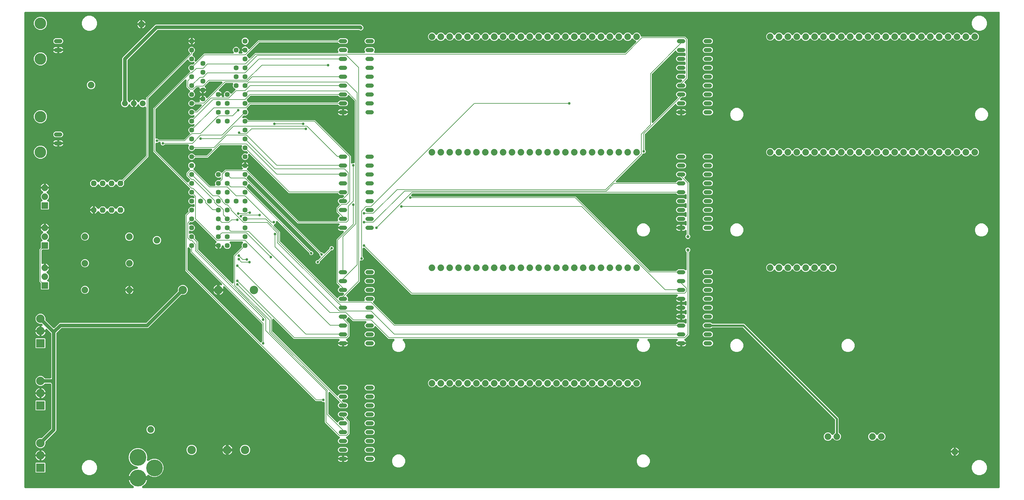
<source format=gbl>
G04 EAGLE Gerber X2 export*
%TF.Part,Single*%
%TF.FileFunction,Other,Bottom Copper*%
%TF.FilePolarity,Positive*%
%TF.GenerationSoftware,Autodesk,EAGLE,9.0.1*%
%TF.CreationDate,2018-06-24T20:08:20Z*%
G75*
%MOMM*%
%FSLAX34Y34*%
%LPD*%
%AMOC8*
5,1,8,0,0,1.08239X$1,22.5*%
G01*
%ADD10P,1.732040X8X202.500000*%
%ADD11C,4.800000*%
%ADD12C,1.219200*%
%ADD13C,1.676400*%
%ADD14C,1.206400*%
%ADD15C,3.300000*%
%ADD16C,2.400000*%
%ADD17R,1.879600X1.879600*%
%ADD18C,1.879600*%
%ADD19R,2.413000X2.413000*%
%ADD20C,2.413000*%
%ADD21C,1.447800*%
%ADD22C,1.168400*%
%ADD23C,0.914400*%
%ADD24C,1.016000*%
%ADD25C,0.203200*%
%ADD26C,0.762000*%
%ADD27C,0.609600*%

G36*
X314735Y5091D02*
X314735Y5091D01*
X314869Y5092D01*
X314981Y5111D01*
X315095Y5121D01*
X315224Y5153D01*
X315355Y5175D01*
X315463Y5212D01*
X315573Y5239D01*
X315696Y5292D01*
X315822Y5335D01*
X315922Y5389D01*
X316027Y5434D01*
X316139Y5505D01*
X316256Y5568D01*
X316347Y5638D01*
X316443Y5699D01*
X316542Y5788D01*
X316648Y5869D01*
X316726Y5952D01*
X316811Y6028D01*
X316894Y6131D01*
X316985Y6228D01*
X317049Y6323D01*
X317121Y6412D01*
X317186Y6527D01*
X317261Y6638D01*
X317308Y6741D01*
X317365Y6840D01*
X317411Y6965D01*
X317466Y7086D01*
X317497Y7196D01*
X317536Y7303D01*
X317562Y7433D01*
X317597Y7562D01*
X317609Y7675D01*
X317631Y7787D01*
X317635Y7920D01*
X317649Y8052D01*
X317643Y8166D01*
X317646Y8280D01*
X317629Y8412D01*
X317621Y8545D01*
X317597Y8656D01*
X317582Y8769D01*
X317543Y8897D01*
X317515Y9026D01*
X317472Y9132D01*
X317439Y9241D01*
X317381Y9361D01*
X317331Y9485D01*
X317273Y9582D01*
X317222Y9685D01*
X317146Y9793D01*
X317077Y9907D01*
X317003Y9994D01*
X316937Y10087D01*
X316844Y10181D01*
X316757Y10283D01*
X316691Y10335D01*
X316590Y10438D01*
X316275Y10668D01*
X316224Y10708D01*
X313818Y12220D01*
X311487Y14079D01*
X309379Y16187D01*
X307520Y18517D01*
X305934Y21042D01*
X304641Y23727D01*
X303656Y26541D01*
X303368Y27805D01*
X326152Y27805D01*
X326228Y27811D01*
X326304Y27809D01*
X326473Y27831D01*
X326644Y27845D01*
X326717Y27863D01*
X326793Y27873D01*
X326957Y27922D01*
X327122Y27963D01*
X327192Y27993D01*
X327265Y28015D01*
X327419Y28091D01*
X327576Y28158D01*
X327640Y28199D01*
X327708Y28232D01*
X327848Y28331D01*
X327992Y28423D01*
X328049Y28474D01*
X328111Y28518D01*
X328232Y28638D01*
X328360Y28752D01*
X328408Y28811D01*
X328462Y28865D01*
X328562Y29003D01*
X328670Y29136D01*
X328707Y29202D01*
X328752Y29263D01*
X328829Y29416D01*
X328914Y29564D01*
X328940Y29636D01*
X328974Y29704D01*
X329026Y29867D01*
X329085Y30027D01*
X329100Y30102D01*
X329123Y30174D01*
X329135Y30279D01*
X329180Y30511D01*
X329187Y30747D01*
X329199Y30852D01*
X329199Y36948D01*
X329193Y37024D01*
X329195Y37100D01*
X329173Y37269D01*
X329159Y37440D01*
X329141Y37514D01*
X329131Y37589D01*
X329082Y37753D01*
X329040Y37918D01*
X329010Y37988D01*
X328988Y38061D01*
X328913Y38215D01*
X328846Y38372D01*
X328805Y38436D01*
X328772Y38505D01*
X328673Y38644D01*
X328581Y38788D01*
X328530Y38845D01*
X328486Y38907D01*
X328366Y39028D01*
X328252Y39156D01*
X328193Y39204D01*
X328139Y39258D01*
X328001Y39358D01*
X327868Y39466D01*
X327802Y39503D01*
X327741Y39548D01*
X327588Y39625D01*
X327440Y39710D01*
X327368Y39736D01*
X327300Y39771D01*
X327137Y39822D01*
X326977Y39881D01*
X326902Y39896D01*
X326830Y39919D01*
X326725Y39931D01*
X326493Y39976D01*
X326257Y39983D01*
X326152Y39995D01*
X303368Y39995D01*
X303656Y41259D01*
X304641Y44073D01*
X305934Y46758D01*
X307520Y49283D01*
X309379Y51613D01*
X311487Y53721D01*
X313817Y55580D01*
X316342Y57166D01*
X319027Y58459D01*
X321841Y59444D01*
X324747Y60107D01*
X326318Y60284D01*
X326393Y60299D01*
X326469Y60305D01*
X326634Y60346D01*
X326802Y60379D01*
X326874Y60405D01*
X326947Y60423D01*
X327104Y60491D01*
X327265Y60550D01*
X327331Y60588D01*
X327401Y60618D01*
X327545Y60710D01*
X327693Y60794D01*
X327753Y60842D01*
X327817Y60883D01*
X327944Y60997D01*
X328077Y61104D01*
X328128Y61161D01*
X328185Y61212D01*
X328292Y61345D01*
X328406Y61472D01*
X328447Y61536D01*
X328495Y61596D01*
X328579Y61744D01*
X328671Y61888D01*
X328701Y61958D01*
X328739Y62024D01*
X328798Y62185D01*
X328865Y62342D01*
X328884Y62415D01*
X328910Y62487D01*
X328943Y62655D01*
X328984Y62820D01*
X328990Y62896D01*
X329005Y62971D01*
X329010Y63141D01*
X329024Y63312D01*
X329018Y63388D01*
X329020Y63464D01*
X328998Y63634D01*
X328984Y63804D01*
X328966Y63878D01*
X328956Y63953D01*
X328906Y64117D01*
X328865Y64283D01*
X328835Y64353D01*
X328813Y64426D01*
X328738Y64579D01*
X328671Y64736D01*
X328630Y64800D01*
X328596Y64869D01*
X328498Y65008D01*
X328406Y65152D01*
X328355Y65209D01*
X328311Y65271D01*
X328191Y65393D01*
X328077Y65520D01*
X328018Y65568D01*
X327964Y65622D01*
X327826Y65722D01*
X327693Y65830D01*
X327627Y65868D01*
X327566Y65912D01*
X327413Y65989D01*
X327264Y66074D01*
X327193Y66100D01*
X327125Y66135D01*
X326962Y66186D01*
X326802Y66245D01*
X326727Y66260D01*
X326655Y66283D01*
X326550Y66295D01*
X326318Y66340D01*
X326147Y66340D01*
X325977Y66359D01*
X325706Y66359D01*
X318956Y68168D01*
X312904Y71662D01*
X307962Y76604D01*
X304468Y82656D01*
X302659Y89406D01*
X302659Y96394D01*
X304468Y103144D01*
X307962Y109196D01*
X312904Y114138D01*
X318956Y117632D01*
X325706Y119441D01*
X332694Y119441D01*
X339444Y117632D01*
X345496Y114138D01*
X350438Y109196D01*
X353932Y103144D01*
X355741Y96394D01*
X355741Y89406D01*
X354969Y86527D01*
X354935Y86340D01*
X354894Y86155D01*
X354891Y86097D01*
X354881Y86041D01*
X354877Y85852D01*
X354866Y85662D01*
X354872Y85605D01*
X354871Y85548D01*
X354899Y85360D01*
X354919Y85171D01*
X354934Y85116D01*
X354942Y85060D01*
X354999Y84879D01*
X355049Y84696D01*
X355073Y84644D01*
X355090Y84589D01*
X355176Y84420D01*
X355255Y84247D01*
X355287Y84200D01*
X355313Y84149D01*
X355424Y83996D01*
X355530Y83838D01*
X355569Y83796D01*
X355603Y83750D01*
X355738Y83617D01*
X355868Y83478D01*
X355913Y83444D01*
X355954Y83404D01*
X356109Y83294D01*
X356260Y83178D01*
X356310Y83151D01*
X356356Y83118D01*
X356527Y83035D01*
X356694Y82945D01*
X356748Y82926D01*
X356800Y82901D01*
X356981Y82847D01*
X357161Y82785D01*
X357217Y82775D01*
X357272Y82759D01*
X357460Y82734D01*
X357647Y82702D01*
X357705Y82702D01*
X357761Y82695D01*
X357950Y82700D01*
X358141Y82699D01*
X358197Y82708D01*
X358254Y82710D01*
X358440Y82746D01*
X358628Y82776D01*
X358682Y82794D01*
X358738Y82805D01*
X358916Y82871D01*
X359097Y82930D01*
X359147Y82957D01*
X359201Y82976D01*
X359365Y83070D01*
X359534Y83158D01*
X359570Y83187D01*
X359629Y83220D01*
X360013Y83530D01*
X360043Y83564D01*
X360067Y83583D01*
X360215Y83731D01*
X366152Y87159D01*
X372773Y88933D01*
X379627Y88933D01*
X386248Y87159D01*
X392185Y83731D01*
X397031Y78885D01*
X400459Y72948D01*
X402233Y66327D01*
X402233Y59473D01*
X400459Y52852D01*
X397031Y46915D01*
X392185Y42069D01*
X386248Y38641D01*
X379627Y36867D01*
X372773Y36867D01*
X366152Y38641D01*
X360177Y42091D01*
X360169Y42099D01*
X360076Y42165D01*
X359989Y42238D01*
X359875Y42307D01*
X359767Y42384D01*
X359664Y42434D01*
X359567Y42493D01*
X359443Y42543D01*
X359324Y42601D01*
X359214Y42634D01*
X359109Y42676D01*
X358979Y42705D01*
X358851Y42743D01*
X358738Y42758D01*
X358627Y42783D01*
X358494Y42790D01*
X358362Y42808D01*
X358248Y42804D01*
X358134Y42811D01*
X358002Y42796D01*
X357869Y42792D01*
X357757Y42770D01*
X357644Y42758D01*
X357515Y42723D01*
X357385Y42698D01*
X357278Y42658D01*
X357168Y42628D01*
X357047Y42572D01*
X356922Y42526D01*
X356823Y42470D01*
X356720Y42422D01*
X356609Y42348D01*
X356494Y42282D01*
X356405Y42210D01*
X356310Y42147D01*
X356213Y42055D01*
X356110Y41972D01*
X356034Y41887D01*
X355951Y41809D01*
X355870Y41703D01*
X355781Y41604D01*
X355720Y41508D01*
X355651Y41417D01*
X355588Y41300D01*
X355516Y41188D01*
X355471Y41083D01*
X355417Y40983D01*
X355374Y40857D01*
X355322Y40734D01*
X355294Y40624D01*
X355257Y40516D01*
X355235Y40385D01*
X355203Y40256D01*
X355194Y40142D01*
X355175Y40030D01*
X355174Y39995D01*
X332248Y39995D01*
X332172Y39989D01*
X332096Y39991D01*
X331927Y39969D01*
X331756Y39955D01*
X331683Y39937D01*
X331607Y39927D01*
X331443Y39878D01*
X331278Y39837D01*
X331208Y39807D01*
X331135Y39784D01*
X330981Y39709D01*
X330824Y39642D01*
X330760Y39601D01*
X330692Y39568D01*
X330552Y39469D01*
X330408Y39377D01*
X330351Y39326D01*
X330289Y39282D01*
X330168Y39162D01*
X330040Y39048D01*
X329992Y38989D01*
X329938Y38935D01*
X329838Y38797D01*
X329730Y38664D01*
X329693Y38598D01*
X329648Y38537D01*
X329571Y38384D01*
X329486Y38236D01*
X329460Y38164D01*
X329426Y38096D01*
X329374Y37933D01*
X329315Y37773D01*
X329300Y37698D01*
X329277Y37626D01*
X329265Y37521D01*
X329220Y37289D01*
X329213Y37053D01*
X329201Y36948D01*
X329201Y30852D01*
X329207Y30776D01*
X329205Y30700D01*
X329227Y30531D01*
X329241Y30360D01*
X329259Y30286D01*
X329269Y30211D01*
X329318Y30047D01*
X329360Y29881D01*
X329390Y29812D01*
X329412Y29739D01*
X329487Y29585D01*
X329554Y29428D01*
X329595Y29364D01*
X329628Y29295D01*
X329727Y29156D01*
X329819Y29012D01*
X329870Y28955D01*
X329914Y28893D01*
X330034Y28772D01*
X330148Y28644D01*
X330207Y28596D01*
X330261Y28542D01*
X330399Y28441D01*
X330532Y28334D01*
X330598Y28297D01*
X330659Y28252D01*
X330812Y28175D01*
X330960Y28090D01*
X331032Y28064D01*
X331100Y28029D01*
X331263Y27978D01*
X331423Y27919D01*
X331498Y27904D01*
X331570Y27881D01*
X331675Y27869D01*
X331907Y27824D01*
X332143Y27817D01*
X332248Y27805D01*
X355032Y27805D01*
X354744Y26541D01*
X353759Y23727D01*
X352466Y21042D01*
X350880Y18517D01*
X349021Y16187D01*
X346913Y14079D01*
X344582Y12220D01*
X342176Y10708D01*
X342069Y10629D01*
X341957Y10557D01*
X341872Y10481D01*
X341781Y10413D01*
X341689Y10317D01*
X341589Y10228D01*
X341518Y10140D01*
X341439Y10057D01*
X341363Y9948D01*
X341279Y9844D01*
X341223Y9745D01*
X341158Y9652D01*
X341101Y9531D01*
X341035Y9416D01*
X340996Y9309D01*
X340947Y9206D01*
X340910Y9078D01*
X340864Y8953D01*
X340842Y8841D01*
X340810Y8732D01*
X340795Y8599D01*
X340769Y8469D01*
X340766Y8355D01*
X340752Y8242D01*
X340758Y8109D01*
X340754Y7976D01*
X340769Y7863D01*
X340774Y7749D01*
X340801Y7619D01*
X340818Y7487D01*
X340851Y7378D01*
X340874Y7266D01*
X340922Y7142D01*
X340961Y7014D01*
X341011Y6912D01*
X341052Y6806D01*
X341119Y6691D01*
X341178Y6571D01*
X341243Y6478D01*
X341301Y6380D01*
X341386Y6278D01*
X341463Y6169D01*
X341543Y6088D01*
X341616Y6000D01*
X341716Y5913D01*
X341810Y5818D01*
X341902Y5751D01*
X341988Y5676D01*
X342101Y5606D01*
X342208Y5528D01*
X342310Y5476D01*
X342407Y5416D01*
X342530Y5365D01*
X342649Y5305D01*
X342758Y5271D01*
X342863Y5227D01*
X342992Y5197D01*
X343119Y5157D01*
X343203Y5148D01*
X343343Y5115D01*
X343732Y5088D01*
X343797Y5081D01*
X2785872Y5081D01*
X2785948Y5087D01*
X2786024Y5085D01*
X2786193Y5107D01*
X2786364Y5121D01*
X2786438Y5139D01*
X2786513Y5149D01*
X2786677Y5198D01*
X2786843Y5239D01*
X2786912Y5269D01*
X2786986Y5291D01*
X2787139Y5367D01*
X2787296Y5434D01*
X2787360Y5475D01*
X2787429Y5508D01*
X2787568Y5607D01*
X2787712Y5699D01*
X2787769Y5750D01*
X2787831Y5794D01*
X2787952Y5914D01*
X2788080Y6028D01*
X2788128Y6087D01*
X2788182Y6141D01*
X2788283Y6279D01*
X2788390Y6412D01*
X2788427Y6478D01*
X2788472Y6539D01*
X2788549Y6692D01*
X2788634Y6840D01*
X2788660Y6912D01*
X2788695Y6980D01*
X2788746Y7143D01*
X2788805Y7303D01*
X2788820Y7378D01*
X2788843Y7450D01*
X2788855Y7555D01*
X2788900Y7787D01*
X2788907Y8023D01*
X2788919Y8128D01*
X2788919Y1363472D01*
X2788913Y1363548D01*
X2788915Y1363624D01*
X2788893Y1363793D01*
X2788879Y1363964D01*
X2788861Y1364038D01*
X2788851Y1364113D01*
X2788802Y1364277D01*
X2788761Y1364443D01*
X2788731Y1364512D01*
X2788709Y1364586D01*
X2788633Y1364739D01*
X2788566Y1364896D01*
X2788525Y1364960D01*
X2788492Y1365029D01*
X2788393Y1365168D01*
X2788301Y1365312D01*
X2788250Y1365369D01*
X2788206Y1365431D01*
X2788086Y1365552D01*
X2787972Y1365680D01*
X2787913Y1365728D01*
X2787859Y1365782D01*
X2787721Y1365883D01*
X2787588Y1365990D01*
X2787522Y1366027D01*
X2787461Y1366072D01*
X2787308Y1366149D01*
X2787160Y1366234D01*
X2787088Y1366260D01*
X2787020Y1366295D01*
X2786857Y1366346D01*
X2786697Y1366405D01*
X2786622Y1366420D01*
X2786550Y1366443D01*
X2786445Y1366455D01*
X2786213Y1366500D01*
X2785977Y1366507D01*
X2785872Y1366519D01*
X8128Y1366519D01*
X8052Y1366513D01*
X7976Y1366515D01*
X7807Y1366493D01*
X7636Y1366479D01*
X7562Y1366461D01*
X7487Y1366451D01*
X7323Y1366402D01*
X7157Y1366361D01*
X7088Y1366331D01*
X7014Y1366309D01*
X6861Y1366233D01*
X6704Y1366166D01*
X6640Y1366125D01*
X6571Y1366092D01*
X6432Y1365993D01*
X6288Y1365901D01*
X6231Y1365850D01*
X6169Y1365806D01*
X6048Y1365686D01*
X5920Y1365572D01*
X5872Y1365513D01*
X5818Y1365459D01*
X5717Y1365321D01*
X5610Y1365188D01*
X5573Y1365122D01*
X5528Y1365061D01*
X5451Y1364908D01*
X5366Y1364760D01*
X5340Y1364688D01*
X5305Y1364620D01*
X5254Y1364457D01*
X5195Y1364297D01*
X5180Y1364222D01*
X5157Y1364150D01*
X5145Y1364045D01*
X5100Y1363813D01*
X5093Y1363577D01*
X5081Y1363472D01*
X5081Y8128D01*
X5087Y8052D01*
X5085Y7976D01*
X5107Y7807D01*
X5121Y7636D01*
X5139Y7562D01*
X5149Y7487D01*
X5198Y7323D01*
X5239Y7157D01*
X5269Y7088D01*
X5291Y7014D01*
X5367Y6861D01*
X5434Y6704D01*
X5475Y6640D01*
X5508Y6571D01*
X5607Y6432D01*
X5699Y6288D01*
X5750Y6231D01*
X5794Y6169D01*
X5914Y6048D01*
X6028Y5920D01*
X6087Y5872D01*
X6141Y5818D01*
X6279Y5717D01*
X6412Y5610D01*
X6478Y5573D01*
X6539Y5528D01*
X6692Y5451D01*
X6840Y5366D01*
X6912Y5340D01*
X6980Y5305D01*
X7143Y5254D01*
X7303Y5195D01*
X7378Y5180D01*
X7450Y5157D01*
X7555Y5145D01*
X7787Y5100D01*
X8023Y5093D01*
X8128Y5081D01*
X314603Y5081D01*
X314735Y5091D01*
G37*
%LPC*%
G36*
X906687Y131571D02*
X906687Y131571D01*
X903699Y132809D01*
X901413Y135095D01*
X900175Y138083D01*
X900175Y141317D01*
X901413Y144305D01*
X903699Y146591D01*
X903881Y146666D01*
X903915Y146684D01*
X903951Y146696D01*
X904134Y146796D01*
X904320Y146891D01*
X904350Y146914D01*
X904384Y146932D01*
X904549Y147060D01*
X904717Y147184D01*
X904743Y147212D01*
X904773Y147235D01*
X904915Y147388D01*
X905061Y147537D01*
X905083Y147569D01*
X905109Y147597D01*
X905224Y147770D01*
X905344Y147942D01*
X905361Y147976D01*
X905382Y148008D01*
X905468Y148198D01*
X905558Y148386D01*
X905569Y148423D01*
X905585Y148457D01*
X905639Y148659D01*
X905698Y148859D01*
X905702Y148897D01*
X905712Y148934D01*
X905733Y149142D01*
X905759Y149349D01*
X905758Y149387D01*
X905761Y149425D01*
X905748Y149632D01*
X905741Y149842D01*
X905733Y149879D01*
X905731Y149917D01*
X905684Y150120D01*
X905643Y150325D01*
X905629Y150361D01*
X905621Y150398D01*
X905542Y150592D01*
X905468Y150787D01*
X905449Y150820D01*
X905435Y150855D01*
X905326Y151034D01*
X905222Y151214D01*
X905197Y151243D01*
X905177Y151276D01*
X905041Y151435D01*
X904909Y151596D01*
X904881Y151621D01*
X904856Y151650D01*
X904696Y151784D01*
X904539Y151922D01*
X904507Y151943D01*
X904478Y151967D01*
X904397Y152012D01*
X904122Y152185D01*
X903963Y152252D01*
X903881Y152297D01*
X902513Y152863D01*
X863047Y192329D01*
X862583Y193450D01*
X862583Y248158D01*
X862577Y248234D01*
X862579Y248310D01*
X862557Y248479D01*
X862543Y248650D01*
X862525Y248724D01*
X862515Y248799D01*
X862466Y248963D01*
X862425Y249129D01*
X862395Y249198D01*
X862373Y249272D01*
X862297Y249425D01*
X862230Y249582D01*
X862189Y249646D01*
X862156Y249715D01*
X862057Y249854D01*
X861965Y249998D01*
X861914Y250055D01*
X861870Y250117D01*
X861750Y250238D01*
X861636Y250366D01*
X861577Y250414D01*
X861523Y250468D01*
X861385Y250569D01*
X861252Y250676D01*
X861186Y250713D01*
X861125Y250758D01*
X860972Y250835D01*
X860824Y250920D01*
X860752Y250946D01*
X860684Y250981D01*
X860521Y251032D01*
X860361Y251091D01*
X860286Y251106D01*
X860214Y251129D01*
X860109Y251141D01*
X859877Y251186D01*
X859641Y251193D01*
X859536Y251205D01*
X857358Y251205D01*
X855210Y252095D01*
X854198Y253107D01*
X854111Y253181D01*
X854031Y253262D01*
X853924Y253340D01*
X853822Y253426D01*
X853725Y253485D01*
X853632Y253552D01*
X853514Y253612D01*
X853400Y253681D01*
X853294Y253723D01*
X853192Y253775D01*
X853065Y253815D01*
X852942Y253864D01*
X852830Y253889D01*
X852721Y253923D01*
X852628Y253933D01*
X852460Y253971D01*
X852136Y253989D01*
X852044Y253999D01*
X837594Y253999D01*
X836473Y254463D01*
X464775Y626161D01*
X464311Y627282D01*
X464311Y784958D01*
X464775Y786079D01*
X472950Y794254D01*
X473091Y794419D01*
X473236Y794584D01*
X473251Y794608D01*
X473269Y794629D01*
X473382Y794817D01*
X473498Y795001D01*
X473509Y795027D01*
X473524Y795052D01*
X473605Y795255D01*
X473690Y795456D01*
X473697Y795484D01*
X473707Y795510D01*
X473754Y795723D01*
X473806Y795936D01*
X473808Y795964D01*
X473814Y795992D01*
X473826Y796210D01*
X473842Y796428D01*
X473840Y796456D01*
X473842Y796484D01*
X473818Y796702D01*
X473799Y796919D01*
X473793Y796942D01*
X473789Y796975D01*
X473659Y797451D01*
X473625Y797524D01*
X473610Y797574D01*
X473328Y798256D01*
X473328Y801944D01*
X474740Y805352D01*
X477348Y807960D01*
X480756Y809372D01*
X484444Y809372D01*
X486514Y808514D01*
X486685Y808459D01*
X486855Y808396D01*
X486920Y808384D01*
X486983Y808363D01*
X487162Y808336D01*
X487339Y808302D01*
X487405Y808300D01*
X487471Y808290D01*
X487652Y808292D01*
X487832Y808286D01*
X487898Y808295D01*
X487965Y808296D01*
X488142Y808327D01*
X488321Y808351D01*
X488385Y808370D01*
X488450Y808382D01*
X488621Y808441D01*
X488794Y808493D01*
X488853Y808523D01*
X488916Y808544D01*
X489074Y808631D01*
X489237Y808710D01*
X489291Y808749D01*
X489349Y808780D01*
X489492Y808891D01*
X489639Y808996D01*
X489686Y809042D01*
X489739Y809083D01*
X489862Y809216D01*
X489990Y809342D01*
X490029Y809396D01*
X490074Y809445D01*
X490174Y809595D01*
X490280Y809741D01*
X490310Y809800D01*
X490347Y809856D01*
X490421Y810020D01*
X490503Y810182D01*
X490523Y810245D01*
X490550Y810306D01*
X490597Y810480D01*
X490651Y810652D01*
X490657Y810705D01*
X490678Y810782D01*
X490727Y811273D01*
X490725Y811306D01*
X490727Y811330D01*
X490727Y814270D01*
X490713Y814450D01*
X490706Y814630D01*
X490693Y814696D01*
X490687Y814762D01*
X490644Y814937D01*
X490608Y815114D01*
X490585Y815176D01*
X490569Y815241D01*
X490497Y815407D01*
X490434Y815575D01*
X490400Y815633D01*
X490374Y815694D01*
X490277Y815846D01*
X490187Y816003D01*
X490145Y816054D01*
X490109Y816110D01*
X489989Y816245D01*
X489874Y816384D01*
X489825Y816428D01*
X489780Y816478D01*
X489640Y816591D01*
X489505Y816711D01*
X489448Y816746D01*
X489396Y816788D01*
X489240Y816877D01*
X489087Y816973D01*
X489026Y816999D01*
X488968Y817032D01*
X488798Y817095D01*
X488632Y817165D01*
X488568Y817180D01*
X488505Y817204D01*
X488328Y817238D01*
X488153Y817281D01*
X488086Y817286D01*
X488021Y817298D01*
X487841Y817304D01*
X487661Y817317D01*
X487594Y817312D01*
X487528Y817314D01*
X487349Y817290D01*
X487169Y817274D01*
X487119Y817260D01*
X487039Y817249D01*
X486567Y817107D01*
X486536Y817092D01*
X486514Y817086D01*
X484444Y816228D01*
X480756Y816228D01*
X477348Y817640D01*
X474740Y820248D01*
X473328Y823656D01*
X473328Y827344D01*
X474740Y830752D01*
X477348Y833360D01*
X480756Y834772D01*
X484444Y834772D01*
X486448Y833942D01*
X486583Y833898D01*
X486716Y833845D01*
X486818Y833823D01*
X486917Y833791D01*
X487058Y833769D01*
X487197Y833739D01*
X487302Y833733D01*
X487405Y833717D01*
X487547Y833719D01*
X487690Y833711D01*
X487794Y833722D01*
X487898Y833723D01*
X488039Y833748D01*
X488180Y833763D01*
X488281Y833791D01*
X488384Y833809D01*
X488519Y833856D01*
X488656Y833894D01*
X488751Y833937D01*
X488850Y833972D01*
X488975Y834040D01*
X489105Y834099D01*
X489191Y834158D01*
X489283Y834208D01*
X489396Y834295D01*
X489514Y834375D01*
X489590Y834446D01*
X489673Y834511D01*
X489769Y834615D01*
X489873Y834713D01*
X489937Y834796D01*
X490008Y834872D01*
X490087Y834991D01*
X490174Y835104D01*
X490223Y835196D01*
X490281Y835283D01*
X490340Y835413D01*
X490407Y835539D01*
X490441Y835638D01*
X490484Y835733D01*
X490521Y835871D01*
X490567Y836006D01*
X490584Y836109D01*
X490611Y836210D01*
X490626Y836351D01*
X490649Y836492D01*
X490650Y836597D01*
X490661Y836700D01*
X490652Y836842D01*
X490653Y836985D01*
X490636Y837089D01*
X490630Y837193D01*
X490598Y837332D01*
X490576Y837473D01*
X490543Y837572D01*
X490520Y837674D01*
X490466Y837806D01*
X490422Y837941D01*
X490373Y838034D01*
X490334Y838131D01*
X490260Y838252D01*
X490194Y838379D01*
X490145Y838440D01*
X490077Y838552D01*
X489793Y838881D01*
X489769Y838912D01*
X487728Y840952D01*
X487562Y841094D01*
X487398Y841238D01*
X487374Y841253D01*
X487352Y841272D01*
X487164Y841385D01*
X486980Y841501D01*
X486954Y841512D01*
X486930Y841526D01*
X486726Y841608D01*
X486525Y841692D01*
X486498Y841699D01*
X486471Y841710D01*
X486258Y841757D01*
X486046Y841808D01*
X486018Y841810D01*
X485990Y841816D01*
X485771Y841829D01*
X485554Y841845D01*
X485526Y841842D01*
X485497Y841844D01*
X485280Y841821D01*
X485062Y841802D01*
X485040Y841795D01*
X485007Y841792D01*
X484531Y841661D01*
X484459Y841628D01*
X480756Y841628D01*
X477348Y843040D01*
X474740Y845648D01*
X473328Y849056D01*
X473328Y852744D01*
X474740Y856152D01*
X477067Y858480D01*
X477117Y858538D01*
X477172Y858590D01*
X477276Y858725D01*
X477387Y858856D01*
X477426Y858921D01*
X477473Y858981D01*
X477553Y859132D01*
X477641Y859278D01*
X477670Y859349D01*
X477706Y859416D01*
X477761Y859578D01*
X477825Y859736D01*
X477841Y859810D01*
X477866Y859883D01*
X477894Y860051D01*
X477931Y860218D01*
X477936Y860294D01*
X477948Y860369D01*
X477949Y860540D01*
X477959Y860710D01*
X477951Y860786D01*
X477951Y860862D01*
X477925Y861031D01*
X477907Y861201D01*
X477887Y861274D01*
X477875Y861350D01*
X477821Y861512D01*
X477776Y861677D01*
X477744Y861746D01*
X477721Y861818D01*
X477642Y861970D01*
X477570Y862125D01*
X477528Y862188D01*
X477493Y862256D01*
X477427Y862338D01*
X477295Y862534D01*
X477133Y862707D01*
X477067Y862789D01*
X373335Y966521D01*
X372871Y967642D01*
X372871Y1089758D01*
X373335Y1090879D01*
X374622Y1092165D01*
X477067Y1194611D01*
X477117Y1194669D01*
X477172Y1194721D01*
X477276Y1194857D01*
X477387Y1194987D01*
X477426Y1195052D01*
X477473Y1195113D01*
X477553Y1195263D01*
X477641Y1195409D01*
X477670Y1195480D01*
X477706Y1195547D01*
X477761Y1195709D01*
X477825Y1195868D01*
X477841Y1195942D01*
X477866Y1196014D01*
X477894Y1196183D01*
X477931Y1196349D01*
X477936Y1196425D01*
X477948Y1196500D01*
X477949Y1196671D01*
X477959Y1196842D01*
X477951Y1196917D01*
X477951Y1196994D01*
X477925Y1197163D01*
X477907Y1197332D01*
X477887Y1197406D01*
X477875Y1197481D01*
X477821Y1197643D01*
X477776Y1197808D01*
X477744Y1197877D01*
X477721Y1197950D01*
X477642Y1198101D01*
X477570Y1198256D01*
X477528Y1198320D01*
X477493Y1198387D01*
X477427Y1198470D01*
X477295Y1198666D01*
X477133Y1198838D01*
X477067Y1198920D01*
X474740Y1201248D01*
X473328Y1204656D01*
X473328Y1208344D01*
X474740Y1211752D01*
X477348Y1214360D01*
X480756Y1215772D01*
X484455Y1215772D01*
X484615Y1215720D01*
X484822Y1215649D01*
X484850Y1215645D01*
X484877Y1215636D01*
X485093Y1215603D01*
X485308Y1215567D01*
X485336Y1215566D01*
X485365Y1215562D01*
X485582Y1215565D01*
X485801Y1215564D01*
X485830Y1215568D01*
X485858Y1215568D01*
X486072Y1215606D01*
X486289Y1215640D01*
X486316Y1215649D01*
X486344Y1215654D01*
X486550Y1215726D01*
X486757Y1215795D01*
X486783Y1215808D01*
X486809Y1215817D01*
X487001Y1215921D01*
X487195Y1216022D01*
X487213Y1216037D01*
X487243Y1216053D01*
X487632Y1216356D01*
X487687Y1216415D01*
X487728Y1216448D01*
X489769Y1218488D01*
X489861Y1218597D01*
X489960Y1218699D01*
X490020Y1218784D01*
X490088Y1218864D01*
X490162Y1218986D01*
X490243Y1219103D01*
X490289Y1219197D01*
X490343Y1219287D01*
X490395Y1219419D01*
X490457Y1219547D01*
X490487Y1219648D01*
X490526Y1219745D01*
X490557Y1219884D01*
X490597Y1220021D01*
X490610Y1220124D01*
X490632Y1220226D01*
X490640Y1220369D01*
X490658Y1220510D01*
X490654Y1220614D01*
X490660Y1220719D01*
X490645Y1220861D01*
X490640Y1221003D01*
X490619Y1221105D01*
X490608Y1221209D01*
X490570Y1221347D01*
X490542Y1221487D01*
X490505Y1221584D01*
X490477Y1221685D01*
X490418Y1221815D01*
X490367Y1221948D01*
X490315Y1222038D01*
X490272Y1222134D01*
X490192Y1222252D01*
X490121Y1222375D01*
X490054Y1222456D01*
X489996Y1222543D01*
X489899Y1222647D01*
X489808Y1222757D01*
X489730Y1222826D01*
X489658Y1222902D01*
X489545Y1222989D01*
X489438Y1223083D01*
X489350Y1223139D01*
X489267Y1223203D01*
X489141Y1223270D01*
X489021Y1223346D01*
X488924Y1223386D01*
X488832Y1223436D01*
X488697Y1223482D01*
X488566Y1223537D01*
X488465Y1223562D01*
X488366Y1223596D01*
X488225Y1223620D01*
X488086Y1223653D01*
X487982Y1223661D01*
X487879Y1223679D01*
X487736Y1223679D01*
X487594Y1223690D01*
X487490Y1223681D01*
X487386Y1223682D01*
X487245Y1223659D01*
X487103Y1223647D01*
X487028Y1223625D01*
X486898Y1223605D01*
X486486Y1223469D01*
X486448Y1223458D01*
X484444Y1222628D01*
X480756Y1222628D01*
X477348Y1224040D01*
X474740Y1226648D01*
X474197Y1227959D01*
X474115Y1228119D01*
X474039Y1228283D01*
X474002Y1228339D01*
X473972Y1228398D01*
X473865Y1228543D01*
X473764Y1228693D01*
X473718Y1228741D01*
X473679Y1228795D01*
X473550Y1228921D01*
X473426Y1229052D01*
X473373Y1229093D01*
X473326Y1229139D01*
X473178Y1229243D01*
X473035Y1229352D01*
X472976Y1229384D01*
X472922Y1229422D01*
X472759Y1229500D01*
X472600Y1229586D01*
X472537Y1229607D01*
X472477Y1229636D01*
X472304Y1229687D01*
X472133Y1229746D01*
X472068Y1229757D01*
X472004Y1229776D01*
X471825Y1229798D01*
X471647Y1229828D01*
X471580Y1229829D01*
X471514Y1229837D01*
X471335Y1229830D01*
X471154Y1229831D01*
X471088Y1229821D01*
X471021Y1229818D01*
X470845Y1229783D01*
X470666Y1229755D01*
X470603Y1229734D01*
X470538Y1229721D01*
X470369Y1229657D01*
X470198Y1229600D01*
X470139Y1229570D01*
X470076Y1229546D01*
X469920Y1229456D01*
X469760Y1229373D01*
X469719Y1229340D01*
X469649Y1229299D01*
X469267Y1228987D01*
X469245Y1228962D01*
X469227Y1228947D01*
X359541Y1119262D01*
X359467Y1119175D01*
X359386Y1119094D01*
X359308Y1118987D01*
X359222Y1118886D01*
X359163Y1118788D01*
X359096Y1118696D01*
X359036Y1118577D01*
X358967Y1118463D01*
X358925Y1118357D01*
X358873Y1118255D01*
X358833Y1118128D01*
X358784Y1118005D01*
X358759Y1117894D01*
X358725Y1117785D01*
X358715Y1117691D01*
X358677Y1117523D01*
X358659Y1117199D01*
X358649Y1117107D01*
X358649Y952402D01*
X358185Y951281D01*
X290326Y883423D01*
X290252Y883336D01*
X290171Y883255D01*
X290093Y883148D01*
X290007Y883047D01*
X289948Y882949D01*
X289881Y882857D01*
X289821Y882738D01*
X289752Y882624D01*
X289710Y882518D01*
X289658Y882416D01*
X289618Y882289D01*
X289569Y882166D01*
X289544Y882055D01*
X289510Y881946D01*
X289500Y881852D01*
X289462Y881684D01*
X289444Y881360D01*
X289434Y881268D01*
X289434Y872144D01*
X283556Y866266D01*
X275244Y866266D01*
X268855Y872655D01*
X268797Y872705D01*
X268745Y872760D01*
X268714Y872784D01*
X268688Y872810D01*
X268583Y872887D01*
X268479Y872975D01*
X268413Y873014D01*
X268353Y873061D01*
X268318Y873079D01*
X268290Y873100D01*
X268175Y873158D01*
X268056Y873229D01*
X267986Y873258D01*
X267918Y873294D01*
X267879Y873307D01*
X267849Y873322D01*
X267729Y873360D01*
X267598Y873413D01*
X267524Y873429D01*
X267452Y873454D01*
X267410Y873461D01*
X267379Y873471D01*
X267300Y873479D01*
X267283Y873482D01*
X267117Y873519D01*
X267040Y873524D01*
X266965Y873536D01*
X266794Y873537D01*
X266777Y873538D01*
X266701Y873547D01*
X266699Y873547D01*
X266669Y873545D01*
X266624Y873547D01*
X266548Y873539D01*
X266472Y873539D01*
X266329Y873517D01*
X266207Y873507D01*
X266176Y873499D01*
X266133Y873495D01*
X266060Y873475D01*
X265985Y873463D01*
X265849Y873418D01*
X265729Y873388D01*
X265698Y873375D01*
X265658Y873364D01*
X265588Y873332D01*
X265516Y873309D01*
X265392Y873244D01*
X265275Y873194D01*
X265246Y873175D01*
X265209Y873158D01*
X265146Y873116D01*
X265078Y873081D01*
X265003Y873020D01*
X264859Y872929D01*
X264832Y872905D01*
X264800Y872883D01*
X264645Y872738D01*
X264619Y872714D01*
X264545Y872655D01*
X258156Y866266D01*
X249844Y866266D01*
X243455Y872655D01*
X243397Y872705D01*
X243345Y872760D01*
X243314Y872784D01*
X243288Y872810D01*
X243183Y872887D01*
X243079Y872975D01*
X243013Y873014D01*
X242953Y873061D01*
X242918Y873079D01*
X242890Y873100D01*
X242775Y873158D01*
X242656Y873229D01*
X242586Y873258D01*
X242518Y873294D01*
X242479Y873307D01*
X242449Y873322D01*
X242329Y873360D01*
X242198Y873413D01*
X242124Y873429D01*
X242052Y873454D01*
X242010Y873461D01*
X241979Y873471D01*
X241900Y873479D01*
X241883Y873482D01*
X241717Y873519D01*
X241640Y873524D01*
X241565Y873536D01*
X241394Y873537D01*
X241377Y873538D01*
X241301Y873547D01*
X241299Y873547D01*
X241269Y873545D01*
X241224Y873547D01*
X241148Y873539D01*
X241072Y873539D01*
X240929Y873517D01*
X240807Y873507D01*
X240776Y873499D01*
X240733Y873495D01*
X240660Y873475D01*
X240585Y873463D01*
X240449Y873418D01*
X240329Y873388D01*
X240298Y873375D01*
X240258Y873364D01*
X240188Y873332D01*
X240116Y873309D01*
X239992Y873244D01*
X239875Y873194D01*
X239846Y873175D01*
X239809Y873158D01*
X239746Y873116D01*
X239678Y873081D01*
X239603Y873020D01*
X239459Y872929D01*
X239432Y872905D01*
X239400Y872883D01*
X239245Y872738D01*
X239219Y872714D01*
X239145Y872655D01*
X232756Y866266D01*
X224444Y866266D01*
X218055Y872655D01*
X217997Y872705D01*
X217945Y872760D01*
X217914Y872784D01*
X217888Y872810D01*
X217783Y872887D01*
X217679Y872975D01*
X217613Y873014D01*
X217553Y873061D01*
X217518Y873079D01*
X217490Y873100D01*
X217375Y873158D01*
X217256Y873229D01*
X217186Y873258D01*
X217118Y873294D01*
X217079Y873307D01*
X217049Y873322D01*
X216929Y873360D01*
X216798Y873413D01*
X216724Y873429D01*
X216652Y873454D01*
X216610Y873461D01*
X216579Y873471D01*
X216500Y873479D01*
X216483Y873482D01*
X216317Y873519D01*
X216240Y873524D01*
X216165Y873536D01*
X215994Y873537D01*
X215977Y873538D01*
X215901Y873547D01*
X215899Y873547D01*
X215869Y873545D01*
X215824Y873547D01*
X215748Y873539D01*
X215672Y873539D01*
X215529Y873517D01*
X215407Y873507D01*
X215376Y873499D01*
X215333Y873495D01*
X215260Y873475D01*
X215185Y873463D01*
X215049Y873418D01*
X214929Y873388D01*
X214898Y873375D01*
X214858Y873364D01*
X214788Y873332D01*
X214716Y873309D01*
X214592Y873244D01*
X214475Y873194D01*
X214446Y873175D01*
X214409Y873158D01*
X214346Y873116D01*
X214278Y873081D01*
X214203Y873020D01*
X214059Y872929D01*
X214032Y872905D01*
X214000Y872883D01*
X213845Y872738D01*
X213819Y872714D01*
X213745Y872655D01*
X207356Y866266D01*
X199044Y866266D01*
X193166Y872144D01*
X193166Y880456D01*
X199044Y886334D01*
X207356Y886334D01*
X213745Y879945D01*
X213803Y879895D01*
X213856Y879840D01*
X213991Y879736D01*
X214121Y879625D01*
X214187Y879586D01*
X214247Y879539D01*
X214397Y879459D01*
X214544Y879370D01*
X214615Y879342D01*
X214682Y879306D01*
X214843Y879251D01*
X215002Y879187D01*
X215076Y879171D01*
X215148Y879146D01*
X215317Y879118D01*
X215484Y879081D01*
X215560Y879076D01*
X215635Y879064D01*
X215806Y879063D01*
X215976Y879053D01*
X216052Y879061D01*
X216128Y879061D01*
X216297Y879087D01*
X216467Y879105D01*
X216540Y879125D01*
X216615Y879137D01*
X216778Y879191D01*
X216942Y879236D01*
X217012Y879268D01*
X217084Y879291D01*
X217235Y879370D01*
X217391Y879442D01*
X217454Y879484D01*
X217522Y879519D01*
X217604Y879585D01*
X217800Y879717D01*
X217972Y879879D01*
X218055Y879945D01*
X224444Y886334D01*
X232756Y886334D01*
X239145Y879945D01*
X239203Y879895D01*
X239256Y879840D01*
X239391Y879736D01*
X239521Y879625D01*
X239587Y879586D01*
X239647Y879539D01*
X239797Y879459D01*
X239944Y879370D01*
X240015Y879342D01*
X240082Y879306D01*
X240243Y879251D01*
X240402Y879187D01*
X240476Y879171D01*
X240548Y879146D01*
X240717Y879118D01*
X240884Y879081D01*
X240960Y879076D01*
X241035Y879064D01*
X241206Y879063D01*
X241376Y879053D01*
X241452Y879061D01*
X241528Y879061D01*
X241697Y879087D01*
X241867Y879105D01*
X241940Y879125D01*
X242015Y879137D01*
X242178Y879191D01*
X242342Y879236D01*
X242412Y879268D01*
X242484Y879291D01*
X242635Y879370D01*
X242791Y879442D01*
X242854Y879484D01*
X242922Y879519D01*
X243004Y879585D01*
X243200Y879717D01*
X243372Y879879D01*
X243455Y879945D01*
X249844Y886334D01*
X258156Y886334D01*
X264545Y879945D01*
X264603Y879895D01*
X264656Y879840D01*
X264791Y879736D01*
X264921Y879625D01*
X264987Y879586D01*
X265047Y879539D01*
X265197Y879459D01*
X265344Y879370D01*
X265415Y879342D01*
X265482Y879306D01*
X265643Y879251D01*
X265802Y879187D01*
X265876Y879171D01*
X265948Y879146D01*
X266117Y879118D01*
X266284Y879081D01*
X266360Y879076D01*
X266435Y879064D01*
X266606Y879063D01*
X266776Y879053D01*
X266852Y879061D01*
X266928Y879061D01*
X267097Y879087D01*
X267267Y879105D01*
X267340Y879125D01*
X267415Y879137D01*
X267578Y879191D01*
X267742Y879236D01*
X267812Y879268D01*
X267884Y879291D01*
X268035Y879370D01*
X268191Y879442D01*
X268254Y879484D01*
X268322Y879519D01*
X268404Y879585D01*
X268600Y879717D01*
X268772Y879879D01*
X268855Y879945D01*
X275244Y886334D01*
X283352Y886334D01*
X283466Y886343D01*
X283580Y886342D01*
X283711Y886363D01*
X283844Y886374D01*
X283954Y886401D01*
X284067Y886419D01*
X284194Y886460D01*
X284323Y886492D01*
X284427Y886537D01*
X284536Y886573D01*
X284654Y886635D01*
X284776Y886687D01*
X284872Y886748D01*
X284974Y886801D01*
X285047Y886860D01*
X285192Y886952D01*
X285434Y887168D01*
X285507Y887226D01*
X351659Y953378D01*
X351733Y953465D01*
X351814Y953546D01*
X351892Y953653D01*
X351978Y953754D01*
X352037Y953852D01*
X352104Y953944D01*
X352164Y954063D01*
X352233Y954177D01*
X352275Y954283D01*
X352327Y954385D01*
X352367Y954512D01*
X352416Y954635D01*
X352441Y954746D01*
X352475Y954855D01*
X352485Y954949D01*
X352523Y955117D01*
X352541Y955441D01*
X352551Y955533D01*
X352551Y1092514D01*
X352537Y1092695D01*
X352530Y1092875D01*
X352517Y1092940D01*
X352511Y1093006D01*
X352468Y1093181D01*
X352432Y1093358D01*
X352409Y1093420D01*
X352393Y1093485D01*
X352321Y1093651D01*
X352258Y1093820D01*
X352224Y1093877D01*
X352198Y1093938D01*
X352101Y1094091D01*
X352011Y1094247D01*
X351969Y1094299D01*
X351933Y1094354D01*
X351813Y1094489D01*
X351698Y1094629D01*
X351649Y1094673D01*
X351604Y1094722D01*
X351464Y1094836D01*
X351329Y1094955D01*
X351272Y1094991D01*
X351220Y1095032D01*
X351064Y1095121D01*
X350911Y1095218D01*
X350850Y1095243D01*
X350792Y1095276D01*
X350622Y1095339D01*
X350456Y1095409D01*
X350392Y1095425D01*
X350329Y1095448D01*
X350152Y1095483D01*
X349977Y1095525D01*
X349910Y1095530D01*
X349845Y1095543D01*
X349665Y1095548D01*
X349485Y1095562D01*
X349418Y1095556D01*
X349352Y1095558D01*
X349173Y1095534D01*
X348993Y1095519D01*
X348943Y1095504D01*
X348863Y1095494D01*
X348391Y1095351D01*
X348360Y1095336D01*
X348338Y1095330D01*
X345073Y1093977D01*
X340727Y1093977D01*
X336713Y1095640D01*
X333640Y1098713D01*
X333016Y1100220D01*
X332940Y1100367D01*
X332873Y1100519D01*
X332840Y1100568D01*
X332825Y1100600D01*
X332812Y1100618D01*
X332791Y1100659D01*
X332693Y1100792D01*
X332602Y1100931D01*
X332551Y1100985D01*
X332539Y1101002D01*
X332533Y1101009D01*
X332498Y1101056D01*
X332379Y1101172D01*
X332267Y1101293D01*
X332203Y1101344D01*
X332144Y1101401D01*
X332009Y1101496D01*
X331879Y1101598D01*
X331807Y1101637D01*
X331740Y1101684D01*
X331592Y1101755D01*
X331447Y1101835D01*
X331369Y1101862D01*
X331296Y1101898D01*
X331137Y1101945D01*
X330981Y1102000D01*
X330901Y1102014D01*
X330823Y1102037D01*
X330659Y1102058D01*
X330496Y1102087D01*
X330414Y1102089D01*
X330333Y1102099D01*
X330168Y1102093D01*
X330003Y1102095D01*
X329922Y1102083D01*
X329840Y1102080D01*
X329678Y1102047D01*
X329515Y1102023D01*
X329437Y1101999D01*
X329357Y1101982D01*
X329202Y1101924D01*
X329044Y1101874D01*
X328972Y1101837D01*
X328895Y1101808D01*
X328780Y1101742D01*
X328771Y1101738D01*
X328750Y1101724D01*
X328605Y1101650D01*
X328539Y1101602D01*
X328468Y1101561D01*
X328376Y1101486D01*
X328355Y1101472D01*
X328323Y1101444D01*
X328207Y1101359D01*
X328149Y1101301D01*
X328086Y1101249D01*
X328017Y1101171D01*
X327987Y1101144D01*
X327948Y1101096D01*
X327861Y1101007D01*
X327826Y1100954D01*
X327760Y1100879D01*
X327713Y1100805D01*
X327677Y1100760D01*
X327600Y1100625D01*
X327497Y1100461D01*
X327491Y1100447D01*
X327485Y1100438D01*
X326842Y1099175D01*
X325831Y1097784D01*
X324616Y1096569D01*
X323225Y1095558D01*
X321693Y1094777D01*
X320547Y1094405D01*
X320547Y1104900D01*
X320547Y1115395D01*
X321693Y1115023D01*
X323225Y1114242D01*
X324616Y1113231D01*
X325831Y1112016D01*
X326842Y1110625D01*
X327485Y1109362D01*
X327572Y1109221D01*
X327651Y1109076D01*
X327701Y1109012D01*
X327744Y1108942D01*
X327852Y1108817D01*
X327954Y1108687D01*
X328014Y1108631D01*
X328067Y1108570D01*
X328194Y1108464D01*
X328315Y1108351D01*
X328384Y1108306D01*
X328446Y1108254D01*
X328589Y1108170D01*
X328727Y1108079D01*
X328801Y1108045D01*
X328871Y1108003D01*
X329025Y1107944D01*
X329176Y1107876D01*
X329255Y1107854D01*
X329331Y1107825D01*
X329493Y1107791D01*
X329653Y1107748D01*
X329734Y1107740D01*
X329814Y1107723D01*
X329979Y1107715D01*
X330144Y1107699D01*
X330225Y1107704D01*
X330307Y1107700D01*
X330471Y1107719D01*
X330636Y1107730D01*
X330715Y1107748D01*
X330797Y1107757D01*
X330956Y1107803D01*
X331117Y1107840D01*
X331193Y1107870D01*
X331271Y1107893D01*
X331421Y1107963D01*
X331574Y1108026D01*
X331644Y1108068D01*
X331718Y1108103D01*
X331854Y1108197D01*
X331995Y1108283D01*
X332057Y1108336D01*
X332124Y1108382D01*
X332243Y1108497D01*
X332369Y1108605D01*
X332421Y1108667D01*
X332480Y1108724D01*
X332579Y1108856D01*
X332686Y1108983D01*
X332717Y1109038D01*
X332777Y1109118D01*
X333005Y1109555D01*
X333010Y1109570D01*
X333016Y1109580D01*
X333640Y1111087D01*
X336713Y1114160D01*
X340727Y1115823D01*
X345073Y1115823D01*
X348338Y1114470D01*
X348510Y1114415D01*
X348679Y1114352D01*
X348744Y1114339D01*
X348807Y1114319D01*
X348986Y1114292D01*
X349163Y1114257D01*
X349229Y1114255D01*
X349295Y1114245D01*
X349476Y1114248D01*
X349656Y1114242D01*
X349722Y1114251D01*
X349789Y1114252D01*
X349966Y1114283D01*
X350145Y1114306D01*
X350209Y1114326D01*
X350274Y1114337D01*
X350444Y1114397D01*
X350618Y1114449D01*
X350677Y1114478D01*
X350740Y1114500D01*
X350898Y1114587D01*
X351061Y1114666D01*
X351115Y1114704D01*
X351173Y1114736D01*
X351316Y1114847D01*
X351463Y1114951D01*
X351510Y1114998D01*
X351563Y1115039D01*
X351685Y1115171D01*
X351814Y1115298D01*
X351853Y1115352D01*
X351898Y1115401D01*
X351998Y1115551D01*
X352104Y1115697D01*
X352134Y1115756D01*
X352171Y1115812D01*
X352245Y1115976D01*
X352327Y1116137D01*
X352347Y1116201D01*
X352374Y1116261D01*
X352421Y1116435D01*
X352475Y1116608D01*
X352481Y1116660D01*
X352502Y1116738D01*
X352521Y1116927D01*
X352532Y1116986D01*
X352535Y1117068D01*
X352551Y1117229D01*
X352549Y1117262D01*
X352551Y1117286D01*
X352551Y1120238D01*
X353015Y1121359D01*
X354302Y1122645D01*
X477067Y1245411D01*
X477117Y1245469D01*
X477172Y1245521D01*
X477276Y1245657D01*
X477387Y1245787D01*
X477426Y1245852D01*
X477473Y1245913D01*
X477553Y1246063D01*
X477641Y1246209D01*
X477670Y1246280D01*
X477706Y1246347D01*
X477761Y1246509D01*
X477825Y1246668D01*
X477841Y1246742D01*
X477866Y1246814D01*
X477894Y1246983D01*
X477931Y1247149D01*
X477936Y1247225D01*
X477948Y1247300D01*
X477949Y1247471D01*
X477959Y1247642D01*
X477951Y1247717D01*
X477951Y1247794D01*
X477925Y1247963D01*
X477907Y1248132D01*
X477887Y1248206D01*
X477875Y1248281D01*
X477821Y1248443D01*
X477776Y1248608D01*
X477744Y1248677D01*
X477721Y1248750D01*
X477642Y1248901D01*
X477570Y1249056D01*
X477528Y1249120D01*
X477493Y1249187D01*
X477427Y1249270D01*
X477295Y1249466D01*
X477133Y1249638D01*
X477067Y1249720D01*
X474740Y1252048D01*
X473328Y1255456D01*
X473328Y1259144D01*
X474740Y1262552D01*
X477348Y1265160D01*
X480756Y1266572D01*
X484444Y1266572D01*
X487852Y1265160D01*
X490460Y1262552D01*
X491872Y1259144D01*
X491872Y1255456D01*
X490460Y1252048D01*
X487852Y1249440D01*
X487530Y1249306D01*
X487335Y1249207D01*
X487139Y1249111D01*
X487116Y1249094D01*
X487091Y1249081D01*
X486915Y1248952D01*
X486737Y1248825D01*
X486717Y1248805D01*
X486694Y1248788D01*
X486542Y1248632D01*
X486386Y1248479D01*
X486369Y1248456D01*
X486350Y1248435D01*
X486225Y1248257D01*
X486096Y1248080D01*
X486083Y1248054D01*
X486067Y1248031D01*
X485972Y1247834D01*
X485873Y1247639D01*
X485865Y1247612D01*
X485852Y1247587D01*
X485791Y1247377D01*
X485725Y1247169D01*
X485722Y1247146D01*
X485713Y1247113D01*
X485652Y1246624D01*
X485655Y1246544D01*
X485649Y1246491D01*
X485649Y1246026D01*
X485080Y1244651D01*
X485040Y1244592D01*
X485013Y1244532D01*
X484979Y1244475D01*
X484912Y1244308D01*
X484837Y1244143D01*
X484820Y1244079D01*
X484796Y1244017D01*
X484757Y1243841D01*
X484710Y1243666D01*
X484703Y1243600D01*
X484689Y1243536D01*
X484679Y1243355D01*
X484661Y1243175D01*
X484665Y1243109D01*
X484661Y1243043D01*
X484680Y1242863D01*
X484691Y1242683D01*
X484706Y1242618D01*
X484713Y1242553D01*
X484761Y1242378D01*
X484801Y1242202D01*
X484826Y1242140D01*
X484844Y1242077D01*
X484919Y1241913D01*
X484987Y1241745D01*
X485022Y1241688D01*
X485049Y1241628D01*
X485150Y1241478D01*
X485245Y1241324D01*
X485288Y1241274D01*
X485325Y1241219D01*
X485448Y1241087D01*
X485566Y1240950D01*
X485617Y1240908D01*
X485662Y1240859D01*
X485806Y1240749D01*
X485944Y1240633D01*
X485990Y1240608D01*
X486054Y1240559D01*
X486488Y1240326D01*
X486521Y1240315D01*
X486541Y1240303D01*
X487852Y1239760D01*
X490460Y1237152D01*
X491872Y1233744D01*
X491872Y1230056D01*
X491042Y1228052D01*
X490998Y1227917D01*
X490945Y1227784D01*
X490923Y1227682D01*
X490891Y1227583D01*
X490869Y1227442D01*
X490839Y1227303D01*
X490833Y1227198D01*
X490817Y1227095D01*
X490819Y1226953D01*
X490811Y1226810D01*
X490822Y1226706D01*
X490823Y1226602D01*
X490848Y1226461D01*
X490863Y1226320D01*
X490891Y1226219D01*
X490909Y1226116D01*
X490956Y1225981D01*
X490994Y1225844D01*
X491037Y1225749D01*
X491072Y1225650D01*
X491140Y1225525D01*
X491199Y1225395D01*
X491258Y1225309D01*
X491308Y1225217D01*
X491395Y1225104D01*
X491475Y1224986D01*
X491546Y1224910D01*
X491611Y1224827D01*
X491715Y1224730D01*
X491813Y1224627D01*
X491896Y1224563D01*
X491972Y1224492D01*
X492091Y1224413D01*
X492204Y1224326D01*
X492296Y1224277D01*
X492383Y1224219D01*
X492513Y1224160D01*
X492639Y1224093D01*
X492738Y1224059D01*
X492833Y1224016D01*
X492970Y1223979D01*
X493105Y1223933D01*
X493209Y1223916D01*
X493310Y1223889D01*
X493451Y1223874D01*
X493592Y1223850D01*
X493697Y1223850D01*
X493800Y1223839D01*
X493943Y1223848D01*
X494085Y1223847D01*
X494188Y1223864D01*
X494293Y1223870D01*
X494432Y1223902D01*
X494573Y1223924D01*
X494672Y1223957D01*
X494774Y1223980D01*
X494906Y1224034D01*
X495041Y1224078D01*
X495134Y1224127D01*
X495231Y1224166D01*
X495352Y1224240D01*
X495479Y1224306D01*
X495540Y1224355D01*
X495652Y1224423D01*
X495981Y1224707D01*
X496012Y1224731D01*
X517449Y1246169D01*
X518570Y1246633D01*
X599798Y1246633D01*
X599836Y1246636D01*
X599875Y1246634D01*
X600083Y1246656D01*
X600290Y1246673D01*
X600327Y1246682D01*
X600365Y1246686D01*
X600566Y1246741D01*
X600769Y1246791D01*
X600804Y1246806D01*
X600841Y1246817D01*
X601031Y1246904D01*
X601222Y1246986D01*
X601254Y1247006D01*
X601289Y1247022D01*
X601463Y1247139D01*
X601638Y1247251D01*
X601667Y1247276D01*
X601698Y1247298D01*
X601850Y1247441D01*
X602006Y1247580D01*
X602030Y1247609D01*
X602058Y1247636D01*
X602185Y1247801D01*
X602316Y1247964D01*
X602335Y1247997D01*
X602358Y1248027D01*
X602457Y1248211D01*
X602560Y1248392D01*
X602573Y1248428D01*
X602591Y1248462D01*
X602659Y1248659D01*
X602732Y1248855D01*
X602739Y1248892D01*
X602751Y1248928D01*
X602786Y1249134D01*
X602826Y1249339D01*
X602828Y1249377D01*
X602834Y1249415D01*
X602835Y1249624D01*
X602842Y1249832D01*
X602837Y1249870D01*
X602837Y1249908D01*
X602805Y1250114D01*
X602777Y1250321D01*
X602766Y1250358D01*
X602760Y1250395D01*
X602695Y1250593D01*
X602635Y1250793D01*
X602618Y1250828D01*
X602606Y1250864D01*
X602510Y1251049D01*
X602418Y1251237D01*
X602396Y1251268D01*
X602378Y1251302D01*
X602320Y1251375D01*
X602133Y1251639D01*
X602012Y1251761D01*
X601953Y1251835D01*
X601740Y1252048D01*
X600328Y1255456D01*
X600328Y1259144D01*
X601740Y1262552D01*
X604348Y1265160D01*
X607756Y1266572D01*
X611444Y1266572D01*
X614852Y1265160D01*
X617460Y1262552D01*
X618872Y1259144D01*
X618872Y1255456D01*
X617460Y1252048D01*
X617247Y1251835D01*
X617222Y1251806D01*
X617194Y1251780D01*
X617063Y1251618D01*
X616927Y1251459D01*
X616908Y1251426D01*
X616884Y1251396D01*
X616781Y1251216D01*
X616673Y1251036D01*
X616659Y1251001D01*
X616640Y1250968D01*
X616567Y1250772D01*
X616490Y1250578D01*
X616481Y1250541D01*
X616468Y1250505D01*
X616428Y1250301D01*
X616383Y1250097D01*
X616381Y1250058D01*
X616374Y1250021D01*
X616367Y1249813D01*
X616355Y1249604D01*
X616359Y1249566D01*
X616358Y1249528D01*
X616385Y1249322D01*
X616408Y1249113D01*
X616418Y1249077D01*
X616423Y1249039D01*
X616483Y1248839D01*
X616538Y1248638D01*
X616554Y1248603D01*
X616565Y1248566D01*
X616657Y1248379D01*
X616744Y1248189D01*
X616765Y1248158D01*
X616782Y1248123D01*
X616903Y1247953D01*
X617019Y1247780D01*
X617045Y1247752D01*
X617067Y1247721D01*
X617214Y1247573D01*
X617357Y1247420D01*
X617387Y1247397D01*
X617414Y1247370D01*
X617583Y1247247D01*
X617748Y1247120D01*
X617782Y1247102D01*
X617813Y1247080D01*
X617999Y1246986D01*
X618183Y1246887D01*
X618219Y1246875D01*
X618253Y1246857D01*
X618453Y1246795D01*
X618650Y1246727D01*
X618687Y1246721D01*
X618724Y1246709D01*
X618817Y1246699D01*
X619136Y1246644D01*
X619308Y1246643D01*
X619402Y1246633D01*
X624681Y1246633D01*
X624727Y1246636D01*
X624773Y1246634D01*
X624972Y1246656D01*
X625173Y1246673D01*
X625217Y1246684D01*
X625263Y1246689D01*
X625456Y1246743D01*
X625652Y1246791D01*
X625694Y1246810D01*
X625738Y1246822D01*
X625920Y1246906D01*
X626105Y1246986D01*
X626144Y1247011D01*
X626185Y1247030D01*
X626352Y1247143D01*
X626521Y1247251D01*
X626555Y1247281D01*
X626593Y1247307D01*
X626740Y1247446D01*
X626889Y1247580D01*
X626918Y1247615D01*
X626951Y1247647D01*
X627073Y1247808D01*
X627199Y1247964D01*
X627222Y1248003D01*
X627249Y1248040D01*
X627344Y1248218D01*
X627443Y1248392D01*
X627459Y1248435D01*
X627480Y1248476D01*
X627544Y1248665D01*
X627615Y1248855D01*
X627623Y1248900D01*
X627638Y1248943D01*
X627671Y1249142D01*
X627709Y1249339D01*
X627711Y1249385D01*
X627718Y1249430D01*
X627718Y1249632D01*
X627725Y1249832D01*
X627719Y1249877D01*
X627719Y1249923D01*
X627687Y1250122D01*
X627660Y1250321D01*
X627647Y1250365D01*
X627640Y1250410D01*
X627576Y1250601D01*
X627518Y1250793D01*
X627498Y1250835D01*
X627483Y1250878D01*
X627434Y1250964D01*
X627301Y1251237D01*
X627195Y1251386D01*
X627147Y1251471D01*
X626636Y1252174D01*
X625937Y1253546D01*
X625707Y1254253D01*
X635000Y1254253D01*
X635076Y1254259D01*
X635152Y1254256D01*
X635321Y1254279D01*
X635491Y1254293D01*
X635565Y1254311D01*
X635641Y1254321D01*
X635805Y1254370D01*
X635970Y1254411D01*
X636040Y1254441D01*
X636113Y1254463D01*
X636267Y1254538D01*
X636424Y1254606D01*
X636488Y1254647D01*
X636556Y1254680D01*
X636696Y1254779D01*
X636840Y1254871D01*
X636896Y1254922D01*
X636959Y1254966D01*
X637080Y1255086D01*
X637208Y1255200D01*
X637255Y1255259D01*
X637310Y1255312D01*
X637410Y1255451D01*
X637517Y1255583D01*
X637555Y1255650D01*
X637600Y1255711D01*
X637677Y1255864D01*
X637761Y1256012D01*
X637788Y1256084D01*
X637822Y1256152D01*
X637874Y1256314D01*
X637933Y1256475D01*
X637948Y1256549D01*
X637971Y1256622D01*
X637982Y1256727D01*
X638028Y1256959D01*
X638035Y1257195D01*
X638047Y1257300D01*
X638041Y1257376D01*
X638043Y1257452D01*
X638021Y1257621D01*
X638007Y1257792D01*
X637989Y1257866D01*
X637979Y1257941D01*
X637929Y1258105D01*
X637888Y1258271D01*
X637858Y1258341D01*
X637836Y1258414D01*
X637761Y1258567D01*
X637694Y1258724D01*
X637653Y1258788D01*
X637619Y1258857D01*
X637520Y1258996D01*
X637429Y1259140D01*
X637378Y1259197D01*
X637334Y1259259D01*
X637214Y1259381D01*
X637100Y1259508D01*
X637041Y1259556D01*
X636987Y1259610D01*
X636849Y1259711D01*
X636716Y1259818D01*
X636650Y1259856D01*
X636588Y1259900D01*
X636436Y1259977D01*
X636287Y1260062D01*
X636216Y1260088D01*
X636148Y1260123D01*
X635985Y1260174D01*
X635825Y1260234D01*
X635750Y1260248D01*
X635677Y1260271D01*
X635573Y1260283D01*
X635341Y1260328D01*
X635105Y1260336D01*
X635000Y1260347D01*
X625707Y1260347D01*
X625937Y1261054D01*
X626636Y1262426D01*
X627540Y1263671D01*
X628629Y1264760D01*
X629874Y1265664D01*
X631246Y1266363D01*
X632710Y1266839D01*
X632908Y1266870D01*
X633054Y1266906D01*
X633202Y1266932D01*
X633293Y1266964D01*
X633388Y1266987D01*
X633526Y1267045D01*
X633668Y1267095D01*
X633753Y1267141D01*
X633842Y1267179D01*
X633969Y1267259D01*
X634101Y1267331D01*
X634178Y1267390D01*
X634259Y1267442D01*
X634372Y1267541D01*
X634490Y1267634D01*
X634556Y1267705D01*
X634629Y1267769D01*
X634724Y1267885D01*
X634826Y1267995D01*
X634880Y1268076D01*
X634941Y1268151D01*
X634999Y1268252D01*
X635013Y1268232D01*
X635062Y1268148D01*
X635157Y1268031D01*
X635244Y1267910D01*
X635312Y1267841D01*
X635374Y1267766D01*
X635487Y1267666D01*
X635593Y1267560D01*
X635671Y1267504D01*
X635744Y1267439D01*
X635871Y1267360D01*
X635993Y1267272D01*
X636079Y1267229D01*
X636162Y1267177D01*
X636300Y1267119D01*
X636434Y1267052D01*
X636505Y1267032D01*
X636616Y1266985D01*
X637083Y1266873D01*
X637092Y1266870D01*
X637096Y1266870D01*
X637290Y1266839D01*
X638754Y1266363D01*
X640126Y1265664D01*
X641371Y1264760D01*
X642460Y1263671D01*
X643364Y1262426D01*
X643884Y1261405D01*
X643916Y1261353D01*
X643942Y1261298D01*
X644046Y1261143D01*
X644143Y1260985D01*
X644183Y1260939D01*
X644217Y1260888D01*
X644344Y1260753D01*
X644466Y1260612D01*
X644513Y1260573D01*
X644555Y1260529D01*
X644703Y1260416D01*
X644846Y1260297D01*
X644898Y1260266D01*
X644946Y1260229D01*
X645110Y1260141D01*
X645271Y1260046D01*
X645327Y1260024D01*
X645381Y1259995D01*
X645557Y1259935D01*
X645730Y1259868D01*
X645790Y1259855D01*
X645848Y1259835D01*
X646031Y1259804D01*
X646213Y1259766D01*
X646274Y1259763D01*
X646334Y1259753D01*
X646521Y1259752D01*
X646706Y1259743D01*
X646766Y1259750D01*
X646828Y1259750D01*
X647011Y1259779D01*
X647196Y1259800D01*
X647255Y1259817D01*
X647315Y1259826D01*
X647492Y1259885D01*
X647670Y1259936D01*
X647725Y1259962D01*
X647783Y1259981D01*
X647949Y1260067D01*
X648117Y1260146D01*
X648167Y1260180D01*
X648221Y1260209D01*
X648303Y1260274D01*
X648523Y1260425D01*
X648674Y1260570D01*
X648754Y1260634D01*
X672897Y1284777D01*
X674018Y1285241D01*
X898522Y1285241D01*
X898740Y1285258D01*
X898958Y1285272D01*
X898985Y1285278D01*
X899014Y1285281D01*
X899225Y1285333D01*
X899438Y1285382D01*
X899465Y1285393D01*
X899492Y1285399D01*
X899692Y1285485D01*
X899895Y1285568D01*
X899920Y1285583D01*
X899946Y1285594D01*
X900130Y1285711D01*
X900316Y1285825D01*
X900338Y1285844D01*
X900362Y1285859D01*
X900525Y1286004D01*
X900690Y1286147D01*
X900708Y1286169D01*
X900730Y1286188D01*
X900866Y1286357D01*
X901007Y1286525D01*
X901019Y1286546D01*
X901040Y1286572D01*
X901284Y1287000D01*
X901312Y1287076D01*
X901337Y1287122D01*
X901413Y1287305D01*
X903699Y1289591D01*
X906687Y1290829D01*
X922113Y1290829D01*
X925101Y1289591D01*
X927387Y1287305D01*
X928625Y1284317D01*
X928625Y1281083D01*
X927387Y1278095D01*
X925101Y1275809D01*
X922113Y1274571D01*
X906687Y1274571D01*
X903699Y1275809D01*
X901258Y1278251D01*
X901170Y1278325D01*
X901090Y1278406D01*
X900983Y1278484D01*
X900882Y1278570D01*
X900784Y1278629D01*
X900691Y1278696D01*
X900573Y1278756D01*
X900459Y1278825D01*
X900353Y1278867D01*
X900251Y1278919D01*
X900124Y1278959D01*
X900001Y1279008D01*
X899890Y1279033D01*
X899781Y1279067D01*
X899687Y1279077D01*
X899519Y1279115D01*
X899195Y1279133D01*
X899103Y1279143D01*
X677149Y1279143D01*
X677035Y1279134D01*
X676921Y1279135D01*
X676790Y1279114D01*
X676657Y1279103D01*
X676547Y1279076D01*
X676434Y1279058D01*
X676307Y1279017D01*
X676179Y1278985D01*
X676074Y1278940D01*
X675965Y1278904D01*
X675847Y1278842D01*
X675725Y1278790D01*
X675629Y1278729D01*
X675528Y1278676D01*
X675454Y1278617D01*
X675309Y1278525D01*
X675067Y1278309D01*
X674994Y1278251D01*
X640892Y1244148D01*
X640843Y1244090D01*
X640787Y1244038D01*
X640683Y1243902D01*
X640572Y1243772D01*
X640533Y1243707D01*
X640487Y1243647D01*
X640406Y1243496D01*
X640318Y1243350D01*
X640289Y1243279D01*
X640253Y1243212D01*
X640198Y1243050D01*
X640135Y1242892D01*
X640118Y1242817D01*
X640093Y1242745D01*
X640065Y1242577D01*
X640028Y1242410D01*
X640024Y1242334D01*
X640011Y1242259D01*
X640010Y1242088D01*
X640000Y1241917D01*
X640008Y1241842D01*
X640008Y1241766D01*
X640034Y1241597D01*
X640052Y1241427D01*
X640073Y1241354D01*
X640084Y1241278D01*
X640138Y1241116D01*
X640183Y1240951D01*
X640215Y1240882D01*
X640239Y1240810D01*
X640318Y1240658D01*
X640389Y1240503D01*
X640431Y1240440D01*
X640467Y1240372D01*
X640532Y1240290D01*
X640664Y1240093D01*
X640826Y1239921D01*
X640892Y1239839D01*
X643291Y1237440D01*
X644089Y1235512D01*
X644172Y1235351D01*
X644247Y1235187D01*
X644284Y1235132D01*
X644315Y1235073D01*
X644422Y1234927D01*
X644522Y1234778D01*
X644568Y1234729D01*
X644608Y1234676D01*
X644737Y1234550D01*
X644860Y1234418D01*
X644913Y1234378D01*
X644961Y1234331D01*
X645109Y1234228D01*
X645252Y1234118D01*
X645310Y1234087D01*
X645365Y1234048D01*
X645527Y1233970D01*
X645686Y1233885D01*
X645749Y1233863D01*
X645809Y1233834D01*
X645982Y1233783D01*
X646153Y1233725D01*
X646219Y1233714D01*
X646282Y1233695D01*
X646461Y1233672D01*
X646639Y1233642D01*
X646706Y1233642D01*
X646772Y1233633D01*
X646952Y1233640D01*
X647133Y1233639D01*
X647199Y1233649D01*
X647265Y1233652D01*
X647442Y1233688D01*
X647620Y1233716D01*
X647683Y1233736D01*
X647749Y1233750D01*
X647917Y1233814D01*
X648089Y1233870D01*
X648148Y1233901D01*
X648210Y1233924D01*
X648366Y1234014D01*
X648526Y1234098D01*
X648568Y1234131D01*
X648637Y1234171D01*
X649019Y1234483D01*
X649041Y1234509D01*
X649060Y1234523D01*
X662737Y1248201D01*
X663858Y1248665D01*
X898522Y1248665D01*
X898702Y1248679D01*
X898882Y1248686D01*
X898947Y1248699D01*
X899014Y1248705D01*
X899189Y1248748D01*
X899366Y1248784D01*
X899428Y1248807D01*
X899492Y1248823D01*
X899658Y1248895D01*
X899827Y1248958D01*
X899885Y1248992D01*
X899946Y1249018D01*
X900098Y1249115D01*
X900254Y1249205D01*
X900306Y1249247D01*
X900362Y1249283D01*
X900496Y1249403D01*
X900636Y1249518D01*
X900680Y1249567D01*
X900730Y1249612D01*
X900843Y1249752D01*
X900963Y1249887D01*
X900998Y1249944D01*
X901040Y1249996D01*
X901129Y1250152D01*
X901225Y1250305D01*
X901251Y1250367D01*
X901284Y1250424D01*
X901346Y1250594D01*
X901417Y1250760D01*
X901432Y1250824D01*
X901455Y1250887D01*
X901490Y1251064D01*
X901532Y1251239D01*
X901537Y1251306D01*
X901550Y1251371D01*
X901556Y1251551D01*
X901569Y1251731D01*
X901563Y1251798D01*
X901565Y1251864D01*
X901542Y1252043D01*
X901526Y1252223D01*
X901511Y1252273D01*
X901501Y1252353D01*
X901358Y1252825D01*
X901344Y1252856D01*
X901337Y1252878D01*
X900175Y1255683D01*
X900175Y1258917D01*
X901413Y1261905D01*
X903699Y1264191D01*
X906687Y1265429D01*
X922113Y1265429D01*
X925101Y1264191D01*
X927387Y1261905D01*
X928625Y1258917D01*
X928625Y1255683D01*
X927463Y1252878D01*
X927408Y1252706D01*
X927345Y1252537D01*
X927332Y1252472D01*
X927312Y1252409D01*
X927285Y1252230D01*
X927250Y1252053D01*
X927248Y1251987D01*
X927238Y1251921D01*
X927240Y1251740D01*
X927235Y1251560D01*
X927243Y1251494D01*
X927244Y1251427D01*
X927276Y1251250D01*
X927299Y1251071D01*
X927318Y1251007D01*
X927330Y1250942D01*
X927389Y1250772D01*
X927442Y1250598D01*
X927471Y1250539D01*
X927493Y1250476D01*
X927579Y1250317D01*
X927658Y1250155D01*
X927697Y1250101D01*
X927729Y1250043D01*
X927840Y1249900D01*
X927944Y1249753D01*
X927991Y1249706D01*
X928032Y1249653D01*
X928164Y1249530D01*
X928291Y1249402D01*
X928344Y1249363D01*
X928393Y1249318D01*
X928544Y1249218D01*
X928689Y1249112D01*
X928749Y1249082D01*
X928804Y1249045D01*
X928969Y1248971D01*
X929130Y1248889D01*
X929193Y1248869D01*
X929254Y1248842D01*
X929428Y1248795D01*
X929600Y1248741D01*
X929653Y1248735D01*
X929730Y1248714D01*
X930221Y1248665D01*
X930255Y1248667D01*
X930278Y1248665D01*
X974722Y1248665D01*
X974902Y1248679D01*
X975082Y1248686D01*
X975147Y1248699D01*
X975214Y1248705D01*
X975389Y1248748D01*
X975566Y1248784D01*
X975628Y1248807D01*
X975692Y1248823D01*
X975858Y1248895D01*
X976027Y1248958D01*
X976085Y1248992D01*
X976146Y1249018D01*
X976298Y1249115D01*
X976454Y1249205D01*
X976506Y1249247D01*
X976562Y1249283D01*
X976696Y1249403D01*
X976836Y1249517D01*
X976880Y1249567D01*
X976930Y1249612D01*
X977043Y1249752D01*
X977162Y1249887D01*
X977198Y1249944D01*
X977240Y1249996D01*
X977329Y1250152D01*
X977425Y1250305D01*
X977451Y1250366D01*
X977484Y1250424D01*
X977546Y1250594D01*
X977616Y1250760D01*
X977632Y1250824D01*
X977655Y1250887D01*
X977690Y1251064D01*
X977732Y1251239D01*
X977737Y1251306D01*
X977750Y1251371D01*
X977756Y1251551D01*
X977769Y1251731D01*
X977763Y1251798D01*
X977765Y1251864D01*
X977742Y1252043D01*
X977726Y1252223D01*
X977711Y1252273D01*
X977701Y1252353D01*
X977558Y1252825D01*
X977544Y1252856D01*
X977537Y1252878D01*
X976375Y1255683D01*
X976375Y1258917D01*
X977613Y1261905D01*
X979899Y1264191D01*
X982887Y1265429D01*
X998313Y1265429D01*
X1001301Y1264191D01*
X1003587Y1261905D01*
X1004825Y1258917D01*
X1004825Y1255683D01*
X1003663Y1252878D01*
X1003608Y1252707D01*
X1003545Y1252537D01*
X1003532Y1252472D01*
X1003512Y1252409D01*
X1003485Y1252230D01*
X1003450Y1252053D01*
X1003448Y1251987D01*
X1003438Y1251921D01*
X1003440Y1251740D01*
X1003435Y1251560D01*
X1003443Y1251494D01*
X1003444Y1251427D01*
X1003476Y1251250D01*
X1003499Y1251071D01*
X1003518Y1251007D01*
X1003530Y1250942D01*
X1003589Y1250771D01*
X1003642Y1250598D01*
X1003671Y1250539D01*
X1003693Y1250476D01*
X1003779Y1250317D01*
X1003859Y1250155D01*
X1003897Y1250101D01*
X1003929Y1250043D01*
X1004040Y1249900D01*
X1004144Y1249753D01*
X1004191Y1249706D01*
X1004232Y1249653D01*
X1004364Y1249531D01*
X1004491Y1249402D01*
X1004544Y1249363D01*
X1004593Y1249318D01*
X1004744Y1249218D01*
X1004889Y1249112D01*
X1004949Y1249082D01*
X1005004Y1249045D01*
X1005169Y1248971D01*
X1005330Y1248889D01*
X1005393Y1248869D01*
X1005454Y1248842D01*
X1005628Y1248795D01*
X1005800Y1248741D01*
X1005853Y1248735D01*
X1005931Y1248714D01*
X1006421Y1248665D01*
X1006455Y1248667D01*
X1006478Y1248665D01*
X1718579Y1248665D01*
X1718693Y1248674D01*
X1718807Y1248673D01*
X1718938Y1248694D01*
X1719071Y1248705D01*
X1719181Y1248732D01*
X1719294Y1248750D01*
X1719421Y1248791D01*
X1719549Y1248823D01*
X1719654Y1248868D01*
X1719763Y1248904D01*
X1719881Y1248966D01*
X1720003Y1249018D01*
X1720099Y1249079D01*
X1720200Y1249132D01*
X1720274Y1249191D01*
X1720419Y1249283D01*
X1720661Y1249499D01*
X1720734Y1249557D01*
X1750509Y1279333D01*
X1750626Y1279470D01*
X1750749Y1279603D01*
X1750786Y1279658D01*
X1750829Y1279709D01*
X1750922Y1279864D01*
X1751022Y1280014D01*
X1751049Y1280074D01*
X1751083Y1280131D01*
X1751150Y1280299D01*
X1751225Y1280463D01*
X1751242Y1280528D01*
X1751267Y1280590D01*
X1751305Y1280765D01*
X1751352Y1280940D01*
X1751359Y1281006D01*
X1751373Y1281071D01*
X1751383Y1281251D01*
X1751401Y1281431D01*
X1751397Y1281497D01*
X1751401Y1281564D01*
X1751382Y1281743D01*
X1751371Y1281923D01*
X1751356Y1281988D01*
X1751349Y1282054D01*
X1751301Y1282228D01*
X1751261Y1282404D01*
X1751236Y1282466D01*
X1751218Y1282530D01*
X1751143Y1282694D01*
X1751075Y1282861D01*
X1751040Y1282918D01*
X1751012Y1282978D01*
X1750912Y1283128D01*
X1750817Y1283282D01*
X1750774Y1283333D01*
X1750737Y1283388D01*
X1750613Y1283519D01*
X1750496Y1283656D01*
X1750445Y1283699D01*
X1750399Y1283747D01*
X1750256Y1283857D01*
X1750118Y1283973D01*
X1750071Y1283999D01*
X1750008Y1284048D01*
X1749573Y1284281D01*
X1749541Y1284292D01*
X1749521Y1284303D01*
X1746125Y1285710D01*
X1742871Y1288963D01*
X1742860Y1288983D01*
X1742765Y1289169D01*
X1742742Y1289200D01*
X1742724Y1289233D01*
X1742596Y1289398D01*
X1742472Y1289566D01*
X1742445Y1289593D01*
X1742421Y1289623D01*
X1742269Y1289764D01*
X1742119Y1289910D01*
X1742088Y1289932D01*
X1742060Y1289958D01*
X1741887Y1290073D01*
X1741715Y1290193D01*
X1741680Y1290210D01*
X1741649Y1290231D01*
X1741459Y1290317D01*
X1741270Y1290407D01*
X1741234Y1290418D01*
X1741199Y1290434D01*
X1740997Y1290488D01*
X1740797Y1290547D01*
X1740759Y1290552D01*
X1740723Y1290562D01*
X1740515Y1290582D01*
X1740308Y1290608D01*
X1740270Y1290607D01*
X1740232Y1290611D01*
X1740024Y1290598D01*
X1739815Y1290590D01*
X1739777Y1290582D01*
X1739739Y1290580D01*
X1739536Y1290534D01*
X1739331Y1290492D01*
X1739296Y1290479D01*
X1739258Y1290470D01*
X1739064Y1290391D01*
X1738870Y1290318D01*
X1738837Y1290299D01*
X1738801Y1290284D01*
X1738623Y1290175D01*
X1738443Y1290071D01*
X1738413Y1290047D01*
X1738380Y1290027D01*
X1738222Y1289890D01*
X1738061Y1289758D01*
X1738035Y1289730D01*
X1738007Y1289705D01*
X1737873Y1289545D01*
X1737734Y1289389D01*
X1737714Y1289356D01*
X1737689Y1289327D01*
X1737645Y1289246D01*
X1737472Y1288971D01*
X1737405Y1288812D01*
X1737360Y1288730D01*
X1737321Y1288637D01*
X1733963Y1285279D01*
X1729575Y1283461D01*
X1724825Y1283461D01*
X1720437Y1285279D01*
X1717079Y1288637D01*
X1717040Y1288730D01*
X1717023Y1288764D01*
X1717010Y1288800D01*
X1716911Y1288983D01*
X1716815Y1289169D01*
X1716793Y1289200D01*
X1716774Y1289233D01*
X1716646Y1289398D01*
X1716522Y1289566D01*
X1716495Y1289593D01*
X1716472Y1289623D01*
X1716318Y1289765D01*
X1716169Y1289910D01*
X1716138Y1289932D01*
X1716110Y1289958D01*
X1715936Y1290074D01*
X1715765Y1290193D01*
X1715731Y1290210D01*
X1715699Y1290231D01*
X1715509Y1290317D01*
X1715321Y1290407D01*
X1715284Y1290418D01*
X1715249Y1290434D01*
X1715047Y1290488D01*
X1714847Y1290547D01*
X1714810Y1290552D01*
X1714773Y1290562D01*
X1714565Y1290582D01*
X1714358Y1290608D01*
X1714320Y1290607D01*
X1714282Y1290611D01*
X1714073Y1290598D01*
X1713865Y1290590D01*
X1713828Y1290582D01*
X1713789Y1290580D01*
X1713586Y1290533D01*
X1713381Y1290492D01*
X1713346Y1290479D01*
X1713308Y1290470D01*
X1713115Y1290391D01*
X1712920Y1290318D01*
X1712887Y1290298D01*
X1712852Y1290284D01*
X1712673Y1290175D01*
X1712493Y1290071D01*
X1712463Y1290047D01*
X1712431Y1290027D01*
X1712272Y1289890D01*
X1712111Y1289758D01*
X1712086Y1289730D01*
X1712057Y1289705D01*
X1711922Y1289545D01*
X1711784Y1289389D01*
X1711764Y1289356D01*
X1711740Y1289327D01*
X1711695Y1289245D01*
X1711522Y1288971D01*
X1711512Y1288946D01*
X1708275Y1285709D01*
X1704074Y1283969D01*
X1699526Y1283969D01*
X1695325Y1285709D01*
X1692109Y1288925D01*
X1691915Y1289394D01*
X1691898Y1289428D01*
X1691885Y1289464D01*
X1691785Y1289648D01*
X1691690Y1289833D01*
X1691668Y1289863D01*
X1691649Y1289897D01*
X1691521Y1290062D01*
X1691397Y1290230D01*
X1691370Y1290256D01*
X1691346Y1290287D01*
X1691194Y1290428D01*
X1691044Y1290574D01*
X1691013Y1290596D01*
X1690985Y1290622D01*
X1690811Y1290737D01*
X1690640Y1290857D01*
X1690606Y1290874D01*
X1690574Y1290895D01*
X1690384Y1290981D01*
X1690195Y1291071D01*
X1690159Y1291082D01*
X1690124Y1291098D01*
X1689923Y1291152D01*
X1689722Y1291211D01*
X1689684Y1291215D01*
X1689648Y1291225D01*
X1689440Y1291246D01*
X1689233Y1291272D01*
X1689195Y1291271D01*
X1689157Y1291274D01*
X1688948Y1291261D01*
X1688740Y1291254D01*
X1688702Y1291246D01*
X1688664Y1291244D01*
X1688461Y1291197D01*
X1688256Y1291156D01*
X1688220Y1291142D01*
X1688183Y1291134D01*
X1687991Y1291055D01*
X1687795Y1290981D01*
X1687762Y1290962D01*
X1687726Y1290948D01*
X1687549Y1290839D01*
X1687368Y1290735D01*
X1687338Y1290710D01*
X1687305Y1290691D01*
X1687147Y1290554D01*
X1686986Y1290422D01*
X1686961Y1290394D01*
X1686932Y1290369D01*
X1686797Y1290209D01*
X1686659Y1290052D01*
X1686639Y1290020D01*
X1686615Y1289991D01*
X1686570Y1289909D01*
X1686397Y1289635D01*
X1686330Y1289476D01*
X1686285Y1289394D01*
X1686090Y1288925D01*
X1682875Y1285709D01*
X1678674Y1283969D01*
X1674126Y1283969D01*
X1669925Y1285709D01*
X1666671Y1288963D01*
X1666660Y1288983D01*
X1666565Y1289169D01*
X1666542Y1289200D01*
X1666524Y1289233D01*
X1666396Y1289398D01*
X1666272Y1289566D01*
X1666245Y1289593D01*
X1666221Y1289623D01*
X1666069Y1289764D01*
X1665919Y1289910D01*
X1665888Y1289932D01*
X1665860Y1289958D01*
X1665687Y1290073D01*
X1665515Y1290193D01*
X1665480Y1290210D01*
X1665449Y1290231D01*
X1665259Y1290317D01*
X1665070Y1290407D01*
X1665034Y1290418D01*
X1664999Y1290434D01*
X1664797Y1290488D01*
X1664597Y1290547D01*
X1664559Y1290552D01*
X1664523Y1290562D01*
X1664315Y1290582D01*
X1664108Y1290608D01*
X1664070Y1290607D01*
X1664032Y1290611D01*
X1663824Y1290598D01*
X1663615Y1290590D01*
X1663577Y1290582D01*
X1663539Y1290580D01*
X1663336Y1290534D01*
X1663131Y1290492D01*
X1663096Y1290479D01*
X1663058Y1290470D01*
X1662864Y1290391D01*
X1662670Y1290318D01*
X1662637Y1290299D01*
X1662601Y1290284D01*
X1662423Y1290175D01*
X1662243Y1290071D01*
X1662213Y1290047D01*
X1662180Y1290027D01*
X1662022Y1289890D01*
X1661861Y1289758D01*
X1661835Y1289730D01*
X1661807Y1289705D01*
X1661673Y1289545D01*
X1661534Y1289389D01*
X1661514Y1289356D01*
X1661489Y1289327D01*
X1661445Y1289246D01*
X1661272Y1288971D01*
X1661205Y1288812D01*
X1661160Y1288730D01*
X1661121Y1288637D01*
X1657763Y1285279D01*
X1653375Y1283461D01*
X1648625Y1283461D01*
X1644237Y1285279D01*
X1640879Y1288637D01*
X1640840Y1288730D01*
X1640823Y1288764D01*
X1640810Y1288800D01*
X1640711Y1288983D01*
X1640615Y1289169D01*
X1640593Y1289200D01*
X1640574Y1289233D01*
X1640446Y1289398D01*
X1640322Y1289566D01*
X1640295Y1289593D01*
X1640272Y1289623D01*
X1640118Y1289765D01*
X1639969Y1289910D01*
X1639938Y1289932D01*
X1639910Y1289958D01*
X1639736Y1290074D01*
X1639565Y1290193D01*
X1639531Y1290210D01*
X1639499Y1290231D01*
X1639309Y1290317D01*
X1639121Y1290407D01*
X1639084Y1290418D01*
X1639049Y1290434D01*
X1638847Y1290488D01*
X1638647Y1290547D01*
X1638610Y1290552D01*
X1638573Y1290562D01*
X1638365Y1290582D01*
X1638158Y1290608D01*
X1638120Y1290607D01*
X1638082Y1290611D01*
X1637873Y1290598D01*
X1637665Y1290590D01*
X1637628Y1290582D01*
X1637589Y1290580D01*
X1637386Y1290533D01*
X1637181Y1290492D01*
X1637146Y1290479D01*
X1637108Y1290470D01*
X1636915Y1290391D01*
X1636720Y1290318D01*
X1636687Y1290298D01*
X1636652Y1290284D01*
X1636473Y1290175D01*
X1636293Y1290071D01*
X1636263Y1290047D01*
X1636231Y1290027D01*
X1636072Y1289890D01*
X1635911Y1289758D01*
X1635886Y1289730D01*
X1635857Y1289705D01*
X1635722Y1289545D01*
X1635584Y1289389D01*
X1635564Y1289356D01*
X1635540Y1289327D01*
X1635495Y1289245D01*
X1635322Y1288971D01*
X1635312Y1288946D01*
X1632075Y1285709D01*
X1627874Y1283969D01*
X1623326Y1283969D01*
X1619125Y1285709D01*
X1615909Y1288925D01*
X1615715Y1289394D01*
X1615698Y1289428D01*
X1615685Y1289464D01*
X1615585Y1289648D01*
X1615490Y1289833D01*
X1615468Y1289863D01*
X1615449Y1289897D01*
X1615321Y1290062D01*
X1615197Y1290230D01*
X1615170Y1290256D01*
X1615146Y1290287D01*
X1614994Y1290428D01*
X1614844Y1290574D01*
X1614813Y1290596D01*
X1614785Y1290622D01*
X1614611Y1290737D01*
X1614440Y1290857D01*
X1614406Y1290874D01*
X1614374Y1290895D01*
X1614184Y1290981D01*
X1613995Y1291071D01*
X1613959Y1291082D01*
X1613924Y1291098D01*
X1613723Y1291152D01*
X1613522Y1291211D01*
X1613484Y1291215D01*
X1613448Y1291225D01*
X1613240Y1291246D01*
X1613033Y1291272D01*
X1612995Y1291271D01*
X1612957Y1291274D01*
X1612748Y1291261D01*
X1612540Y1291254D01*
X1612502Y1291246D01*
X1612464Y1291244D01*
X1612261Y1291197D01*
X1612056Y1291156D01*
X1612020Y1291142D01*
X1611983Y1291134D01*
X1611791Y1291055D01*
X1611595Y1290981D01*
X1611562Y1290962D01*
X1611526Y1290948D01*
X1611349Y1290839D01*
X1611168Y1290735D01*
X1611138Y1290710D01*
X1611105Y1290691D01*
X1610947Y1290554D01*
X1610786Y1290422D01*
X1610761Y1290394D01*
X1610732Y1290369D01*
X1610597Y1290209D01*
X1610459Y1290052D01*
X1610439Y1290020D01*
X1610415Y1289991D01*
X1610370Y1289909D01*
X1610197Y1289635D01*
X1610130Y1289476D01*
X1610085Y1289394D01*
X1609890Y1288925D01*
X1606675Y1285709D01*
X1602474Y1283969D01*
X1597926Y1283969D01*
X1593725Y1285709D01*
X1590471Y1288963D01*
X1590460Y1288983D01*
X1590365Y1289169D01*
X1590342Y1289200D01*
X1590324Y1289233D01*
X1590196Y1289398D01*
X1590072Y1289566D01*
X1590045Y1289593D01*
X1590021Y1289623D01*
X1589869Y1289764D01*
X1589719Y1289910D01*
X1589688Y1289932D01*
X1589660Y1289958D01*
X1589487Y1290073D01*
X1589315Y1290193D01*
X1589280Y1290210D01*
X1589249Y1290231D01*
X1589059Y1290317D01*
X1588870Y1290407D01*
X1588834Y1290418D01*
X1588799Y1290434D01*
X1588597Y1290488D01*
X1588397Y1290547D01*
X1588359Y1290552D01*
X1588323Y1290562D01*
X1588115Y1290582D01*
X1587908Y1290608D01*
X1587870Y1290607D01*
X1587832Y1290611D01*
X1587624Y1290598D01*
X1587415Y1290590D01*
X1587377Y1290582D01*
X1587339Y1290580D01*
X1587136Y1290534D01*
X1586931Y1290492D01*
X1586896Y1290479D01*
X1586858Y1290470D01*
X1586664Y1290391D01*
X1586470Y1290318D01*
X1586437Y1290299D01*
X1586401Y1290284D01*
X1586223Y1290175D01*
X1586043Y1290071D01*
X1586013Y1290047D01*
X1585980Y1290027D01*
X1585822Y1289890D01*
X1585661Y1289758D01*
X1585635Y1289730D01*
X1585607Y1289705D01*
X1585473Y1289545D01*
X1585334Y1289389D01*
X1585314Y1289356D01*
X1585289Y1289327D01*
X1585245Y1289246D01*
X1585072Y1288971D01*
X1585005Y1288812D01*
X1584960Y1288730D01*
X1584921Y1288637D01*
X1581563Y1285279D01*
X1577175Y1283461D01*
X1572425Y1283461D01*
X1568037Y1285279D01*
X1564679Y1288637D01*
X1564640Y1288730D01*
X1564623Y1288764D01*
X1564610Y1288800D01*
X1564511Y1288983D01*
X1564415Y1289169D01*
X1564393Y1289200D01*
X1564374Y1289233D01*
X1564246Y1289398D01*
X1564122Y1289566D01*
X1564095Y1289593D01*
X1564072Y1289623D01*
X1563918Y1289765D01*
X1563769Y1289910D01*
X1563738Y1289932D01*
X1563710Y1289958D01*
X1563536Y1290074D01*
X1563365Y1290193D01*
X1563331Y1290210D01*
X1563299Y1290231D01*
X1563109Y1290317D01*
X1562921Y1290407D01*
X1562884Y1290418D01*
X1562849Y1290434D01*
X1562647Y1290488D01*
X1562447Y1290547D01*
X1562410Y1290552D01*
X1562373Y1290562D01*
X1562165Y1290582D01*
X1561958Y1290608D01*
X1561920Y1290607D01*
X1561882Y1290611D01*
X1561673Y1290598D01*
X1561465Y1290590D01*
X1561428Y1290582D01*
X1561389Y1290580D01*
X1561186Y1290533D01*
X1560981Y1290492D01*
X1560946Y1290479D01*
X1560908Y1290470D01*
X1560715Y1290391D01*
X1560520Y1290318D01*
X1560487Y1290298D01*
X1560452Y1290284D01*
X1560273Y1290175D01*
X1560093Y1290071D01*
X1560063Y1290047D01*
X1560031Y1290027D01*
X1559872Y1289890D01*
X1559711Y1289758D01*
X1559686Y1289730D01*
X1559657Y1289705D01*
X1559522Y1289545D01*
X1559384Y1289389D01*
X1559364Y1289356D01*
X1559340Y1289327D01*
X1559295Y1289245D01*
X1559122Y1288971D01*
X1559112Y1288946D01*
X1555875Y1285709D01*
X1551674Y1283969D01*
X1547126Y1283969D01*
X1542925Y1285709D01*
X1539709Y1288925D01*
X1539515Y1289394D01*
X1539498Y1289428D01*
X1539485Y1289464D01*
X1539385Y1289648D01*
X1539290Y1289833D01*
X1539268Y1289863D01*
X1539249Y1289897D01*
X1539121Y1290062D01*
X1538997Y1290230D01*
X1538970Y1290256D01*
X1538946Y1290287D01*
X1538794Y1290428D01*
X1538644Y1290574D01*
X1538613Y1290596D01*
X1538585Y1290622D01*
X1538411Y1290737D01*
X1538240Y1290857D01*
X1538206Y1290874D01*
X1538174Y1290895D01*
X1537984Y1290981D01*
X1537795Y1291071D01*
X1537759Y1291082D01*
X1537724Y1291098D01*
X1537523Y1291152D01*
X1537322Y1291211D01*
X1537284Y1291215D01*
X1537248Y1291225D01*
X1537040Y1291246D01*
X1536833Y1291272D01*
X1536795Y1291271D01*
X1536757Y1291274D01*
X1536548Y1291261D01*
X1536340Y1291254D01*
X1536302Y1291246D01*
X1536264Y1291244D01*
X1536061Y1291197D01*
X1535856Y1291156D01*
X1535820Y1291142D01*
X1535783Y1291134D01*
X1535591Y1291055D01*
X1535395Y1290981D01*
X1535362Y1290962D01*
X1535326Y1290948D01*
X1535149Y1290839D01*
X1534968Y1290735D01*
X1534938Y1290710D01*
X1534905Y1290691D01*
X1534747Y1290554D01*
X1534586Y1290422D01*
X1534561Y1290394D01*
X1534532Y1290369D01*
X1534397Y1290209D01*
X1534259Y1290052D01*
X1534239Y1290020D01*
X1534215Y1289991D01*
X1534170Y1289909D01*
X1533997Y1289635D01*
X1533930Y1289476D01*
X1533885Y1289394D01*
X1533690Y1288925D01*
X1530475Y1285709D01*
X1526274Y1283969D01*
X1521726Y1283969D01*
X1517525Y1285709D01*
X1514271Y1288963D01*
X1514260Y1288983D01*
X1514165Y1289169D01*
X1514142Y1289200D01*
X1514124Y1289233D01*
X1513996Y1289398D01*
X1513872Y1289566D01*
X1513845Y1289593D01*
X1513821Y1289623D01*
X1513669Y1289764D01*
X1513519Y1289910D01*
X1513488Y1289932D01*
X1513460Y1289958D01*
X1513287Y1290073D01*
X1513115Y1290193D01*
X1513080Y1290210D01*
X1513049Y1290231D01*
X1512859Y1290317D01*
X1512670Y1290407D01*
X1512634Y1290418D01*
X1512599Y1290434D01*
X1512397Y1290488D01*
X1512197Y1290547D01*
X1512159Y1290552D01*
X1512123Y1290562D01*
X1511915Y1290582D01*
X1511708Y1290608D01*
X1511670Y1290607D01*
X1511632Y1290611D01*
X1511424Y1290598D01*
X1511215Y1290590D01*
X1511177Y1290582D01*
X1511139Y1290580D01*
X1510936Y1290534D01*
X1510731Y1290492D01*
X1510696Y1290479D01*
X1510658Y1290470D01*
X1510464Y1290391D01*
X1510270Y1290318D01*
X1510237Y1290299D01*
X1510201Y1290284D01*
X1510023Y1290175D01*
X1509843Y1290071D01*
X1509813Y1290047D01*
X1509780Y1290027D01*
X1509622Y1289890D01*
X1509461Y1289758D01*
X1509435Y1289730D01*
X1509407Y1289705D01*
X1509273Y1289545D01*
X1509134Y1289389D01*
X1509114Y1289356D01*
X1509089Y1289327D01*
X1509045Y1289246D01*
X1508872Y1288971D01*
X1508805Y1288812D01*
X1508760Y1288730D01*
X1508721Y1288637D01*
X1505363Y1285279D01*
X1500975Y1283461D01*
X1496225Y1283461D01*
X1491837Y1285279D01*
X1488479Y1288637D01*
X1488440Y1288730D01*
X1488423Y1288764D01*
X1488410Y1288800D01*
X1488311Y1288983D01*
X1488215Y1289169D01*
X1488193Y1289200D01*
X1488174Y1289233D01*
X1488046Y1289398D01*
X1487922Y1289566D01*
X1487895Y1289593D01*
X1487872Y1289623D01*
X1487718Y1289765D01*
X1487569Y1289910D01*
X1487538Y1289932D01*
X1487510Y1289958D01*
X1487336Y1290074D01*
X1487165Y1290193D01*
X1487131Y1290210D01*
X1487099Y1290231D01*
X1486909Y1290317D01*
X1486721Y1290407D01*
X1486684Y1290418D01*
X1486649Y1290434D01*
X1486447Y1290488D01*
X1486247Y1290547D01*
X1486210Y1290552D01*
X1486173Y1290562D01*
X1485965Y1290582D01*
X1485758Y1290608D01*
X1485720Y1290607D01*
X1485682Y1290611D01*
X1485473Y1290598D01*
X1485265Y1290590D01*
X1485228Y1290582D01*
X1485189Y1290580D01*
X1484986Y1290533D01*
X1484781Y1290492D01*
X1484746Y1290479D01*
X1484708Y1290470D01*
X1484515Y1290391D01*
X1484320Y1290318D01*
X1484287Y1290298D01*
X1484252Y1290284D01*
X1484073Y1290175D01*
X1483893Y1290071D01*
X1483863Y1290047D01*
X1483831Y1290027D01*
X1483672Y1289890D01*
X1483511Y1289758D01*
X1483486Y1289730D01*
X1483457Y1289705D01*
X1483322Y1289545D01*
X1483184Y1289389D01*
X1483164Y1289356D01*
X1483140Y1289327D01*
X1483095Y1289245D01*
X1482922Y1288971D01*
X1482912Y1288946D01*
X1479675Y1285709D01*
X1475474Y1283969D01*
X1470926Y1283969D01*
X1466725Y1285709D01*
X1463509Y1288925D01*
X1463315Y1289394D01*
X1463298Y1289428D01*
X1463285Y1289464D01*
X1463185Y1289648D01*
X1463090Y1289833D01*
X1463068Y1289863D01*
X1463049Y1289897D01*
X1462921Y1290062D01*
X1462797Y1290230D01*
X1462770Y1290256D01*
X1462746Y1290287D01*
X1462594Y1290428D01*
X1462444Y1290574D01*
X1462413Y1290596D01*
X1462385Y1290622D01*
X1462211Y1290737D01*
X1462040Y1290857D01*
X1462006Y1290874D01*
X1461974Y1290895D01*
X1461784Y1290981D01*
X1461595Y1291071D01*
X1461559Y1291082D01*
X1461524Y1291098D01*
X1461323Y1291152D01*
X1461122Y1291211D01*
X1461084Y1291215D01*
X1461048Y1291225D01*
X1460840Y1291246D01*
X1460633Y1291272D01*
X1460595Y1291271D01*
X1460557Y1291274D01*
X1460348Y1291261D01*
X1460140Y1291254D01*
X1460102Y1291246D01*
X1460064Y1291244D01*
X1459861Y1291197D01*
X1459656Y1291156D01*
X1459620Y1291142D01*
X1459583Y1291134D01*
X1459391Y1291055D01*
X1459195Y1290981D01*
X1459162Y1290962D01*
X1459126Y1290948D01*
X1458949Y1290839D01*
X1458768Y1290735D01*
X1458738Y1290710D01*
X1458705Y1290691D01*
X1458547Y1290554D01*
X1458386Y1290422D01*
X1458361Y1290394D01*
X1458332Y1290369D01*
X1458197Y1290209D01*
X1458059Y1290052D01*
X1458039Y1290020D01*
X1458015Y1289991D01*
X1457970Y1289909D01*
X1457797Y1289635D01*
X1457730Y1289476D01*
X1457685Y1289394D01*
X1457490Y1288925D01*
X1454275Y1285709D01*
X1450074Y1283969D01*
X1445526Y1283969D01*
X1441325Y1285709D01*
X1438072Y1288963D01*
X1438060Y1288984D01*
X1437965Y1289169D01*
X1437943Y1289200D01*
X1437924Y1289233D01*
X1437796Y1289398D01*
X1437672Y1289566D01*
X1437645Y1289593D01*
X1437621Y1289623D01*
X1437469Y1289764D01*
X1437319Y1289910D01*
X1437288Y1289932D01*
X1437260Y1289958D01*
X1437086Y1290074D01*
X1436915Y1290193D01*
X1436881Y1290210D01*
X1436849Y1290231D01*
X1436658Y1290317D01*
X1436471Y1290407D01*
X1436434Y1290418D01*
X1436399Y1290434D01*
X1436197Y1290488D01*
X1435997Y1290547D01*
X1435959Y1290552D01*
X1435922Y1290562D01*
X1435715Y1290582D01*
X1435508Y1290608D01*
X1435470Y1290607D01*
X1435432Y1290611D01*
X1435223Y1290598D01*
X1435015Y1290590D01*
X1434977Y1290582D01*
X1434939Y1290580D01*
X1434736Y1290534D01*
X1434531Y1290492D01*
X1434495Y1290479D01*
X1434458Y1290470D01*
X1434266Y1290392D01*
X1434070Y1290318D01*
X1434037Y1290298D01*
X1434001Y1290284D01*
X1433823Y1290175D01*
X1433643Y1290071D01*
X1433613Y1290047D01*
X1433580Y1290027D01*
X1433422Y1289891D01*
X1433261Y1289759D01*
X1433235Y1289730D01*
X1433207Y1289705D01*
X1433072Y1289545D01*
X1432934Y1289389D01*
X1432914Y1289356D01*
X1432889Y1289327D01*
X1432844Y1289246D01*
X1432672Y1288971D01*
X1432605Y1288812D01*
X1432560Y1288730D01*
X1432521Y1288637D01*
X1429163Y1285279D01*
X1424775Y1283461D01*
X1420025Y1283461D01*
X1415637Y1285279D01*
X1412279Y1288637D01*
X1412240Y1288730D01*
X1412223Y1288764D01*
X1412210Y1288800D01*
X1412110Y1288984D01*
X1412015Y1289169D01*
X1411993Y1289200D01*
X1411974Y1289233D01*
X1411847Y1289398D01*
X1411722Y1289566D01*
X1411695Y1289593D01*
X1411672Y1289623D01*
X1411519Y1289764D01*
X1411369Y1289910D01*
X1411338Y1289932D01*
X1411310Y1289958D01*
X1411136Y1290074D01*
X1410965Y1290193D01*
X1410931Y1290210D01*
X1410899Y1290231D01*
X1410709Y1290317D01*
X1410521Y1290407D01*
X1410484Y1290418D01*
X1410449Y1290434D01*
X1410248Y1290488D01*
X1410047Y1290547D01*
X1410010Y1290552D01*
X1409973Y1290562D01*
X1409765Y1290582D01*
X1409558Y1290608D01*
X1409520Y1290607D01*
X1409482Y1290611D01*
X1409274Y1290598D01*
X1409065Y1290590D01*
X1409027Y1290582D01*
X1408989Y1290580D01*
X1408786Y1290533D01*
X1408581Y1290492D01*
X1408546Y1290479D01*
X1408508Y1290470D01*
X1408315Y1290391D01*
X1408120Y1290318D01*
X1408087Y1290298D01*
X1408051Y1290284D01*
X1407873Y1290175D01*
X1407693Y1290071D01*
X1407663Y1290047D01*
X1407631Y1290027D01*
X1407473Y1289891D01*
X1407311Y1289759D01*
X1407286Y1289730D01*
X1407257Y1289705D01*
X1407123Y1289545D01*
X1406984Y1289389D01*
X1406964Y1289356D01*
X1406940Y1289327D01*
X1406895Y1289246D01*
X1406722Y1288971D01*
X1406712Y1288946D01*
X1403475Y1285709D01*
X1399274Y1283969D01*
X1394726Y1283969D01*
X1390525Y1285709D01*
X1387309Y1288925D01*
X1387115Y1289394D01*
X1387098Y1289428D01*
X1387085Y1289464D01*
X1386985Y1289648D01*
X1386890Y1289833D01*
X1386868Y1289863D01*
X1386849Y1289897D01*
X1386721Y1290062D01*
X1386597Y1290230D01*
X1386570Y1290256D01*
X1386546Y1290287D01*
X1386394Y1290428D01*
X1386244Y1290574D01*
X1386213Y1290596D01*
X1386185Y1290622D01*
X1386011Y1290737D01*
X1385840Y1290857D01*
X1385806Y1290874D01*
X1385774Y1290895D01*
X1385584Y1290981D01*
X1385395Y1291071D01*
X1385359Y1291082D01*
X1385324Y1291098D01*
X1385123Y1291152D01*
X1384922Y1291211D01*
X1384884Y1291215D01*
X1384848Y1291225D01*
X1384640Y1291246D01*
X1384433Y1291272D01*
X1384395Y1291271D01*
X1384357Y1291274D01*
X1384148Y1291261D01*
X1383940Y1291254D01*
X1383902Y1291246D01*
X1383864Y1291244D01*
X1383661Y1291197D01*
X1383456Y1291156D01*
X1383420Y1291142D01*
X1383383Y1291134D01*
X1383191Y1291055D01*
X1382995Y1290981D01*
X1382962Y1290962D01*
X1382926Y1290948D01*
X1382749Y1290839D01*
X1382568Y1290735D01*
X1382538Y1290710D01*
X1382505Y1290691D01*
X1382347Y1290554D01*
X1382186Y1290422D01*
X1382161Y1290394D01*
X1382132Y1290369D01*
X1381997Y1290209D01*
X1381859Y1290052D01*
X1381839Y1290020D01*
X1381815Y1289991D01*
X1381770Y1289909D01*
X1381597Y1289635D01*
X1381530Y1289476D01*
X1381485Y1289394D01*
X1381290Y1288925D01*
X1378075Y1285709D01*
X1373874Y1283969D01*
X1369326Y1283969D01*
X1365125Y1285709D01*
X1361872Y1288963D01*
X1361860Y1288984D01*
X1361765Y1289169D01*
X1361743Y1289200D01*
X1361724Y1289233D01*
X1361596Y1289398D01*
X1361472Y1289566D01*
X1361445Y1289593D01*
X1361421Y1289623D01*
X1361269Y1289764D01*
X1361119Y1289910D01*
X1361088Y1289932D01*
X1361060Y1289958D01*
X1360886Y1290074D01*
X1360715Y1290193D01*
X1360681Y1290210D01*
X1360649Y1290231D01*
X1360458Y1290317D01*
X1360271Y1290407D01*
X1360234Y1290418D01*
X1360199Y1290434D01*
X1359997Y1290488D01*
X1359797Y1290547D01*
X1359759Y1290552D01*
X1359722Y1290562D01*
X1359515Y1290582D01*
X1359308Y1290608D01*
X1359270Y1290607D01*
X1359232Y1290611D01*
X1359023Y1290598D01*
X1358815Y1290590D01*
X1358777Y1290582D01*
X1358739Y1290580D01*
X1358536Y1290534D01*
X1358331Y1290492D01*
X1358295Y1290479D01*
X1358258Y1290470D01*
X1358066Y1290392D01*
X1357870Y1290318D01*
X1357837Y1290298D01*
X1357801Y1290284D01*
X1357623Y1290175D01*
X1357443Y1290071D01*
X1357413Y1290047D01*
X1357380Y1290027D01*
X1357222Y1289891D01*
X1357061Y1289759D01*
X1357035Y1289730D01*
X1357007Y1289705D01*
X1356872Y1289545D01*
X1356734Y1289389D01*
X1356714Y1289356D01*
X1356689Y1289327D01*
X1356644Y1289246D01*
X1356472Y1288971D01*
X1356405Y1288812D01*
X1356360Y1288730D01*
X1356321Y1288637D01*
X1352963Y1285279D01*
X1348575Y1283461D01*
X1343825Y1283461D01*
X1339437Y1285279D01*
X1336079Y1288637D01*
X1336040Y1288730D01*
X1336023Y1288764D01*
X1336010Y1288800D01*
X1335910Y1288984D01*
X1335815Y1289169D01*
X1335793Y1289200D01*
X1335774Y1289233D01*
X1335647Y1289398D01*
X1335522Y1289566D01*
X1335495Y1289593D01*
X1335472Y1289623D01*
X1335319Y1289764D01*
X1335169Y1289910D01*
X1335138Y1289932D01*
X1335110Y1289958D01*
X1334936Y1290074D01*
X1334765Y1290193D01*
X1334731Y1290210D01*
X1334699Y1290231D01*
X1334509Y1290317D01*
X1334321Y1290407D01*
X1334284Y1290418D01*
X1334249Y1290434D01*
X1334048Y1290488D01*
X1333847Y1290547D01*
X1333810Y1290552D01*
X1333773Y1290562D01*
X1333565Y1290582D01*
X1333358Y1290608D01*
X1333320Y1290607D01*
X1333282Y1290611D01*
X1333074Y1290598D01*
X1332865Y1290590D01*
X1332827Y1290582D01*
X1332789Y1290580D01*
X1332586Y1290533D01*
X1332381Y1290492D01*
X1332346Y1290479D01*
X1332308Y1290470D01*
X1332115Y1290391D01*
X1331920Y1290318D01*
X1331887Y1290298D01*
X1331851Y1290284D01*
X1331673Y1290175D01*
X1331493Y1290071D01*
X1331463Y1290047D01*
X1331431Y1290027D01*
X1331273Y1289891D01*
X1331111Y1289759D01*
X1331086Y1289730D01*
X1331057Y1289705D01*
X1330923Y1289545D01*
X1330784Y1289389D01*
X1330764Y1289356D01*
X1330740Y1289327D01*
X1330695Y1289246D01*
X1330522Y1288971D01*
X1330512Y1288946D01*
X1327275Y1285709D01*
X1323074Y1283969D01*
X1318526Y1283969D01*
X1314325Y1285709D01*
X1311109Y1288925D01*
X1310915Y1289394D01*
X1310898Y1289428D01*
X1310885Y1289464D01*
X1310785Y1289648D01*
X1310690Y1289833D01*
X1310668Y1289863D01*
X1310649Y1289897D01*
X1310521Y1290062D01*
X1310397Y1290230D01*
X1310370Y1290256D01*
X1310346Y1290287D01*
X1310194Y1290428D01*
X1310044Y1290574D01*
X1310013Y1290596D01*
X1309985Y1290622D01*
X1309811Y1290737D01*
X1309640Y1290857D01*
X1309606Y1290874D01*
X1309574Y1290895D01*
X1309384Y1290981D01*
X1309195Y1291071D01*
X1309159Y1291082D01*
X1309124Y1291098D01*
X1308923Y1291152D01*
X1308722Y1291211D01*
X1308684Y1291215D01*
X1308648Y1291225D01*
X1308440Y1291246D01*
X1308233Y1291272D01*
X1308195Y1291271D01*
X1308157Y1291274D01*
X1307948Y1291261D01*
X1307740Y1291254D01*
X1307702Y1291246D01*
X1307664Y1291244D01*
X1307461Y1291197D01*
X1307256Y1291156D01*
X1307220Y1291142D01*
X1307183Y1291134D01*
X1306991Y1291055D01*
X1306795Y1290981D01*
X1306762Y1290962D01*
X1306726Y1290948D01*
X1306549Y1290839D01*
X1306368Y1290735D01*
X1306338Y1290710D01*
X1306305Y1290691D01*
X1306147Y1290554D01*
X1305986Y1290422D01*
X1305961Y1290394D01*
X1305932Y1290369D01*
X1305797Y1290209D01*
X1305659Y1290052D01*
X1305639Y1290020D01*
X1305615Y1289991D01*
X1305570Y1289909D01*
X1305397Y1289635D01*
X1305330Y1289476D01*
X1305285Y1289394D01*
X1305090Y1288925D01*
X1301875Y1285709D01*
X1297674Y1283969D01*
X1293126Y1283969D01*
X1288925Y1285709D01*
X1285672Y1288963D01*
X1285660Y1288984D01*
X1285565Y1289169D01*
X1285543Y1289200D01*
X1285524Y1289233D01*
X1285396Y1289398D01*
X1285272Y1289566D01*
X1285245Y1289593D01*
X1285221Y1289623D01*
X1285069Y1289764D01*
X1284919Y1289910D01*
X1284888Y1289932D01*
X1284860Y1289958D01*
X1284686Y1290074D01*
X1284515Y1290193D01*
X1284481Y1290210D01*
X1284449Y1290231D01*
X1284258Y1290317D01*
X1284071Y1290407D01*
X1284034Y1290418D01*
X1283999Y1290434D01*
X1283797Y1290488D01*
X1283597Y1290547D01*
X1283559Y1290552D01*
X1283522Y1290562D01*
X1283315Y1290582D01*
X1283108Y1290608D01*
X1283070Y1290607D01*
X1283032Y1290611D01*
X1282823Y1290598D01*
X1282615Y1290590D01*
X1282577Y1290582D01*
X1282539Y1290580D01*
X1282336Y1290534D01*
X1282131Y1290492D01*
X1282095Y1290479D01*
X1282058Y1290470D01*
X1281866Y1290392D01*
X1281670Y1290318D01*
X1281637Y1290298D01*
X1281601Y1290284D01*
X1281423Y1290175D01*
X1281243Y1290071D01*
X1281213Y1290047D01*
X1281180Y1290027D01*
X1281022Y1289891D01*
X1280861Y1289759D01*
X1280835Y1289730D01*
X1280807Y1289705D01*
X1280672Y1289545D01*
X1280534Y1289389D01*
X1280514Y1289356D01*
X1280489Y1289327D01*
X1280444Y1289246D01*
X1280272Y1288971D01*
X1280205Y1288812D01*
X1280160Y1288730D01*
X1280121Y1288637D01*
X1276763Y1285279D01*
X1272375Y1283461D01*
X1267625Y1283461D01*
X1263237Y1285279D01*
X1259879Y1288637D01*
X1259840Y1288730D01*
X1259823Y1288764D01*
X1259810Y1288800D01*
X1259710Y1288984D01*
X1259615Y1289169D01*
X1259593Y1289200D01*
X1259574Y1289233D01*
X1259447Y1289398D01*
X1259322Y1289566D01*
X1259295Y1289593D01*
X1259272Y1289623D01*
X1259119Y1289764D01*
X1258969Y1289910D01*
X1258938Y1289932D01*
X1258910Y1289958D01*
X1258736Y1290074D01*
X1258565Y1290193D01*
X1258531Y1290210D01*
X1258499Y1290231D01*
X1258309Y1290317D01*
X1258121Y1290407D01*
X1258084Y1290418D01*
X1258049Y1290434D01*
X1257848Y1290488D01*
X1257647Y1290547D01*
X1257610Y1290552D01*
X1257573Y1290562D01*
X1257365Y1290582D01*
X1257158Y1290608D01*
X1257120Y1290607D01*
X1257082Y1290611D01*
X1256874Y1290598D01*
X1256665Y1290590D01*
X1256627Y1290582D01*
X1256589Y1290580D01*
X1256386Y1290533D01*
X1256181Y1290492D01*
X1256146Y1290479D01*
X1256108Y1290470D01*
X1255915Y1290391D01*
X1255720Y1290318D01*
X1255687Y1290298D01*
X1255651Y1290284D01*
X1255473Y1290175D01*
X1255293Y1290071D01*
X1255263Y1290047D01*
X1255231Y1290027D01*
X1255073Y1289891D01*
X1254911Y1289759D01*
X1254886Y1289730D01*
X1254857Y1289705D01*
X1254723Y1289545D01*
X1254584Y1289389D01*
X1254564Y1289356D01*
X1254540Y1289327D01*
X1254495Y1289246D01*
X1254322Y1288971D01*
X1254312Y1288946D01*
X1251075Y1285709D01*
X1246874Y1283969D01*
X1242326Y1283969D01*
X1238125Y1285709D01*
X1234909Y1288925D01*
X1234715Y1289394D01*
X1234698Y1289428D01*
X1234685Y1289464D01*
X1234585Y1289648D01*
X1234490Y1289833D01*
X1234468Y1289863D01*
X1234449Y1289897D01*
X1234321Y1290062D01*
X1234197Y1290230D01*
X1234170Y1290256D01*
X1234146Y1290287D01*
X1233994Y1290428D01*
X1233844Y1290574D01*
X1233813Y1290596D01*
X1233785Y1290622D01*
X1233611Y1290737D01*
X1233440Y1290857D01*
X1233406Y1290874D01*
X1233374Y1290895D01*
X1233184Y1290981D01*
X1232995Y1291071D01*
X1232959Y1291082D01*
X1232924Y1291098D01*
X1232723Y1291152D01*
X1232522Y1291211D01*
X1232484Y1291215D01*
X1232448Y1291225D01*
X1232240Y1291246D01*
X1232033Y1291272D01*
X1231995Y1291271D01*
X1231957Y1291274D01*
X1231748Y1291261D01*
X1231540Y1291254D01*
X1231502Y1291246D01*
X1231464Y1291244D01*
X1231261Y1291197D01*
X1231056Y1291156D01*
X1231020Y1291142D01*
X1230983Y1291134D01*
X1230791Y1291055D01*
X1230595Y1290981D01*
X1230562Y1290962D01*
X1230526Y1290948D01*
X1230349Y1290839D01*
X1230168Y1290735D01*
X1230138Y1290710D01*
X1230105Y1290691D01*
X1229947Y1290554D01*
X1229786Y1290422D01*
X1229761Y1290394D01*
X1229732Y1290369D01*
X1229597Y1290209D01*
X1229459Y1290052D01*
X1229439Y1290020D01*
X1229415Y1289991D01*
X1229370Y1289909D01*
X1229197Y1289635D01*
X1229130Y1289476D01*
X1229085Y1289394D01*
X1228890Y1288925D01*
X1225675Y1285709D01*
X1221474Y1283969D01*
X1216926Y1283969D01*
X1212725Y1285709D01*
X1209472Y1288963D01*
X1209460Y1288984D01*
X1209365Y1289169D01*
X1209343Y1289200D01*
X1209324Y1289233D01*
X1209196Y1289398D01*
X1209072Y1289566D01*
X1209045Y1289593D01*
X1209021Y1289623D01*
X1208869Y1289764D01*
X1208719Y1289910D01*
X1208688Y1289932D01*
X1208660Y1289958D01*
X1208486Y1290074D01*
X1208315Y1290193D01*
X1208281Y1290210D01*
X1208249Y1290231D01*
X1208058Y1290317D01*
X1207871Y1290407D01*
X1207834Y1290418D01*
X1207799Y1290434D01*
X1207597Y1290488D01*
X1207397Y1290547D01*
X1207359Y1290552D01*
X1207322Y1290562D01*
X1207115Y1290582D01*
X1206908Y1290608D01*
X1206870Y1290607D01*
X1206832Y1290611D01*
X1206623Y1290598D01*
X1206415Y1290590D01*
X1206377Y1290582D01*
X1206339Y1290580D01*
X1206136Y1290534D01*
X1205931Y1290492D01*
X1205895Y1290479D01*
X1205858Y1290470D01*
X1205666Y1290392D01*
X1205470Y1290318D01*
X1205437Y1290298D01*
X1205401Y1290284D01*
X1205223Y1290175D01*
X1205043Y1290071D01*
X1205013Y1290047D01*
X1204980Y1290027D01*
X1204822Y1289891D01*
X1204661Y1289759D01*
X1204635Y1289730D01*
X1204607Y1289705D01*
X1204472Y1289545D01*
X1204334Y1289389D01*
X1204314Y1289356D01*
X1204289Y1289327D01*
X1204244Y1289246D01*
X1204072Y1288971D01*
X1204005Y1288812D01*
X1203960Y1288730D01*
X1203921Y1288637D01*
X1200563Y1285279D01*
X1196175Y1283461D01*
X1191425Y1283461D01*
X1187037Y1285279D01*
X1183679Y1288637D01*
X1183640Y1288730D01*
X1183623Y1288764D01*
X1183610Y1288800D01*
X1183510Y1288984D01*
X1183415Y1289169D01*
X1183393Y1289200D01*
X1183374Y1289233D01*
X1183247Y1289398D01*
X1183122Y1289566D01*
X1183095Y1289593D01*
X1183072Y1289623D01*
X1182919Y1289764D01*
X1182769Y1289910D01*
X1182738Y1289932D01*
X1182710Y1289958D01*
X1182536Y1290074D01*
X1182365Y1290193D01*
X1182331Y1290210D01*
X1182299Y1290231D01*
X1182109Y1290317D01*
X1181921Y1290407D01*
X1181884Y1290418D01*
X1181849Y1290434D01*
X1181648Y1290488D01*
X1181447Y1290547D01*
X1181410Y1290552D01*
X1181373Y1290562D01*
X1181165Y1290582D01*
X1180958Y1290608D01*
X1180920Y1290607D01*
X1180882Y1290611D01*
X1180674Y1290598D01*
X1180465Y1290590D01*
X1180427Y1290582D01*
X1180389Y1290580D01*
X1180186Y1290533D01*
X1179981Y1290492D01*
X1179946Y1290479D01*
X1179908Y1290470D01*
X1179715Y1290391D01*
X1179520Y1290318D01*
X1179487Y1290298D01*
X1179451Y1290284D01*
X1179273Y1290175D01*
X1179093Y1290071D01*
X1179063Y1290047D01*
X1179031Y1290027D01*
X1178873Y1289891D01*
X1178711Y1289759D01*
X1178686Y1289730D01*
X1178657Y1289705D01*
X1178523Y1289545D01*
X1178384Y1289389D01*
X1178364Y1289356D01*
X1178340Y1289327D01*
X1178295Y1289246D01*
X1178122Y1288971D01*
X1178112Y1288946D01*
X1174875Y1285709D01*
X1170674Y1283969D01*
X1166126Y1283969D01*
X1161925Y1285709D01*
X1158709Y1288925D01*
X1156969Y1293126D01*
X1156969Y1297674D01*
X1158709Y1301875D01*
X1161925Y1305091D01*
X1166126Y1306831D01*
X1170674Y1306831D01*
X1174875Y1305091D01*
X1178128Y1301837D01*
X1178140Y1301816D01*
X1178235Y1301631D01*
X1178257Y1301600D01*
X1178276Y1301567D01*
X1178404Y1301402D01*
X1178528Y1301234D01*
X1178555Y1301207D01*
X1178579Y1301177D01*
X1178731Y1301036D01*
X1178881Y1300890D01*
X1178912Y1300868D01*
X1178940Y1300842D01*
X1179114Y1300726D01*
X1179285Y1300607D01*
X1179319Y1300590D01*
X1179351Y1300569D01*
X1179542Y1300483D01*
X1179729Y1300393D01*
X1179766Y1300382D01*
X1179801Y1300366D01*
X1180003Y1300312D01*
X1180203Y1300253D01*
X1180241Y1300248D01*
X1180278Y1300238D01*
X1180485Y1300218D01*
X1180692Y1300192D01*
X1180730Y1300193D01*
X1180768Y1300189D01*
X1180977Y1300202D01*
X1181185Y1300210D01*
X1181223Y1300218D01*
X1181261Y1300220D01*
X1181464Y1300266D01*
X1181669Y1300308D01*
X1181705Y1300321D01*
X1181742Y1300330D01*
X1181934Y1300408D01*
X1182130Y1300482D01*
X1182163Y1300502D01*
X1182199Y1300516D01*
X1182377Y1300625D01*
X1182557Y1300729D01*
X1182587Y1300753D01*
X1182620Y1300773D01*
X1182778Y1300909D01*
X1182939Y1301041D01*
X1182965Y1301070D01*
X1182993Y1301095D01*
X1183128Y1301255D01*
X1183266Y1301411D01*
X1183286Y1301444D01*
X1183311Y1301473D01*
X1183356Y1301554D01*
X1183528Y1301829D01*
X1183595Y1301988D01*
X1183640Y1302070D01*
X1183679Y1302163D01*
X1187037Y1305521D01*
X1191425Y1307339D01*
X1196175Y1307339D01*
X1200563Y1305521D01*
X1203921Y1302163D01*
X1203960Y1302070D01*
X1203977Y1302036D01*
X1203990Y1302000D01*
X1204090Y1301816D01*
X1204185Y1301631D01*
X1204207Y1301600D01*
X1204226Y1301567D01*
X1204353Y1301402D01*
X1204478Y1301234D01*
X1204505Y1301207D01*
X1204528Y1301177D01*
X1204681Y1301036D01*
X1204831Y1300890D01*
X1204862Y1300868D01*
X1204890Y1300842D01*
X1205064Y1300726D01*
X1205235Y1300607D01*
X1205269Y1300590D01*
X1205301Y1300569D01*
X1205491Y1300483D01*
X1205679Y1300393D01*
X1205716Y1300382D01*
X1205751Y1300366D01*
X1205952Y1300312D01*
X1206153Y1300253D01*
X1206190Y1300248D01*
X1206227Y1300238D01*
X1206435Y1300218D01*
X1206642Y1300192D01*
X1206680Y1300193D01*
X1206718Y1300189D01*
X1206926Y1300202D01*
X1207135Y1300210D01*
X1207173Y1300218D01*
X1207211Y1300220D01*
X1207414Y1300267D01*
X1207619Y1300308D01*
X1207654Y1300321D01*
X1207692Y1300330D01*
X1207885Y1300409D01*
X1208080Y1300482D01*
X1208113Y1300502D01*
X1208149Y1300516D01*
X1208326Y1300625D01*
X1208507Y1300729D01*
X1208537Y1300753D01*
X1208569Y1300773D01*
X1208727Y1300909D01*
X1208889Y1301041D01*
X1208914Y1301070D01*
X1208943Y1301095D01*
X1209077Y1301255D01*
X1209216Y1301411D01*
X1209236Y1301444D01*
X1209260Y1301473D01*
X1209305Y1301554D01*
X1209478Y1301829D01*
X1209488Y1301854D01*
X1212725Y1305091D01*
X1216926Y1306831D01*
X1221474Y1306831D01*
X1225675Y1305091D01*
X1228890Y1301875D01*
X1229085Y1301406D01*
X1229102Y1301372D01*
X1229115Y1301336D01*
X1229215Y1301153D01*
X1229310Y1300967D01*
X1229332Y1300936D01*
X1229351Y1300903D01*
X1229479Y1300738D01*
X1229603Y1300570D01*
X1229630Y1300544D01*
X1229653Y1300513D01*
X1229807Y1300371D01*
X1229956Y1300226D01*
X1229987Y1300204D01*
X1230015Y1300178D01*
X1230189Y1300062D01*
X1230360Y1299943D01*
X1230394Y1299926D01*
X1230426Y1299905D01*
X1230617Y1299819D01*
X1230804Y1299729D01*
X1230841Y1299718D01*
X1230876Y1299702D01*
X1231078Y1299648D01*
X1231278Y1299589D01*
X1231315Y1299585D01*
X1231352Y1299575D01*
X1231560Y1299554D01*
X1231767Y1299528D01*
X1231805Y1299529D01*
X1231843Y1299526D01*
X1232051Y1299539D01*
X1232260Y1299546D01*
X1232298Y1299554D01*
X1232336Y1299556D01*
X1232539Y1299603D01*
X1232744Y1299644D01*
X1232779Y1299658D01*
X1232817Y1299666D01*
X1233010Y1299745D01*
X1233205Y1299819D01*
X1233238Y1299838D01*
X1233274Y1299852D01*
X1233451Y1299961D01*
X1233632Y1300065D01*
X1233662Y1300090D01*
X1233694Y1300109D01*
X1233853Y1300246D01*
X1234014Y1300378D01*
X1234039Y1300406D01*
X1234068Y1300431D01*
X1234203Y1300591D01*
X1234341Y1300748D01*
X1234361Y1300780D01*
X1234385Y1300809D01*
X1234430Y1300891D01*
X1234603Y1301165D01*
X1234670Y1301324D01*
X1234715Y1301406D01*
X1234909Y1301875D01*
X1238125Y1305091D01*
X1242326Y1306831D01*
X1246874Y1306831D01*
X1251075Y1305091D01*
X1254328Y1301837D01*
X1254340Y1301816D01*
X1254435Y1301631D01*
X1254457Y1301600D01*
X1254476Y1301567D01*
X1254604Y1301402D01*
X1254728Y1301234D01*
X1254755Y1301207D01*
X1254779Y1301177D01*
X1254931Y1301036D01*
X1255081Y1300890D01*
X1255112Y1300868D01*
X1255140Y1300842D01*
X1255314Y1300726D01*
X1255485Y1300607D01*
X1255519Y1300590D01*
X1255551Y1300569D01*
X1255742Y1300483D01*
X1255929Y1300393D01*
X1255966Y1300382D01*
X1256001Y1300366D01*
X1256203Y1300312D01*
X1256403Y1300253D01*
X1256441Y1300248D01*
X1256478Y1300238D01*
X1256685Y1300218D01*
X1256892Y1300192D01*
X1256930Y1300193D01*
X1256968Y1300189D01*
X1257177Y1300202D01*
X1257385Y1300210D01*
X1257423Y1300218D01*
X1257461Y1300220D01*
X1257664Y1300266D01*
X1257869Y1300308D01*
X1257905Y1300321D01*
X1257942Y1300330D01*
X1258134Y1300408D01*
X1258330Y1300482D01*
X1258363Y1300502D01*
X1258399Y1300516D01*
X1258577Y1300625D01*
X1258757Y1300729D01*
X1258787Y1300753D01*
X1258820Y1300773D01*
X1258978Y1300909D01*
X1259139Y1301041D01*
X1259165Y1301070D01*
X1259193Y1301095D01*
X1259328Y1301255D01*
X1259466Y1301411D01*
X1259486Y1301444D01*
X1259511Y1301473D01*
X1259556Y1301554D01*
X1259728Y1301829D01*
X1259795Y1301988D01*
X1259840Y1302070D01*
X1259879Y1302163D01*
X1263237Y1305521D01*
X1267625Y1307339D01*
X1272375Y1307339D01*
X1276763Y1305521D01*
X1280121Y1302163D01*
X1280160Y1302070D01*
X1280177Y1302036D01*
X1280190Y1302000D01*
X1280290Y1301816D01*
X1280385Y1301631D01*
X1280407Y1301600D01*
X1280426Y1301567D01*
X1280553Y1301402D01*
X1280678Y1301234D01*
X1280705Y1301207D01*
X1280728Y1301177D01*
X1280881Y1301036D01*
X1281031Y1300890D01*
X1281062Y1300868D01*
X1281090Y1300842D01*
X1281264Y1300726D01*
X1281435Y1300607D01*
X1281469Y1300590D01*
X1281501Y1300569D01*
X1281691Y1300483D01*
X1281879Y1300393D01*
X1281916Y1300382D01*
X1281951Y1300366D01*
X1282152Y1300312D01*
X1282353Y1300253D01*
X1282390Y1300248D01*
X1282427Y1300238D01*
X1282635Y1300218D01*
X1282842Y1300192D01*
X1282880Y1300193D01*
X1282918Y1300189D01*
X1283126Y1300202D01*
X1283335Y1300210D01*
X1283373Y1300218D01*
X1283411Y1300220D01*
X1283614Y1300267D01*
X1283819Y1300308D01*
X1283854Y1300321D01*
X1283892Y1300330D01*
X1284085Y1300409D01*
X1284280Y1300482D01*
X1284313Y1300502D01*
X1284349Y1300516D01*
X1284526Y1300625D01*
X1284707Y1300729D01*
X1284737Y1300753D01*
X1284769Y1300773D01*
X1284927Y1300909D01*
X1285089Y1301041D01*
X1285114Y1301070D01*
X1285143Y1301095D01*
X1285277Y1301255D01*
X1285416Y1301411D01*
X1285436Y1301444D01*
X1285460Y1301473D01*
X1285505Y1301554D01*
X1285678Y1301829D01*
X1285688Y1301854D01*
X1288925Y1305091D01*
X1293126Y1306831D01*
X1297674Y1306831D01*
X1301875Y1305091D01*
X1305090Y1301875D01*
X1305285Y1301406D01*
X1305302Y1301372D01*
X1305315Y1301336D01*
X1305415Y1301153D01*
X1305510Y1300967D01*
X1305532Y1300936D01*
X1305551Y1300903D01*
X1305679Y1300738D01*
X1305803Y1300570D01*
X1305830Y1300544D01*
X1305853Y1300513D01*
X1306007Y1300371D01*
X1306156Y1300226D01*
X1306187Y1300204D01*
X1306215Y1300178D01*
X1306389Y1300062D01*
X1306560Y1299943D01*
X1306594Y1299926D01*
X1306626Y1299905D01*
X1306817Y1299819D01*
X1307004Y1299729D01*
X1307041Y1299718D01*
X1307076Y1299702D01*
X1307278Y1299648D01*
X1307478Y1299589D01*
X1307515Y1299585D01*
X1307552Y1299575D01*
X1307760Y1299554D01*
X1307967Y1299528D01*
X1308005Y1299529D01*
X1308043Y1299526D01*
X1308251Y1299539D01*
X1308460Y1299546D01*
X1308498Y1299554D01*
X1308536Y1299556D01*
X1308739Y1299603D01*
X1308944Y1299644D01*
X1308979Y1299658D01*
X1309017Y1299666D01*
X1309210Y1299745D01*
X1309405Y1299819D01*
X1309438Y1299838D01*
X1309474Y1299852D01*
X1309651Y1299961D01*
X1309832Y1300065D01*
X1309862Y1300090D01*
X1309894Y1300109D01*
X1310053Y1300246D01*
X1310214Y1300378D01*
X1310239Y1300406D01*
X1310268Y1300431D01*
X1310403Y1300591D01*
X1310541Y1300748D01*
X1310561Y1300780D01*
X1310585Y1300809D01*
X1310630Y1300891D01*
X1310803Y1301165D01*
X1310870Y1301324D01*
X1310915Y1301406D01*
X1311109Y1301875D01*
X1314325Y1305091D01*
X1318526Y1306831D01*
X1323074Y1306831D01*
X1327275Y1305091D01*
X1330528Y1301837D01*
X1330540Y1301816D01*
X1330635Y1301631D01*
X1330657Y1301600D01*
X1330676Y1301567D01*
X1330804Y1301402D01*
X1330928Y1301234D01*
X1330955Y1301207D01*
X1330979Y1301177D01*
X1331131Y1301036D01*
X1331281Y1300890D01*
X1331312Y1300868D01*
X1331340Y1300842D01*
X1331514Y1300726D01*
X1331685Y1300607D01*
X1331719Y1300590D01*
X1331751Y1300569D01*
X1331942Y1300483D01*
X1332129Y1300393D01*
X1332166Y1300382D01*
X1332201Y1300366D01*
X1332403Y1300312D01*
X1332603Y1300253D01*
X1332641Y1300248D01*
X1332678Y1300238D01*
X1332885Y1300218D01*
X1333092Y1300192D01*
X1333130Y1300193D01*
X1333168Y1300189D01*
X1333377Y1300202D01*
X1333585Y1300210D01*
X1333623Y1300218D01*
X1333661Y1300220D01*
X1333864Y1300266D01*
X1334069Y1300308D01*
X1334105Y1300321D01*
X1334142Y1300330D01*
X1334334Y1300408D01*
X1334530Y1300482D01*
X1334563Y1300502D01*
X1334599Y1300516D01*
X1334777Y1300625D01*
X1334957Y1300729D01*
X1334987Y1300753D01*
X1335020Y1300773D01*
X1335178Y1300909D01*
X1335339Y1301041D01*
X1335365Y1301070D01*
X1335393Y1301095D01*
X1335528Y1301255D01*
X1335666Y1301411D01*
X1335686Y1301444D01*
X1335711Y1301473D01*
X1335756Y1301554D01*
X1335928Y1301829D01*
X1335995Y1301988D01*
X1336040Y1302070D01*
X1336079Y1302163D01*
X1339437Y1305521D01*
X1343825Y1307339D01*
X1348575Y1307339D01*
X1352963Y1305521D01*
X1356321Y1302163D01*
X1356360Y1302070D01*
X1356377Y1302036D01*
X1356390Y1302000D01*
X1356490Y1301816D01*
X1356585Y1301631D01*
X1356607Y1301600D01*
X1356626Y1301567D01*
X1356753Y1301402D01*
X1356878Y1301234D01*
X1356905Y1301207D01*
X1356928Y1301177D01*
X1357081Y1301036D01*
X1357231Y1300890D01*
X1357262Y1300868D01*
X1357290Y1300842D01*
X1357464Y1300726D01*
X1357635Y1300607D01*
X1357669Y1300590D01*
X1357701Y1300569D01*
X1357891Y1300483D01*
X1358079Y1300393D01*
X1358116Y1300382D01*
X1358151Y1300366D01*
X1358352Y1300312D01*
X1358553Y1300253D01*
X1358590Y1300248D01*
X1358627Y1300238D01*
X1358835Y1300218D01*
X1359042Y1300192D01*
X1359080Y1300193D01*
X1359118Y1300189D01*
X1359326Y1300202D01*
X1359535Y1300210D01*
X1359573Y1300218D01*
X1359611Y1300220D01*
X1359814Y1300267D01*
X1360019Y1300308D01*
X1360054Y1300321D01*
X1360092Y1300330D01*
X1360285Y1300409D01*
X1360480Y1300482D01*
X1360513Y1300502D01*
X1360549Y1300516D01*
X1360726Y1300625D01*
X1360907Y1300729D01*
X1360937Y1300753D01*
X1360969Y1300773D01*
X1361127Y1300909D01*
X1361289Y1301041D01*
X1361314Y1301070D01*
X1361343Y1301095D01*
X1361477Y1301255D01*
X1361616Y1301411D01*
X1361636Y1301444D01*
X1361660Y1301473D01*
X1361705Y1301554D01*
X1361878Y1301829D01*
X1361888Y1301854D01*
X1365125Y1305091D01*
X1369326Y1306831D01*
X1373874Y1306831D01*
X1378075Y1305091D01*
X1381290Y1301875D01*
X1381485Y1301406D01*
X1381502Y1301372D01*
X1381515Y1301336D01*
X1381615Y1301153D01*
X1381710Y1300967D01*
X1381732Y1300936D01*
X1381751Y1300903D01*
X1381879Y1300738D01*
X1382003Y1300570D01*
X1382030Y1300544D01*
X1382053Y1300513D01*
X1382207Y1300371D01*
X1382356Y1300226D01*
X1382387Y1300204D01*
X1382415Y1300178D01*
X1382589Y1300062D01*
X1382760Y1299943D01*
X1382794Y1299926D01*
X1382826Y1299905D01*
X1383017Y1299819D01*
X1383204Y1299729D01*
X1383241Y1299718D01*
X1383276Y1299702D01*
X1383478Y1299648D01*
X1383678Y1299589D01*
X1383715Y1299585D01*
X1383752Y1299575D01*
X1383960Y1299554D01*
X1384167Y1299528D01*
X1384205Y1299529D01*
X1384243Y1299526D01*
X1384451Y1299539D01*
X1384660Y1299546D01*
X1384698Y1299554D01*
X1384736Y1299556D01*
X1384939Y1299603D01*
X1385144Y1299644D01*
X1385179Y1299658D01*
X1385217Y1299666D01*
X1385410Y1299745D01*
X1385605Y1299819D01*
X1385638Y1299838D01*
X1385674Y1299852D01*
X1385851Y1299961D01*
X1386032Y1300065D01*
X1386062Y1300090D01*
X1386094Y1300109D01*
X1386253Y1300246D01*
X1386414Y1300378D01*
X1386439Y1300406D01*
X1386468Y1300431D01*
X1386603Y1300591D01*
X1386741Y1300748D01*
X1386761Y1300780D01*
X1386785Y1300809D01*
X1386830Y1300891D01*
X1387003Y1301165D01*
X1387070Y1301324D01*
X1387115Y1301406D01*
X1387309Y1301875D01*
X1390525Y1305091D01*
X1394726Y1306831D01*
X1399274Y1306831D01*
X1403475Y1305091D01*
X1406728Y1301837D01*
X1406740Y1301816D01*
X1406835Y1301631D01*
X1406857Y1301600D01*
X1406876Y1301567D01*
X1407004Y1301402D01*
X1407128Y1301234D01*
X1407155Y1301207D01*
X1407179Y1301177D01*
X1407331Y1301036D01*
X1407481Y1300890D01*
X1407512Y1300868D01*
X1407540Y1300842D01*
X1407714Y1300726D01*
X1407885Y1300607D01*
X1407919Y1300590D01*
X1407951Y1300569D01*
X1408142Y1300483D01*
X1408329Y1300393D01*
X1408366Y1300382D01*
X1408401Y1300366D01*
X1408603Y1300312D01*
X1408803Y1300253D01*
X1408841Y1300248D01*
X1408878Y1300238D01*
X1409085Y1300218D01*
X1409292Y1300192D01*
X1409330Y1300193D01*
X1409368Y1300189D01*
X1409577Y1300202D01*
X1409785Y1300210D01*
X1409823Y1300218D01*
X1409861Y1300220D01*
X1410064Y1300266D01*
X1410269Y1300308D01*
X1410305Y1300321D01*
X1410342Y1300330D01*
X1410534Y1300408D01*
X1410730Y1300482D01*
X1410763Y1300502D01*
X1410799Y1300516D01*
X1410977Y1300625D01*
X1411157Y1300729D01*
X1411187Y1300753D01*
X1411220Y1300773D01*
X1411378Y1300909D01*
X1411539Y1301041D01*
X1411565Y1301070D01*
X1411593Y1301095D01*
X1411728Y1301255D01*
X1411866Y1301411D01*
X1411886Y1301444D01*
X1411911Y1301473D01*
X1411956Y1301554D01*
X1412128Y1301829D01*
X1412195Y1301988D01*
X1412240Y1302070D01*
X1412279Y1302163D01*
X1415637Y1305521D01*
X1420025Y1307339D01*
X1424775Y1307339D01*
X1429163Y1305521D01*
X1432521Y1302163D01*
X1432560Y1302070D01*
X1432577Y1302036D01*
X1432590Y1302000D01*
X1432690Y1301816D01*
X1432785Y1301631D01*
X1432807Y1301600D01*
X1432826Y1301567D01*
X1432953Y1301402D01*
X1433078Y1301234D01*
X1433105Y1301207D01*
X1433128Y1301177D01*
X1433281Y1301036D01*
X1433431Y1300890D01*
X1433462Y1300868D01*
X1433490Y1300842D01*
X1433664Y1300726D01*
X1433835Y1300607D01*
X1433869Y1300590D01*
X1433901Y1300569D01*
X1434091Y1300483D01*
X1434279Y1300393D01*
X1434316Y1300382D01*
X1434351Y1300366D01*
X1434552Y1300312D01*
X1434753Y1300253D01*
X1434790Y1300248D01*
X1434827Y1300238D01*
X1435035Y1300218D01*
X1435242Y1300192D01*
X1435280Y1300193D01*
X1435318Y1300189D01*
X1435526Y1300202D01*
X1435735Y1300210D01*
X1435773Y1300218D01*
X1435811Y1300220D01*
X1436014Y1300267D01*
X1436219Y1300308D01*
X1436254Y1300321D01*
X1436292Y1300330D01*
X1436485Y1300409D01*
X1436680Y1300482D01*
X1436713Y1300502D01*
X1436749Y1300516D01*
X1436926Y1300625D01*
X1437107Y1300729D01*
X1437137Y1300753D01*
X1437169Y1300773D01*
X1437327Y1300909D01*
X1437489Y1301041D01*
X1437514Y1301070D01*
X1437543Y1301095D01*
X1437677Y1301255D01*
X1437816Y1301411D01*
X1437836Y1301444D01*
X1437860Y1301473D01*
X1437905Y1301554D01*
X1438078Y1301829D01*
X1438088Y1301854D01*
X1441325Y1305091D01*
X1445526Y1306831D01*
X1450074Y1306831D01*
X1454275Y1305091D01*
X1457490Y1301875D01*
X1457685Y1301406D01*
X1457702Y1301372D01*
X1457715Y1301336D01*
X1457815Y1301153D01*
X1457910Y1300967D01*
X1457932Y1300936D01*
X1457951Y1300903D01*
X1458079Y1300738D01*
X1458203Y1300570D01*
X1458230Y1300544D01*
X1458253Y1300513D01*
X1458407Y1300371D01*
X1458556Y1300226D01*
X1458587Y1300204D01*
X1458615Y1300178D01*
X1458789Y1300062D01*
X1458960Y1299943D01*
X1458994Y1299926D01*
X1459026Y1299905D01*
X1459217Y1299819D01*
X1459404Y1299729D01*
X1459441Y1299718D01*
X1459476Y1299702D01*
X1459678Y1299648D01*
X1459878Y1299589D01*
X1459915Y1299585D01*
X1459952Y1299575D01*
X1460160Y1299554D01*
X1460367Y1299528D01*
X1460405Y1299529D01*
X1460443Y1299526D01*
X1460651Y1299539D01*
X1460860Y1299546D01*
X1460898Y1299554D01*
X1460936Y1299556D01*
X1461139Y1299603D01*
X1461344Y1299644D01*
X1461379Y1299658D01*
X1461417Y1299666D01*
X1461610Y1299745D01*
X1461805Y1299819D01*
X1461838Y1299838D01*
X1461874Y1299852D01*
X1462051Y1299961D01*
X1462232Y1300065D01*
X1462262Y1300090D01*
X1462294Y1300109D01*
X1462453Y1300246D01*
X1462614Y1300378D01*
X1462639Y1300406D01*
X1462668Y1300431D01*
X1462803Y1300591D01*
X1462941Y1300748D01*
X1462961Y1300780D01*
X1462985Y1300809D01*
X1463030Y1300891D01*
X1463203Y1301165D01*
X1463270Y1301324D01*
X1463315Y1301406D01*
X1463509Y1301875D01*
X1466725Y1305091D01*
X1470926Y1306831D01*
X1475474Y1306831D01*
X1479675Y1305091D01*
X1482929Y1301837D01*
X1482940Y1301817D01*
X1483035Y1301631D01*
X1483058Y1301600D01*
X1483076Y1301567D01*
X1483204Y1301402D01*
X1483328Y1301234D01*
X1483355Y1301207D01*
X1483379Y1301177D01*
X1483531Y1301036D01*
X1483681Y1300890D01*
X1483712Y1300868D01*
X1483740Y1300842D01*
X1483913Y1300727D01*
X1484085Y1300607D01*
X1484120Y1300590D01*
X1484151Y1300569D01*
X1484341Y1300483D01*
X1484530Y1300393D01*
X1484566Y1300382D01*
X1484601Y1300366D01*
X1484803Y1300312D01*
X1485003Y1300253D01*
X1485041Y1300248D01*
X1485077Y1300238D01*
X1485285Y1300218D01*
X1485492Y1300192D01*
X1485530Y1300193D01*
X1485568Y1300189D01*
X1485776Y1300202D01*
X1485985Y1300210D01*
X1486023Y1300218D01*
X1486061Y1300220D01*
X1486264Y1300266D01*
X1486469Y1300308D01*
X1486504Y1300321D01*
X1486542Y1300330D01*
X1486736Y1300409D01*
X1486930Y1300482D01*
X1486963Y1300501D01*
X1486999Y1300516D01*
X1487177Y1300625D01*
X1487357Y1300729D01*
X1487387Y1300753D01*
X1487420Y1300773D01*
X1487578Y1300910D01*
X1487739Y1301042D01*
X1487765Y1301070D01*
X1487793Y1301095D01*
X1487927Y1301255D01*
X1488066Y1301411D01*
X1488086Y1301444D01*
X1488111Y1301473D01*
X1488155Y1301554D01*
X1488328Y1301829D01*
X1488395Y1301988D01*
X1488440Y1302070D01*
X1488479Y1302163D01*
X1491837Y1305521D01*
X1496225Y1307339D01*
X1500975Y1307339D01*
X1505363Y1305521D01*
X1508721Y1302163D01*
X1508760Y1302070D01*
X1508777Y1302036D01*
X1508790Y1302000D01*
X1508889Y1301817D01*
X1508985Y1301631D01*
X1509007Y1301600D01*
X1509026Y1301567D01*
X1509154Y1301402D01*
X1509278Y1301234D01*
X1509305Y1301207D01*
X1509328Y1301177D01*
X1509482Y1301035D01*
X1509631Y1300890D01*
X1509662Y1300868D01*
X1509690Y1300842D01*
X1509864Y1300726D01*
X1510035Y1300607D01*
X1510069Y1300590D01*
X1510101Y1300569D01*
X1510291Y1300483D01*
X1510479Y1300393D01*
X1510516Y1300382D01*
X1510551Y1300366D01*
X1510753Y1300312D01*
X1510953Y1300253D01*
X1510990Y1300248D01*
X1511027Y1300238D01*
X1511235Y1300218D01*
X1511442Y1300192D01*
X1511480Y1300193D01*
X1511518Y1300189D01*
X1511727Y1300202D01*
X1511935Y1300210D01*
X1511972Y1300218D01*
X1512011Y1300220D01*
X1512214Y1300267D01*
X1512419Y1300308D01*
X1512454Y1300321D01*
X1512492Y1300330D01*
X1512685Y1300409D01*
X1512880Y1300482D01*
X1512913Y1300502D01*
X1512948Y1300516D01*
X1513127Y1300625D01*
X1513307Y1300729D01*
X1513337Y1300753D01*
X1513369Y1300773D01*
X1513528Y1300910D01*
X1513689Y1301042D01*
X1513714Y1301070D01*
X1513743Y1301095D01*
X1513878Y1301255D01*
X1514016Y1301411D01*
X1514036Y1301444D01*
X1514060Y1301473D01*
X1514105Y1301555D01*
X1514278Y1301829D01*
X1514288Y1301854D01*
X1517525Y1305091D01*
X1521726Y1306831D01*
X1526274Y1306831D01*
X1530475Y1305091D01*
X1533690Y1301875D01*
X1533885Y1301406D01*
X1533902Y1301372D01*
X1533915Y1301336D01*
X1534015Y1301153D01*
X1534110Y1300967D01*
X1534132Y1300936D01*
X1534151Y1300903D01*
X1534279Y1300738D01*
X1534403Y1300570D01*
X1534430Y1300544D01*
X1534453Y1300513D01*
X1534607Y1300371D01*
X1534756Y1300226D01*
X1534787Y1300204D01*
X1534815Y1300178D01*
X1534989Y1300062D01*
X1535160Y1299943D01*
X1535194Y1299926D01*
X1535226Y1299905D01*
X1535417Y1299819D01*
X1535604Y1299729D01*
X1535641Y1299718D01*
X1535676Y1299702D01*
X1535878Y1299648D01*
X1536078Y1299589D01*
X1536115Y1299585D01*
X1536152Y1299575D01*
X1536360Y1299554D01*
X1536567Y1299528D01*
X1536605Y1299529D01*
X1536643Y1299526D01*
X1536851Y1299539D01*
X1537060Y1299546D01*
X1537098Y1299554D01*
X1537136Y1299556D01*
X1537339Y1299603D01*
X1537544Y1299644D01*
X1537579Y1299658D01*
X1537617Y1299666D01*
X1537810Y1299745D01*
X1538005Y1299819D01*
X1538038Y1299838D01*
X1538074Y1299852D01*
X1538251Y1299961D01*
X1538432Y1300065D01*
X1538462Y1300090D01*
X1538494Y1300109D01*
X1538653Y1300246D01*
X1538814Y1300378D01*
X1538839Y1300406D01*
X1538868Y1300431D01*
X1539003Y1300591D01*
X1539141Y1300748D01*
X1539161Y1300780D01*
X1539185Y1300809D01*
X1539230Y1300891D01*
X1539403Y1301165D01*
X1539470Y1301324D01*
X1539515Y1301406D01*
X1539709Y1301875D01*
X1542925Y1305091D01*
X1547126Y1306831D01*
X1551674Y1306831D01*
X1555875Y1305091D01*
X1559129Y1301837D01*
X1559140Y1301817D01*
X1559235Y1301631D01*
X1559258Y1301600D01*
X1559276Y1301567D01*
X1559404Y1301402D01*
X1559528Y1301234D01*
X1559555Y1301207D01*
X1559579Y1301177D01*
X1559731Y1301036D01*
X1559881Y1300890D01*
X1559912Y1300868D01*
X1559940Y1300842D01*
X1560113Y1300727D01*
X1560285Y1300607D01*
X1560320Y1300590D01*
X1560351Y1300569D01*
X1560541Y1300483D01*
X1560730Y1300393D01*
X1560766Y1300382D01*
X1560801Y1300366D01*
X1561003Y1300312D01*
X1561203Y1300253D01*
X1561241Y1300248D01*
X1561277Y1300238D01*
X1561485Y1300218D01*
X1561692Y1300192D01*
X1561730Y1300193D01*
X1561768Y1300189D01*
X1561976Y1300202D01*
X1562185Y1300210D01*
X1562223Y1300218D01*
X1562261Y1300220D01*
X1562464Y1300266D01*
X1562669Y1300308D01*
X1562704Y1300321D01*
X1562742Y1300330D01*
X1562936Y1300409D01*
X1563130Y1300482D01*
X1563163Y1300501D01*
X1563199Y1300516D01*
X1563377Y1300625D01*
X1563557Y1300729D01*
X1563587Y1300753D01*
X1563620Y1300773D01*
X1563778Y1300910D01*
X1563939Y1301042D01*
X1563965Y1301070D01*
X1563993Y1301095D01*
X1564127Y1301255D01*
X1564266Y1301411D01*
X1564286Y1301444D01*
X1564311Y1301473D01*
X1564355Y1301554D01*
X1564528Y1301829D01*
X1564595Y1301988D01*
X1564640Y1302070D01*
X1564679Y1302163D01*
X1568037Y1305521D01*
X1572425Y1307339D01*
X1577175Y1307339D01*
X1581563Y1305521D01*
X1584921Y1302163D01*
X1584960Y1302070D01*
X1584977Y1302036D01*
X1584990Y1302000D01*
X1585089Y1301817D01*
X1585185Y1301631D01*
X1585207Y1301600D01*
X1585226Y1301567D01*
X1585354Y1301402D01*
X1585478Y1301234D01*
X1585505Y1301207D01*
X1585528Y1301177D01*
X1585682Y1301035D01*
X1585831Y1300890D01*
X1585862Y1300868D01*
X1585890Y1300842D01*
X1586064Y1300726D01*
X1586235Y1300607D01*
X1586269Y1300590D01*
X1586301Y1300569D01*
X1586491Y1300483D01*
X1586679Y1300393D01*
X1586716Y1300382D01*
X1586751Y1300366D01*
X1586953Y1300312D01*
X1587153Y1300253D01*
X1587190Y1300248D01*
X1587227Y1300238D01*
X1587435Y1300218D01*
X1587642Y1300192D01*
X1587680Y1300193D01*
X1587718Y1300189D01*
X1587927Y1300202D01*
X1588135Y1300210D01*
X1588172Y1300218D01*
X1588211Y1300220D01*
X1588414Y1300267D01*
X1588619Y1300308D01*
X1588654Y1300321D01*
X1588692Y1300330D01*
X1588885Y1300409D01*
X1589080Y1300482D01*
X1589113Y1300502D01*
X1589148Y1300516D01*
X1589327Y1300625D01*
X1589507Y1300729D01*
X1589537Y1300753D01*
X1589569Y1300773D01*
X1589728Y1300910D01*
X1589889Y1301042D01*
X1589914Y1301070D01*
X1589943Y1301095D01*
X1590078Y1301255D01*
X1590216Y1301411D01*
X1590236Y1301444D01*
X1590260Y1301473D01*
X1590305Y1301555D01*
X1590478Y1301829D01*
X1590488Y1301854D01*
X1593725Y1305091D01*
X1597926Y1306831D01*
X1602474Y1306831D01*
X1606675Y1305091D01*
X1609890Y1301875D01*
X1610085Y1301406D01*
X1610102Y1301372D01*
X1610115Y1301336D01*
X1610215Y1301153D01*
X1610310Y1300967D01*
X1610332Y1300936D01*
X1610351Y1300903D01*
X1610479Y1300738D01*
X1610603Y1300570D01*
X1610630Y1300544D01*
X1610653Y1300513D01*
X1610807Y1300371D01*
X1610956Y1300226D01*
X1610987Y1300204D01*
X1611015Y1300178D01*
X1611189Y1300062D01*
X1611360Y1299943D01*
X1611394Y1299926D01*
X1611426Y1299905D01*
X1611617Y1299819D01*
X1611804Y1299729D01*
X1611841Y1299718D01*
X1611876Y1299702D01*
X1612078Y1299648D01*
X1612278Y1299589D01*
X1612315Y1299585D01*
X1612352Y1299575D01*
X1612560Y1299554D01*
X1612767Y1299528D01*
X1612805Y1299529D01*
X1612843Y1299526D01*
X1613051Y1299539D01*
X1613260Y1299546D01*
X1613298Y1299554D01*
X1613336Y1299556D01*
X1613539Y1299603D01*
X1613744Y1299644D01*
X1613779Y1299658D01*
X1613817Y1299666D01*
X1614010Y1299745D01*
X1614205Y1299819D01*
X1614238Y1299838D01*
X1614274Y1299852D01*
X1614451Y1299961D01*
X1614632Y1300065D01*
X1614662Y1300090D01*
X1614694Y1300109D01*
X1614853Y1300246D01*
X1615014Y1300378D01*
X1615039Y1300406D01*
X1615068Y1300431D01*
X1615203Y1300591D01*
X1615341Y1300748D01*
X1615361Y1300780D01*
X1615385Y1300809D01*
X1615430Y1300891D01*
X1615603Y1301165D01*
X1615670Y1301324D01*
X1615715Y1301406D01*
X1615909Y1301875D01*
X1619125Y1305091D01*
X1623326Y1306831D01*
X1627874Y1306831D01*
X1632075Y1305091D01*
X1635329Y1301837D01*
X1635340Y1301817D01*
X1635435Y1301631D01*
X1635458Y1301600D01*
X1635476Y1301567D01*
X1635604Y1301402D01*
X1635728Y1301234D01*
X1635755Y1301207D01*
X1635779Y1301177D01*
X1635931Y1301036D01*
X1636081Y1300890D01*
X1636112Y1300868D01*
X1636140Y1300842D01*
X1636313Y1300727D01*
X1636485Y1300607D01*
X1636520Y1300590D01*
X1636551Y1300569D01*
X1636741Y1300483D01*
X1636930Y1300393D01*
X1636966Y1300382D01*
X1637001Y1300366D01*
X1637203Y1300312D01*
X1637403Y1300253D01*
X1637441Y1300248D01*
X1637477Y1300238D01*
X1637685Y1300218D01*
X1637892Y1300192D01*
X1637930Y1300193D01*
X1637968Y1300189D01*
X1638176Y1300202D01*
X1638385Y1300210D01*
X1638423Y1300218D01*
X1638461Y1300220D01*
X1638664Y1300266D01*
X1638869Y1300308D01*
X1638904Y1300321D01*
X1638942Y1300330D01*
X1639136Y1300409D01*
X1639330Y1300482D01*
X1639363Y1300501D01*
X1639399Y1300516D01*
X1639577Y1300625D01*
X1639757Y1300729D01*
X1639787Y1300753D01*
X1639820Y1300773D01*
X1639978Y1300910D01*
X1640139Y1301042D01*
X1640165Y1301070D01*
X1640193Y1301095D01*
X1640327Y1301255D01*
X1640466Y1301411D01*
X1640486Y1301444D01*
X1640511Y1301473D01*
X1640555Y1301554D01*
X1640728Y1301829D01*
X1640795Y1301988D01*
X1640840Y1302070D01*
X1640879Y1302163D01*
X1644237Y1305521D01*
X1648625Y1307339D01*
X1653375Y1307339D01*
X1657763Y1305521D01*
X1661121Y1302163D01*
X1661160Y1302070D01*
X1661177Y1302036D01*
X1661190Y1302000D01*
X1661289Y1301817D01*
X1661385Y1301631D01*
X1661407Y1301600D01*
X1661426Y1301567D01*
X1661554Y1301402D01*
X1661678Y1301234D01*
X1661705Y1301207D01*
X1661728Y1301177D01*
X1661882Y1301035D01*
X1662031Y1300890D01*
X1662062Y1300868D01*
X1662090Y1300842D01*
X1662264Y1300726D01*
X1662435Y1300607D01*
X1662469Y1300590D01*
X1662501Y1300569D01*
X1662691Y1300483D01*
X1662879Y1300393D01*
X1662916Y1300382D01*
X1662951Y1300366D01*
X1663153Y1300312D01*
X1663353Y1300253D01*
X1663390Y1300248D01*
X1663427Y1300238D01*
X1663635Y1300218D01*
X1663842Y1300192D01*
X1663880Y1300193D01*
X1663918Y1300189D01*
X1664127Y1300202D01*
X1664335Y1300210D01*
X1664372Y1300218D01*
X1664411Y1300220D01*
X1664614Y1300267D01*
X1664819Y1300308D01*
X1664854Y1300321D01*
X1664892Y1300330D01*
X1665085Y1300409D01*
X1665280Y1300482D01*
X1665313Y1300502D01*
X1665348Y1300516D01*
X1665527Y1300625D01*
X1665707Y1300729D01*
X1665737Y1300753D01*
X1665769Y1300773D01*
X1665928Y1300910D01*
X1666089Y1301042D01*
X1666114Y1301070D01*
X1666143Y1301095D01*
X1666278Y1301255D01*
X1666416Y1301411D01*
X1666436Y1301444D01*
X1666460Y1301473D01*
X1666505Y1301555D01*
X1666678Y1301829D01*
X1666688Y1301854D01*
X1669925Y1305091D01*
X1674126Y1306831D01*
X1678674Y1306831D01*
X1682875Y1305091D01*
X1686090Y1301875D01*
X1686285Y1301406D01*
X1686302Y1301372D01*
X1686315Y1301336D01*
X1686415Y1301153D01*
X1686510Y1300967D01*
X1686532Y1300936D01*
X1686551Y1300903D01*
X1686679Y1300738D01*
X1686803Y1300570D01*
X1686830Y1300544D01*
X1686853Y1300513D01*
X1687007Y1300371D01*
X1687156Y1300226D01*
X1687187Y1300204D01*
X1687215Y1300178D01*
X1687389Y1300062D01*
X1687560Y1299943D01*
X1687594Y1299926D01*
X1687626Y1299905D01*
X1687817Y1299819D01*
X1688004Y1299729D01*
X1688041Y1299718D01*
X1688076Y1299702D01*
X1688278Y1299648D01*
X1688478Y1299589D01*
X1688515Y1299585D01*
X1688552Y1299575D01*
X1688760Y1299554D01*
X1688967Y1299528D01*
X1689005Y1299529D01*
X1689043Y1299526D01*
X1689251Y1299539D01*
X1689460Y1299546D01*
X1689498Y1299554D01*
X1689536Y1299556D01*
X1689739Y1299603D01*
X1689944Y1299644D01*
X1689979Y1299658D01*
X1690017Y1299666D01*
X1690210Y1299745D01*
X1690405Y1299819D01*
X1690438Y1299838D01*
X1690474Y1299852D01*
X1690651Y1299961D01*
X1690832Y1300065D01*
X1690862Y1300090D01*
X1690894Y1300109D01*
X1691053Y1300246D01*
X1691214Y1300378D01*
X1691239Y1300406D01*
X1691268Y1300431D01*
X1691403Y1300591D01*
X1691541Y1300748D01*
X1691561Y1300780D01*
X1691585Y1300809D01*
X1691630Y1300891D01*
X1691803Y1301165D01*
X1691870Y1301324D01*
X1691915Y1301406D01*
X1692109Y1301875D01*
X1695325Y1305091D01*
X1699526Y1306831D01*
X1704074Y1306831D01*
X1708275Y1305091D01*
X1711529Y1301837D01*
X1711540Y1301817D01*
X1711635Y1301631D01*
X1711658Y1301600D01*
X1711676Y1301567D01*
X1711804Y1301402D01*
X1711928Y1301234D01*
X1711955Y1301207D01*
X1711979Y1301177D01*
X1712131Y1301036D01*
X1712281Y1300890D01*
X1712312Y1300868D01*
X1712340Y1300842D01*
X1712513Y1300727D01*
X1712685Y1300607D01*
X1712720Y1300590D01*
X1712751Y1300569D01*
X1712941Y1300483D01*
X1713130Y1300393D01*
X1713166Y1300382D01*
X1713201Y1300366D01*
X1713403Y1300312D01*
X1713603Y1300253D01*
X1713641Y1300248D01*
X1713677Y1300238D01*
X1713885Y1300218D01*
X1714092Y1300192D01*
X1714130Y1300193D01*
X1714168Y1300189D01*
X1714376Y1300202D01*
X1714585Y1300210D01*
X1714623Y1300218D01*
X1714661Y1300220D01*
X1714864Y1300266D01*
X1715069Y1300308D01*
X1715104Y1300321D01*
X1715142Y1300330D01*
X1715336Y1300409D01*
X1715530Y1300482D01*
X1715563Y1300501D01*
X1715599Y1300516D01*
X1715777Y1300625D01*
X1715957Y1300729D01*
X1715987Y1300753D01*
X1716020Y1300773D01*
X1716178Y1300910D01*
X1716339Y1301042D01*
X1716365Y1301070D01*
X1716393Y1301095D01*
X1716527Y1301255D01*
X1716666Y1301411D01*
X1716686Y1301444D01*
X1716711Y1301473D01*
X1716755Y1301554D01*
X1716928Y1301829D01*
X1716995Y1301988D01*
X1717040Y1302070D01*
X1717079Y1302163D01*
X1720437Y1305521D01*
X1724825Y1307339D01*
X1729575Y1307339D01*
X1733963Y1305521D01*
X1737321Y1302163D01*
X1737360Y1302070D01*
X1737377Y1302036D01*
X1737390Y1302000D01*
X1737489Y1301817D01*
X1737585Y1301631D01*
X1737607Y1301600D01*
X1737626Y1301567D01*
X1737754Y1301402D01*
X1737878Y1301234D01*
X1737905Y1301207D01*
X1737928Y1301177D01*
X1738082Y1301035D01*
X1738231Y1300890D01*
X1738262Y1300868D01*
X1738290Y1300842D01*
X1738464Y1300726D01*
X1738635Y1300607D01*
X1738669Y1300590D01*
X1738701Y1300569D01*
X1738891Y1300483D01*
X1739079Y1300393D01*
X1739116Y1300382D01*
X1739151Y1300366D01*
X1739353Y1300312D01*
X1739553Y1300253D01*
X1739590Y1300248D01*
X1739627Y1300238D01*
X1739835Y1300218D01*
X1740042Y1300192D01*
X1740080Y1300193D01*
X1740118Y1300189D01*
X1740327Y1300202D01*
X1740535Y1300210D01*
X1740572Y1300218D01*
X1740611Y1300220D01*
X1740814Y1300267D01*
X1741019Y1300308D01*
X1741054Y1300321D01*
X1741092Y1300330D01*
X1741285Y1300409D01*
X1741480Y1300482D01*
X1741513Y1300502D01*
X1741548Y1300516D01*
X1741727Y1300625D01*
X1741907Y1300729D01*
X1741937Y1300753D01*
X1741969Y1300773D01*
X1742128Y1300910D01*
X1742289Y1301042D01*
X1742314Y1301070D01*
X1742343Y1301095D01*
X1742478Y1301255D01*
X1742616Y1301411D01*
X1742636Y1301444D01*
X1742660Y1301473D01*
X1742705Y1301555D01*
X1742878Y1301829D01*
X1742888Y1301854D01*
X1746125Y1305091D01*
X1750326Y1306831D01*
X1754874Y1306831D01*
X1759075Y1305091D01*
X1762290Y1301875D01*
X1764193Y1297282D01*
X1764293Y1297087D01*
X1764389Y1296891D01*
X1764405Y1296868D01*
X1764418Y1296843D01*
X1764548Y1296667D01*
X1764674Y1296489D01*
X1764694Y1296469D01*
X1764711Y1296446D01*
X1764868Y1296293D01*
X1765021Y1296138D01*
X1765044Y1296121D01*
X1765064Y1296101D01*
X1765244Y1295976D01*
X1765420Y1295848D01*
X1765445Y1295835D01*
X1765468Y1295819D01*
X1765665Y1295724D01*
X1765860Y1295625D01*
X1765887Y1295617D01*
X1765913Y1295604D01*
X1766122Y1295543D01*
X1766331Y1295477D01*
X1766354Y1295474D01*
X1766386Y1295465D01*
X1766876Y1295404D01*
X1766956Y1295407D01*
X1767008Y1295401D01*
X1890366Y1295401D01*
X1891487Y1294937D01*
X1897425Y1288999D01*
X1897889Y1287878D01*
X1897889Y1175922D01*
X1897425Y1174801D01*
X1896139Y1173515D01*
X1896138Y1173515D01*
X1889912Y1167289D01*
X1889863Y1167231D01*
X1889808Y1167179D01*
X1889704Y1167043D01*
X1889593Y1166913D01*
X1889554Y1166848D01*
X1889507Y1166787D01*
X1889426Y1166636D01*
X1889338Y1166490D01*
X1889310Y1166420D01*
X1889274Y1166352D01*
X1889219Y1166191D01*
X1889155Y1166032D01*
X1889139Y1165958D01*
X1889114Y1165886D01*
X1889085Y1165717D01*
X1889048Y1165551D01*
X1889044Y1165475D01*
X1889031Y1165399D01*
X1889030Y1165229D01*
X1889021Y1165058D01*
X1889029Y1164982D01*
X1889028Y1164906D01*
X1889055Y1164737D01*
X1889073Y1164567D01*
X1889093Y1164494D01*
X1889105Y1164419D01*
X1889158Y1164256D01*
X1889204Y1164092D01*
X1889235Y1164023D01*
X1889259Y1163950D01*
X1889338Y1163799D01*
X1889409Y1163643D01*
X1889452Y1163580D01*
X1889487Y1163513D01*
X1889553Y1163430D01*
X1889685Y1163234D01*
X1889847Y1163062D01*
X1889912Y1162979D01*
X1892587Y1160305D01*
X1893825Y1157317D01*
X1893825Y1154083D01*
X1892587Y1151095D01*
X1890301Y1148809D01*
X1887313Y1147571D01*
X1871887Y1147571D01*
X1868899Y1148809D01*
X1866613Y1151095D01*
X1865375Y1154083D01*
X1865375Y1157317D01*
X1866613Y1160305D01*
X1868899Y1162591D01*
X1871887Y1163829D01*
X1876567Y1163829D01*
X1876681Y1163838D01*
X1876795Y1163837D01*
X1876926Y1163858D01*
X1877059Y1163869D01*
X1877169Y1163896D01*
X1877282Y1163914D01*
X1877409Y1163955D01*
X1877538Y1163987D01*
X1877642Y1164032D01*
X1877751Y1164068D01*
X1877869Y1164130D01*
X1877991Y1164182D01*
X1878087Y1164243D01*
X1878189Y1164296D01*
X1878262Y1164355D01*
X1878407Y1164447D01*
X1878649Y1164663D01*
X1878722Y1164721D01*
X1881770Y1167769D01*
X1881794Y1167798D01*
X1881823Y1167824D01*
X1881954Y1167986D01*
X1882089Y1168145D01*
X1882109Y1168178D01*
X1882133Y1168208D01*
X1882236Y1168388D01*
X1882344Y1168568D01*
X1882358Y1168603D01*
X1882377Y1168636D01*
X1882450Y1168832D01*
X1882527Y1169026D01*
X1882535Y1169063D01*
X1882548Y1169099D01*
X1882588Y1169304D01*
X1882634Y1169508D01*
X1882636Y1169546D01*
X1882643Y1169583D01*
X1882650Y1169791D01*
X1882661Y1170000D01*
X1882657Y1170038D01*
X1882658Y1170076D01*
X1882631Y1170283D01*
X1882609Y1170491D01*
X1882599Y1170527D01*
X1882594Y1170565D01*
X1882534Y1170765D01*
X1882478Y1170966D01*
X1882463Y1171001D01*
X1882452Y1171038D01*
X1882360Y1171225D01*
X1882273Y1171415D01*
X1882251Y1171447D01*
X1882235Y1171481D01*
X1882114Y1171651D01*
X1881997Y1171824D01*
X1881971Y1171852D01*
X1881949Y1171883D01*
X1881802Y1172032D01*
X1881660Y1172184D01*
X1881629Y1172207D01*
X1881602Y1172234D01*
X1881434Y1172357D01*
X1881268Y1172484D01*
X1881235Y1172502D01*
X1881204Y1172524D01*
X1881017Y1172618D01*
X1880833Y1172717D01*
X1880797Y1172729D01*
X1880763Y1172747D01*
X1880564Y1172809D01*
X1880367Y1172877D01*
X1880329Y1172883D01*
X1880293Y1172895D01*
X1880200Y1172905D01*
X1879880Y1172960D01*
X1879708Y1172961D01*
X1879615Y1172971D01*
X1871887Y1172971D01*
X1868899Y1174209D01*
X1866613Y1176495D01*
X1865375Y1179483D01*
X1865375Y1182717D01*
X1866613Y1185705D01*
X1868899Y1187991D01*
X1871887Y1189229D01*
X1887313Y1189229D01*
X1887578Y1189119D01*
X1887750Y1189064D01*
X1887919Y1189001D01*
X1887984Y1188988D01*
X1888047Y1188968D01*
X1888226Y1188941D01*
X1888403Y1188906D01*
X1888469Y1188904D01*
X1888535Y1188894D01*
X1888716Y1188896D01*
X1888896Y1188891D01*
X1888962Y1188899D01*
X1889029Y1188900D01*
X1889206Y1188932D01*
X1889385Y1188955D01*
X1889449Y1188974D01*
X1889514Y1188986D01*
X1889684Y1189046D01*
X1889858Y1189098D01*
X1889917Y1189127D01*
X1889980Y1189149D01*
X1890139Y1189235D01*
X1890301Y1189315D01*
X1890355Y1189353D01*
X1890413Y1189385D01*
X1890556Y1189496D01*
X1890703Y1189600D01*
X1890750Y1189647D01*
X1890803Y1189688D01*
X1890926Y1189820D01*
X1891054Y1189947D01*
X1891093Y1190001D01*
X1891138Y1190049D01*
X1891238Y1190200D01*
X1891344Y1190346D01*
X1891374Y1190405D01*
X1891411Y1190460D01*
X1891485Y1190625D01*
X1891567Y1190786D01*
X1891587Y1190849D01*
X1891614Y1190910D01*
X1891661Y1191084D01*
X1891715Y1191257D01*
X1891721Y1191309D01*
X1891742Y1191387D01*
X1891791Y1191878D01*
X1891789Y1191911D01*
X1891791Y1191934D01*
X1891791Y1195666D01*
X1891777Y1195846D01*
X1891770Y1196026D01*
X1891757Y1196091D01*
X1891751Y1196157D01*
X1891708Y1196333D01*
X1891672Y1196510D01*
X1891649Y1196572D01*
X1891633Y1196636D01*
X1891561Y1196802D01*
X1891498Y1196971D01*
X1891464Y1197029D01*
X1891438Y1197090D01*
X1891341Y1197242D01*
X1891251Y1197398D01*
X1891209Y1197450D01*
X1891173Y1197506D01*
X1891053Y1197640D01*
X1890938Y1197780D01*
X1890889Y1197824D01*
X1890844Y1197874D01*
X1890704Y1197987D01*
X1890569Y1198106D01*
X1890512Y1198142D01*
X1890460Y1198184D01*
X1890304Y1198273D01*
X1890151Y1198369D01*
X1890090Y1198395D01*
X1890032Y1198428D01*
X1889862Y1198490D01*
X1889696Y1198560D01*
X1889632Y1198576D01*
X1889569Y1198599D01*
X1889392Y1198634D01*
X1889217Y1198676D01*
X1889150Y1198681D01*
X1889085Y1198694D01*
X1888905Y1198699D01*
X1888725Y1198713D01*
X1888658Y1198707D01*
X1888592Y1198709D01*
X1888413Y1198686D01*
X1888233Y1198670D01*
X1888183Y1198655D01*
X1888103Y1198645D01*
X1887631Y1198502D01*
X1887600Y1198487D01*
X1887578Y1198481D01*
X1887313Y1198371D01*
X1871887Y1198371D01*
X1868899Y1199609D01*
X1866613Y1201895D01*
X1865375Y1204883D01*
X1865375Y1208117D01*
X1866613Y1211105D01*
X1868899Y1213391D01*
X1871887Y1214629D01*
X1887313Y1214629D01*
X1887578Y1214519D01*
X1887750Y1214464D01*
X1887919Y1214401D01*
X1887984Y1214388D01*
X1888047Y1214368D01*
X1888226Y1214341D01*
X1888403Y1214306D01*
X1888469Y1214304D01*
X1888535Y1214294D01*
X1888716Y1214296D01*
X1888896Y1214291D01*
X1888962Y1214299D01*
X1889029Y1214300D01*
X1889206Y1214332D01*
X1889385Y1214355D01*
X1889449Y1214374D01*
X1889514Y1214386D01*
X1889684Y1214446D01*
X1889858Y1214498D01*
X1889917Y1214527D01*
X1889980Y1214549D01*
X1890139Y1214635D01*
X1890301Y1214715D01*
X1890355Y1214753D01*
X1890413Y1214785D01*
X1890556Y1214896D01*
X1890703Y1215000D01*
X1890750Y1215047D01*
X1890803Y1215088D01*
X1890926Y1215220D01*
X1891054Y1215347D01*
X1891093Y1215401D01*
X1891138Y1215449D01*
X1891238Y1215600D01*
X1891344Y1215746D01*
X1891374Y1215805D01*
X1891411Y1215860D01*
X1891485Y1216025D01*
X1891567Y1216186D01*
X1891587Y1216249D01*
X1891614Y1216310D01*
X1891661Y1216484D01*
X1891715Y1216657D01*
X1891721Y1216709D01*
X1891742Y1216787D01*
X1891791Y1217278D01*
X1891789Y1217311D01*
X1891791Y1217334D01*
X1891791Y1221066D01*
X1891777Y1221246D01*
X1891770Y1221426D01*
X1891757Y1221491D01*
X1891751Y1221557D01*
X1891708Y1221733D01*
X1891672Y1221910D01*
X1891649Y1221972D01*
X1891633Y1222036D01*
X1891561Y1222202D01*
X1891498Y1222371D01*
X1891464Y1222429D01*
X1891438Y1222490D01*
X1891341Y1222642D01*
X1891251Y1222798D01*
X1891209Y1222850D01*
X1891173Y1222906D01*
X1891053Y1223040D01*
X1890938Y1223180D01*
X1890889Y1223224D01*
X1890844Y1223274D01*
X1890704Y1223387D01*
X1890569Y1223506D01*
X1890512Y1223542D01*
X1890460Y1223584D01*
X1890304Y1223673D01*
X1890151Y1223769D01*
X1890090Y1223795D01*
X1890032Y1223828D01*
X1889862Y1223890D01*
X1889696Y1223960D01*
X1889632Y1223976D01*
X1889569Y1223999D01*
X1889392Y1224034D01*
X1889217Y1224076D01*
X1889150Y1224081D01*
X1889085Y1224094D01*
X1888905Y1224099D01*
X1888725Y1224113D01*
X1888658Y1224107D01*
X1888592Y1224109D01*
X1888413Y1224086D01*
X1888233Y1224070D01*
X1888183Y1224055D01*
X1888103Y1224045D01*
X1887631Y1223902D01*
X1887600Y1223887D01*
X1887578Y1223881D01*
X1887313Y1223771D01*
X1871887Y1223771D01*
X1868899Y1225009D01*
X1866613Y1227295D01*
X1865375Y1230283D01*
X1865375Y1233517D01*
X1866613Y1236505D01*
X1868899Y1238791D01*
X1871887Y1240029D01*
X1887313Y1240029D01*
X1887578Y1239919D01*
X1887750Y1239864D01*
X1887919Y1239801D01*
X1887984Y1239788D01*
X1888047Y1239768D01*
X1888226Y1239741D01*
X1888403Y1239706D01*
X1888469Y1239704D01*
X1888535Y1239694D01*
X1888716Y1239696D01*
X1888896Y1239691D01*
X1888962Y1239699D01*
X1889029Y1239700D01*
X1889206Y1239732D01*
X1889385Y1239755D01*
X1889449Y1239774D01*
X1889514Y1239786D01*
X1889684Y1239846D01*
X1889858Y1239898D01*
X1889917Y1239927D01*
X1889980Y1239949D01*
X1890139Y1240035D01*
X1890301Y1240115D01*
X1890355Y1240153D01*
X1890413Y1240185D01*
X1890556Y1240296D01*
X1890703Y1240400D01*
X1890750Y1240447D01*
X1890803Y1240488D01*
X1890926Y1240620D01*
X1891054Y1240747D01*
X1891093Y1240801D01*
X1891138Y1240849D01*
X1891238Y1241000D01*
X1891344Y1241146D01*
X1891374Y1241205D01*
X1891411Y1241260D01*
X1891485Y1241425D01*
X1891567Y1241586D01*
X1891587Y1241649D01*
X1891614Y1241710D01*
X1891661Y1241884D01*
X1891715Y1242057D01*
X1891721Y1242109D01*
X1891742Y1242187D01*
X1891791Y1242678D01*
X1891789Y1242711D01*
X1891791Y1242734D01*
X1891791Y1246466D01*
X1891777Y1246646D01*
X1891770Y1246826D01*
X1891757Y1246891D01*
X1891751Y1246957D01*
X1891708Y1247133D01*
X1891672Y1247310D01*
X1891649Y1247372D01*
X1891633Y1247436D01*
X1891562Y1247602D01*
X1891498Y1247771D01*
X1891464Y1247829D01*
X1891438Y1247890D01*
X1891341Y1248042D01*
X1891251Y1248198D01*
X1891209Y1248250D01*
X1891173Y1248306D01*
X1891053Y1248440D01*
X1890938Y1248580D01*
X1890889Y1248624D01*
X1890844Y1248674D01*
X1890704Y1248787D01*
X1890569Y1248906D01*
X1890512Y1248942D01*
X1890460Y1248984D01*
X1890304Y1249073D01*
X1890151Y1249169D01*
X1890090Y1249195D01*
X1890032Y1249228D01*
X1889862Y1249290D01*
X1889696Y1249360D01*
X1889632Y1249376D01*
X1889569Y1249399D01*
X1889392Y1249434D01*
X1889217Y1249476D01*
X1889150Y1249481D01*
X1889085Y1249494D01*
X1888905Y1249499D01*
X1888725Y1249513D01*
X1888658Y1249507D01*
X1888592Y1249509D01*
X1888413Y1249486D01*
X1888233Y1249470D01*
X1888183Y1249455D01*
X1888103Y1249445D01*
X1887631Y1249302D01*
X1887600Y1249287D01*
X1887578Y1249281D01*
X1887313Y1249171D01*
X1871887Y1249171D01*
X1868899Y1250409D01*
X1866613Y1252695D01*
X1866273Y1253515D01*
X1866191Y1253676D01*
X1866116Y1253840D01*
X1866079Y1253895D01*
X1866048Y1253954D01*
X1865941Y1254100D01*
X1865840Y1254249D01*
X1865795Y1254297D01*
X1865755Y1254351D01*
X1865626Y1254477D01*
X1865502Y1254609D01*
X1865450Y1254649D01*
X1865402Y1254695D01*
X1865255Y1254799D01*
X1865111Y1254909D01*
X1865052Y1254940D01*
X1864998Y1254978D01*
X1864835Y1255057D01*
X1864676Y1255142D01*
X1864613Y1255164D01*
X1864554Y1255192D01*
X1864381Y1255243D01*
X1864210Y1255302D01*
X1864144Y1255313D01*
X1864080Y1255332D01*
X1863901Y1255354D01*
X1863723Y1255385D01*
X1863657Y1255385D01*
X1863591Y1255393D01*
X1863411Y1255387D01*
X1863230Y1255388D01*
X1863164Y1255377D01*
X1863098Y1255375D01*
X1862921Y1255339D01*
X1862743Y1255311D01*
X1862679Y1255290D01*
X1862614Y1255277D01*
X1862446Y1255213D01*
X1862274Y1255157D01*
X1862215Y1255126D01*
X1862153Y1255103D01*
X1861997Y1255012D01*
X1861836Y1254929D01*
X1861795Y1254896D01*
X1861726Y1254856D01*
X1861344Y1254543D01*
X1861321Y1254518D01*
X1861303Y1254504D01*
X1796165Y1189366D01*
X1796091Y1189279D01*
X1796010Y1189198D01*
X1795932Y1189091D01*
X1795846Y1188990D01*
X1795787Y1188892D01*
X1795720Y1188800D01*
X1795660Y1188681D01*
X1795591Y1188567D01*
X1795549Y1188461D01*
X1795497Y1188359D01*
X1795457Y1188232D01*
X1795408Y1188109D01*
X1795383Y1187998D01*
X1795349Y1187889D01*
X1795339Y1187795D01*
X1795301Y1187627D01*
X1795283Y1187303D01*
X1795273Y1187211D01*
X1795273Y1052053D01*
X1795276Y1052015D01*
X1795274Y1051977D01*
X1795296Y1051769D01*
X1795313Y1051561D01*
X1795322Y1051524D01*
X1795326Y1051486D01*
X1795381Y1051285D01*
X1795431Y1051082D01*
X1795446Y1051047D01*
X1795457Y1051011D01*
X1795544Y1050821D01*
X1795626Y1050629D01*
X1795646Y1050597D01*
X1795662Y1050562D01*
X1795779Y1050389D01*
X1795891Y1050213D01*
X1795916Y1050185D01*
X1795938Y1050153D01*
X1796081Y1050001D01*
X1796220Y1049845D01*
X1796249Y1049821D01*
X1796275Y1049793D01*
X1796441Y1049666D01*
X1796604Y1049535D01*
X1796637Y1049516D01*
X1796667Y1049493D01*
X1796851Y1049394D01*
X1797032Y1049291D01*
X1797068Y1049278D01*
X1797102Y1049260D01*
X1797299Y1049192D01*
X1797495Y1049120D01*
X1797532Y1049112D01*
X1797568Y1049100D01*
X1797775Y1049065D01*
X1797979Y1049025D01*
X1798017Y1049024D01*
X1798055Y1049017D01*
X1798264Y1049016D01*
X1798472Y1049010D01*
X1798510Y1049015D01*
X1798548Y1049014D01*
X1798755Y1049047D01*
X1798961Y1049074D01*
X1798998Y1049085D01*
X1799035Y1049091D01*
X1799234Y1049156D01*
X1799433Y1049216D01*
X1799468Y1049233D01*
X1799504Y1049245D01*
X1799689Y1049342D01*
X1799877Y1049433D01*
X1799908Y1049455D01*
X1799942Y1049473D01*
X1800014Y1049531D01*
X1800279Y1049719D01*
X1800401Y1049840D01*
X1800475Y1049898D01*
X1869288Y1118711D01*
X1869337Y1118769D01*
X1869392Y1118821D01*
X1869497Y1118957D01*
X1869607Y1119087D01*
X1869646Y1119152D01*
X1869693Y1119213D01*
X1869774Y1119363D01*
X1869862Y1119510D01*
X1869890Y1119580D01*
X1869926Y1119648D01*
X1869981Y1119809D01*
X1870045Y1119968D01*
X1870061Y1120042D01*
X1870086Y1120114D01*
X1870115Y1120283D01*
X1870152Y1120449D01*
X1870156Y1120525D01*
X1870169Y1120601D01*
X1870170Y1120771D01*
X1870179Y1120942D01*
X1870171Y1121018D01*
X1870172Y1121094D01*
X1870145Y1121263D01*
X1870127Y1121433D01*
X1870107Y1121506D01*
X1870095Y1121581D01*
X1870042Y1121744D01*
X1869996Y1121908D01*
X1869965Y1121977D01*
X1869941Y1122050D01*
X1869862Y1122201D01*
X1869791Y1122357D01*
X1869748Y1122420D01*
X1869713Y1122487D01*
X1869647Y1122570D01*
X1869515Y1122766D01*
X1869353Y1122938D01*
X1869288Y1123021D01*
X1866613Y1125695D01*
X1865375Y1128683D01*
X1865375Y1131917D01*
X1866613Y1134905D01*
X1868899Y1137191D01*
X1871887Y1138429D01*
X1887313Y1138429D01*
X1890301Y1137191D01*
X1892587Y1134905D01*
X1893825Y1131917D01*
X1893825Y1128683D01*
X1892587Y1125695D01*
X1890301Y1123409D01*
X1887313Y1122171D01*
X1882633Y1122171D01*
X1882519Y1122162D01*
X1882405Y1122163D01*
X1882274Y1122142D01*
X1882141Y1122131D01*
X1882031Y1122104D01*
X1881918Y1122086D01*
X1881792Y1122045D01*
X1881663Y1122013D01*
X1881558Y1121968D01*
X1881449Y1121932D01*
X1881331Y1121871D01*
X1881209Y1121818D01*
X1881113Y1121757D01*
X1881012Y1121704D01*
X1880938Y1121645D01*
X1880793Y1121553D01*
X1880551Y1121337D01*
X1880478Y1121279D01*
X1877430Y1118231D01*
X1877406Y1118202D01*
X1877377Y1118176D01*
X1877246Y1118014D01*
X1877111Y1117855D01*
X1877091Y1117822D01*
X1877067Y1117792D01*
X1876964Y1117611D01*
X1876856Y1117432D01*
X1876842Y1117397D01*
X1876823Y1117364D01*
X1876750Y1117168D01*
X1876673Y1116974D01*
X1876665Y1116937D01*
X1876652Y1116901D01*
X1876612Y1116696D01*
X1876566Y1116492D01*
X1876564Y1116454D01*
X1876557Y1116417D01*
X1876550Y1116209D01*
X1876539Y1116000D01*
X1876543Y1115962D01*
X1876542Y1115924D01*
X1876569Y1115717D01*
X1876591Y1115509D01*
X1876601Y1115473D01*
X1876606Y1115435D01*
X1876666Y1115235D01*
X1876722Y1115034D01*
X1876737Y1114999D01*
X1876748Y1114962D01*
X1876840Y1114775D01*
X1876927Y1114585D01*
X1876949Y1114554D01*
X1876965Y1114519D01*
X1877086Y1114349D01*
X1877203Y1114176D01*
X1877229Y1114148D01*
X1877251Y1114117D01*
X1877398Y1113968D01*
X1877540Y1113816D01*
X1877571Y1113793D01*
X1877598Y1113766D01*
X1877767Y1113643D01*
X1877932Y1113516D01*
X1877965Y1113498D01*
X1877996Y1113476D01*
X1878182Y1113382D01*
X1878367Y1113283D01*
X1878403Y1113270D01*
X1878437Y1113253D01*
X1878635Y1113191D01*
X1878833Y1113123D01*
X1878871Y1113117D01*
X1878907Y1113105D01*
X1879000Y1113095D01*
X1879320Y1113040D01*
X1879492Y1113039D01*
X1879585Y1113029D01*
X1887313Y1113029D01*
X1890301Y1111791D01*
X1892587Y1109505D01*
X1893825Y1106517D01*
X1893825Y1103283D01*
X1892587Y1100295D01*
X1890301Y1098009D01*
X1887313Y1096771D01*
X1871887Y1096771D01*
X1868899Y1098009D01*
X1866613Y1100295D01*
X1866273Y1101115D01*
X1866191Y1101276D01*
X1866116Y1101440D01*
X1866079Y1101495D01*
X1866048Y1101554D01*
X1865941Y1101700D01*
X1865840Y1101849D01*
X1865795Y1101897D01*
X1865755Y1101951D01*
X1865626Y1102077D01*
X1865502Y1102209D01*
X1865450Y1102249D01*
X1865402Y1102295D01*
X1865254Y1102399D01*
X1865111Y1102509D01*
X1865052Y1102540D01*
X1864998Y1102578D01*
X1864835Y1102657D01*
X1864676Y1102742D01*
X1864613Y1102764D01*
X1864554Y1102792D01*
X1864381Y1102843D01*
X1864210Y1102902D01*
X1864144Y1102913D01*
X1864080Y1102932D01*
X1863901Y1102954D01*
X1863723Y1102985D01*
X1863657Y1102985D01*
X1863591Y1102993D01*
X1863411Y1102987D01*
X1863230Y1102988D01*
X1863164Y1102977D01*
X1863098Y1102975D01*
X1862921Y1102939D01*
X1862743Y1102911D01*
X1862679Y1102890D01*
X1862614Y1102877D01*
X1862446Y1102813D01*
X1862274Y1102757D01*
X1862215Y1102726D01*
X1862153Y1102703D01*
X1861997Y1102612D01*
X1861836Y1102529D01*
X1861795Y1102496D01*
X1861726Y1102456D01*
X1861344Y1102143D01*
X1861321Y1102118D01*
X1861303Y1102104D01*
X1776861Y1017662D01*
X1776787Y1017575D01*
X1776706Y1017494D01*
X1776628Y1017387D01*
X1776542Y1017286D01*
X1776483Y1017188D01*
X1776416Y1017096D01*
X1776356Y1016977D01*
X1776287Y1016863D01*
X1776245Y1016757D01*
X1776193Y1016655D01*
X1776153Y1016528D01*
X1776104Y1016405D01*
X1776079Y1016294D01*
X1776045Y1016185D01*
X1776035Y1016091D01*
X1775997Y1015923D01*
X1775979Y1015599D01*
X1775969Y1015507D01*
X1775969Y973708D01*
X1775978Y973595D01*
X1775977Y973480D01*
X1775998Y973349D01*
X1776009Y973217D01*
X1776036Y973106D01*
X1776054Y972993D01*
X1776095Y972867D01*
X1776127Y972738D01*
X1776172Y972633D01*
X1776208Y972524D01*
X1776269Y972407D01*
X1776322Y972284D01*
X1776383Y972188D01*
X1776436Y972087D01*
X1776495Y972013D01*
X1776587Y971868D01*
X1776803Y971626D01*
X1776861Y971554D01*
X1777873Y970542D01*
X1778763Y968394D01*
X1778763Y966070D01*
X1777873Y963922D01*
X1776230Y962279D01*
X1774082Y961389D01*
X1771670Y961389D01*
X1771452Y961372D01*
X1771234Y961358D01*
X1771206Y961352D01*
X1771178Y961349D01*
X1770966Y961297D01*
X1770753Y961248D01*
X1770727Y961237D01*
X1770699Y961231D01*
X1770498Y961144D01*
X1770296Y961062D01*
X1770272Y961047D01*
X1770246Y961036D01*
X1770062Y960919D01*
X1769875Y960805D01*
X1769854Y960786D01*
X1769830Y960771D01*
X1769667Y960626D01*
X1769501Y960483D01*
X1769483Y960461D01*
X1769462Y960442D01*
X1769325Y960273D01*
X1769184Y960105D01*
X1769173Y960084D01*
X1769152Y960058D01*
X1768908Y959630D01*
X1768880Y959554D01*
X1768854Y959508D01*
X1768393Y958393D01*
X1694042Y884043D01*
X1694018Y884014D01*
X1693989Y883988D01*
X1693858Y883826D01*
X1693723Y883667D01*
X1693703Y883634D01*
X1693679Y883604D01*
X1693576Y883424D01*
X1693468Y883244D01*
X1693454Y883209D01*
X1693435Y883176D01*
X1693362Y882980D01*
X1693285Y882786D01*
X1693277Y882749D01*
X1693264Y882713D01*
X1693224Y882508D01*
X1693178Y882304D01*
X1693176Y882266D01*
X1693169Y882229D01*
X1693162Y882021D01*
X1693151Y881812D01*
X1693155Y881774D01*
X1693154Y881736D01*
X1693181Y881529D01*
X1693203Y881321D01*
X1693213Y881285D01*
X1693218Y881247D01*
X1693278Y881047D01*
X1693334Y880846D01*
X1693349Y880811D01*
X1693360Y880774D01*
X1693452Y880587D01*
X1693539Y880397D01*
X1693561Y880365D01*
X1693577Y880331D01*
X1693699Y880160D01*
X1693815Y879988D01*
X1693841Y879960D01*
X1693863Y879929D01*
X1694010Y879780D01*
X1694152Y879628D01*
X1694183Y879605D01*
X1694210Y879578D01*
X1694378Y879455D01*
X1694544Y879328D01*
X1694577Y879310D01*
X1694608Y879288D01*
X1694795Y879194D01*
X1694979Y879095D01*
X1695015Y879083D01*
X1695049Y879065D01*
X1695248Y879003D01*
X1695445Y878935D01*
X1695483Y878929D01*
X1695519Y878917D01*
X1695612Y878907D01*
X1695932Y878852D01*
X1696104Y878851D01*
X1696197Y878841D01*
X1863722Y878841D01*
X1863940Y878858D01*
X1864158Y878872D01*
X1864185Y878878D01*
X1864214Y878881D01*
X1864425Y878933D01*
X1864638Y878982D01*
X1864665Y878993D01*
X1864692Y878999D01*
X1864892Y879085D01*
X1865095Y879168D01*
X1865120Y879183D01*
X1865146Y879194D01*
X1865330Y879311D01*
X1865516Y879425D01*
X1865538Y879444D01*
X1865562Y879459D01*
X1865725Y879604D01*
X1865890Y879747D01*
X1865908Y879769D01*
X1865930Y879788D01*
X1866066Y879957D01*
X1866207Y880125D01*
X1866219Y880146D01*
X1866240Y880172D01*
X1866484Y880600D01*
X1866512Y880676D01*
X1866537Y880722D01*
X1866613Y880905D01*
X1868899Y883191D01*
X1871887Y884429D01*
X1879615Y884429D01*
X1879653Y884432D01*
X1879691Y884430D01*
X1879899Y884452D01*
X1880107Y884469D01*
X1880144Y884478D01*
X1880182Y884482D01*
X1880383Y884537D01*
X1880586Y884587D01*
X1880621Y884602D01*
X1880657Y884613D01*
X1880847Y884700D01*
X1881039Y884782D01*
X1881071Y884802D01*
X1881106Y884818D01*
X1881279Y884935D01*
X1881455Y885047D01*
X1881483Y885072D01*
X1881515Y885094D01*
X1881667Y885237D01*
X1881823Y885376D01*
X1881847Y885405D01*
X1881875Y885431D01*
X1882002Y885598D01*
X1882133Y885760D01*
X1882152Y885792D01*
X1882175Y885823D01*
X1882274Y886007D01*
X1882377Y886188D01*
X1882390Y886224D01*
X1882408Y886258D01*
X1882476Y886455D01*
X1882548Y886651D01*
X1882556Y886688D01*
X1882568Y886724D01*
X1882603Y886931D01*
X1882643Y887135D01*
X1882644Y887173D01*
X1882651Y887211D01*
X1882652Y887420D01*
X1882658Y887628D01*
X1882653Y887666D01*
X1882654Y887704D01*
X1882621Y887911D01*
X1882594Y888117D01*
X1882583Y888154D01*
X1882577Y888191D01*
X1882512Y888390D01*
X1882452Y888589D01*
X1882435Y888624D01*
X1882423Y888660D01*
X1882326Y888845D01*
X1882235Y889033D01*
X1882213Y889064D01*
X1882195Y889098D01*
X1882137Y889170D01*
X1881949Y889435D01*
X1881828Y889557D01*
X1881770Y889631D01*
X1878722Y892679D01*
X1878635Y892753D01*
X1878554Y892834D01*
X1878447Y892912D01*
X1878346Y892998D01*
X1878248Y893057D01*
X1878156Y893124D01*
X1878037Y893184D01*
X1877923Y893253D01*
X1877817Y893295D01*
X1877715Y893347D01*
X1877589Y893387D01*
X1877465Y893436D01*
X1877354Y893461D01*
X1877245Y893495D01*
X1877151Y893505D01*
X1876983Y893543D01*
X1876659Y893561D01*
X1876567Y893571D01*
X1871887Y893571D01*
X1868899Y894809D01*
X1866613Y897095D01*
X1865375Y900083D01*
X1865375Y903317D01*
X1866613Y906305D01*
X1868899Y908591D01*
X1871887Y909829D01*
X1887313Y909829D01*
X1890301Y908591D01*
X1892587Y906305D01*
X1893825Y903317D01*
X1893825Y900083D01*
X1892587Y897095D01*
X1889912Y894421D01*
X1889863Y894363D01*
X1889808Y894310D01*
X1889704Y894175D01*
X1889593Y894045D01*
X1889554Y893979D01*
X1889507Y893919D01*
X1889426Y893768D01*
X1889338Y893622D01*
X1889310Y893551D01*
X1889274Y893484D01*
X1889219Y893322D01*
X1889155Y893164D01*
X1889139Y893090D01*
X1889114Y893018D01*
X1889085Y892849D01*
X1889048Y892682D01*
X1889044Y892606D01*
X1889031Y892531D01*
X1889030Y892360D01*
X1889021Y892190D01*
X1889029Y892114D01*
X1889028Y892038D01*
X1889055Y891869D01*
X1889073Y891699D01*
X1889093Y891626D01*
X1889105Y891551D01*
X1889158Y891388D01*
X1889204Y891224D01*
X1889235Y891154D01*
X1889259Y891082D01*
X1889338Y890930D01*
X1889409Y890775D01*
X1889452Y890712D01*
X1889487Y890644D01*
X1889553Y890562D01*
X1889685Y890366D01*
X1889847Y890194D01*
X1889912Y890111D01*
X1900202Y879821D01*
X1900203Y879821D01*
X1901489Y878535D01*
X1901953Y877414D01*
X1901953Y731454D01*
X1901962Y731340D01*
X1901961Y731226D01*
X1901982Y731094D01*
X1901993Y730962D01*
X1902020Y730851D01*
X1902038Y730739D01*
X1902079Y730612D01*
X1902111Y730483D01*
X1902156Y730379D01*
X1902192Y730270D01*
X1902254Y730152D01*
X1902306Y730030D01*
X1902367Y729934D01*
X1902420Y729832D01*
X1902479Y729759D01*
X1902571Y729614D01*
X1902787Y729372D01*
X1902845Y729299D01*
X1904503Y727641D01*
X1905509Y725214D01*
X1905509Y722586D01*
X1904503Y720159D01*
X1902645Y718301D01*
X1900218Y717295D01*
X1897590Y717295D01*
X1895163Y718301D01*
X1893305Y720159D01*
X1892299Y722586D01*
X1892299Y725214D01*
X1893305Y727641D01*
X1894963Y729299D01*
X1895037Y729386D01*
X1895118Y729466D01*
X1895196Y729574D01*
X1895282Y729675D01*
X1895341Y729773D01*
X1895408Y729865D01*
X1895468Y729984D01*
X1895537Y730098D01*
X1895579Y730204D01*
X1895631Y730306D01*
X1895671Y730432D01*
X1895720Y730556D01*
X1895745Y730667D01*
X1895779Y730776D01*
X1895789Y730870D01*
X1895827Y731037D01*
X1895845Y731362D01*
X1895855Y731454D01*
X1895855Y740025D01*
X1895852Y740071D01*
X1895854Y740116D01*
X1895832Y740316D01*
X1895815Y740517D01*
X1895804Y740561D01*
X1895799Y740607D01*
X1895745Y740800D01*
X1895697Y740996D01*
X1895678Y741038D01*
X1895666Y741082D01*
X1895582Y741264D01*
X1895502Y741449D01*
X1895477Y741488D01*
X1895458Y741529D01*
X1895345Y741696D01*
X1895237Y741865D01*
X1895207Y741899D01*
X1895181Y741937D01*
X1895042Y742083D01*
X1894908Y742233D01*
X1894873Y742262D01*
X1894841Y742295D01*
X1894681Y742417D01*
X1894524Y742543D01*
X1894485Y742565D01*
X1894448Y742593D01*
X1894270Y742687D01*
X1894096Y742787D01*
X1894053Y742803D01*
X1894012Y742824D01*
X1893822Y742888D01*
X1893633Y742958D01*
X1893588Y742967D01*
X1893545Y742982D01*
X1893346Y743015D01*
X1893149Y743053D01*
X1893103Y743055D01*
X1893058Y743062D01*
X1892856Y743062D01*
X1892656Y743068D01*
X1892611Y743062D01*
X1892565Y743063D01*
X1892366Y743030D01*
X1892167Y743004D01*
X1892123Y742991D01*
X1892078Y742983D01*
X1891887Y742920D01*
X1891695Y742862D01*
X1891653Y742841D01*
X1891610Y742827D01*
X1891524Y742778D01*
X1891251Y742645D01*
X1891102Y742538D01*
X1891017Y742490D01*
X1890222Y741913D01*
X1889011Y741296D01*
X1887719Y740876D01*
X1886376Y740663D01*
X1882647Y740663D01*
X1882647Y749300D01*
X1882647Y757937D01*
X1886376Y757937D01*
X1887719Y757724D01*
X1889011Y757304D01*
X1890222Y756687D01*
X1891017Y756110D01*
X1891056Y756086D01*
X1891092Y756057D01*
X1891266Y755958D01*
X1891438Y755853D01*
X1891481Y755836D01*
X1891520Y755813D01*
X1891709Y755743D01*
X1891895Y755668D01*
X1891940Y755658D01*
X1891983Y755642D01*
X1892180Y755603D01*
X1892376Y755558D01*
X1892422Y755556D01*
X1892467Y755547D01*
X1892667Y755541D01*
X1892869Y755528D01*
X1892915Y755533D01*
X1892960Y755532D01*
X1893159Y755558D01*
X1893360Y755578D01*
X1893404Y755590D01*
X1893449Y755596D01*
X1893642Y755654D01*
X1893836Y755706D01*
X1893878Y755725D01*
X1893922Y755738D01*
X1894102Y755827D01*
X1894285Y755910D01*
X1894324Y755935D01*
X1894365Y755955D01*
X1894529Y756072D01*
X1894696Y756183D01*
X1894730Y756214D01*
X1894767Y756241D01*
X1894910Y756382D01*
X1895057Y756519D01*
X1895085Y756555D01*
X1895118Y756588D01*
X1895236Y756750D01*
X1895360Y756909D01*
X1895381Y756949D01*
X1895408Y756986D01*
X1895499Y757166D01*
X1895595Y757343D01*
X1895610Y757386D01*
X1895631Y757427D01*
X1895691Y757618D01*
X1895757Y757808D01*
X1895765Y757854D01*
X1895779Y757897D01*
X1895790Y757995D01*
X1895842Y758294D01*
X1895844Y758478D01*
X1895855Y758575D01*
X1895855Y766007D01*
X1895852Y766045D01*
X1895854Y766083D01*
X1895832Y766291D01*
X1895815Y766499D01*
X1895806Y766536D01*
X1895802Y766573D01*
X1895747Y766775D01*
X1895697Y766977D01*
X1895682Y767012D01*
X1895671Y767049D01*
X1895584Y767239D01*
X1895502Y767431D01*
X1895482Y767463D01*
X1895466Y767498D01*
X1895349Y767671D01*
X1895237Y767847D01*
X1895212Y767875D01*
X1895190Y767907D01*
X1895047Y768059D01*
X1894908Y768215D01*
X1894879Y768239D01*
X1894852Y768266D01*
X1894687Y768394D01*
X1894524Y768525D01*
X1894491Y768543D01*
X1894461Y768567D01*
X1894277Y768665D01*
X1894096Y768769D01*
X1894060Y768782D01*
X1894026Y768800D01*
X1893829Y768868D01*
X1893633Y768940D01*
X1893596Y768948D01*
X1893560Y768960D01*
X1893354Y768995D01*
X1893149Y769035D01*
X1893111Y769036D01*
X1893073Y769042D01*
X1892864Y769044D01*
X1892656Y769050D01*
X1892618Y769045D01*
X1892580Y769045D01*
X1892374Y769013D01*
X1892167Y768986D01*
X1892130Y768975D01*
X1892093Y768969D01*
X1891895Y768904D01*
X1891695Y768843D01*
X1891660Y768827D01*
X1891624Y768815D01*
X1891439Y768718D01*
X1891251Y768626D01*
X1891220Y768604D01*
X1891186Y768587D01*
X1891113Y768529D01*
X1890849Y768341D01*
X1890727Y768220D01*
X1890653Y768161D01*
X1890301Y767809D01*
X1887313Y766571D01*
X1871887Y766571D01*
X1868899Y767809D01*
X1866613Y770095D01*
X1865375Y773083D01*
X1865375Y776317D01*
X1866613Y779305D01*
X1868899Y781591D01*
X1871887Y782829D01*
X1887313Y782829D01*
X1890301Y781591D01*
X1890653Y781239D01*
X1890682Y781214D01*
X1890708Y781185D01*
X1890870Y781054D01*
X1891029Y780919D01*
X1891062Y780899D01*
X1891092Y780875D01*
X1891273Y780772D01*
X1891452Y780664D01*
X1891487Y780650D01*
X1891520Y780631D01*
X1891716Y780559D01*
X1891910Y780481D01*
X1891947Y780473D01*
X1891983Y780460D01*
X1892187Y780420D01*
X1892391Y780375D01*
X1892430Y780372D01*
X1892467Y780365D01*
X1892675Y780359D01*
X1892884Y780347D01*
X1892922Y780351D01*
X1892960Y780350D01*
X1893166Y780377D01*
X1893375Y780399D01*
X1893411Y780409D01*
X1893449Y780414D01*
X1893650Y780475D01*
X1893850Y780530D01*
X1893885Y780546D01*
X1893922Y780557D01*
X1894109Y780648D01*
X1894299Y780735D01*
X1894330Y780757D01*
X1894365Y780774D01*
X1894534Y780894D01*
X1894708Y781011D01*
X1894736Y781037D01*
X1894767Y781059D01*
X1894915Y781205D01*
X1895068Y781349D01*
X1895091Y781379D01*
X1895118Y781406D01*
X1895241Y781574D01*
X1895368Y781740D01*
X1895386Y781774D01*
X1895408Y781805D01*
X1895502Y781991D01*
X1895601Y782175D01*
X1895613Y782211D01*
X1895631Y782245D01*
X1895693Y782444D01*
X1895761Y782641D01*
X1895767Y782679D01*
X1895779Y782715D01*
X1895789Y782808D01*
X1895844Y783128D01*
X1895845Y783300D01*
X1895855Y783393D01*
X1895855Y791407D01*
X1895852Y791445D01*
X1895854Y791483D01*
X1895832Y791691D01*
X1895815Y791899D01*
X1895806Y791936D01*
X1895802Y791973D01*
X1895747Y792175D01*
X1895697Y792377D01*
X1895682Y792412D01*
X1895671Y792449D01*
X1895584Y792639D01*
X1895502Y792831D01*
X1895482Y792863D01*
X1895466Y792898D01*
X1895349Y793071D01*
X1895237Y793247D01*
X1895212Y793275D01*
X1895190Y793307D01*
X1895047Y793459D01*
X1894908Y793615D01*
X1894879Y793639D01*
X1894852Y793666D01*
X1894687Y793794D01*
X1894524Y793925D01*
X1894491Y793943D01*
X1894461Y793967D01*
X1894277Y794065D01*
X1894096Y794169D01*
X1894060Y794182D01*
X1894026Y794200D01*
X1893829Y794268D01*
X1893633Y794340D01*
X1893596Y794348D01*
X1893560Y794360D01*
X1893354Y794395D01*
X1893149Y794435D01*
X1893111Y794436D01*
X1893073Y794442D01*
X1892864Y794444D01*
X1892656Y794450D01*
X1892618Y794445D01*
X1892580Y794445D01*
X1892374Y794413D01*
X1892167Y794386D01*
X1892130Y794375D01*
X1892093Y794369D01*
X1891895Y794304D01*
X1891695Y794243D01*
X1891660Y794227D01*
X1891624Y794215D01*
X1891439Y794118D01*
X1891251Y794026D01*
X1891220Y794004D01*
X1891186Y793987D01*
X1891113Y793929D01*
X1890849Y793741D01*
X1890727Y793620D01*
X1890653Y793561D01*
X1890301Y793209D01*
X1887313Y791971D01*
X1871887Y791971D01*
X1868899Y793209D01*
X1866613Y795495D01*
X1865375Y798483D01*
X1865375Y801717D01*
X1866613Y804705D01*
X1868899Y806991D01*
X1871887Y808229D01*
X1887313Y808229D01*
X1890301Y806991D01*
X1890653Y806639D01*
X1890682Y806614D01*
X1890708Y806585D01*
X1890870Y806454D01*
X1891029Y806319D01*
X1891062Y806299D01*
X1891092Y806275D01*
X1891273Y806172D01*
X1891452Y806064D01*
X1891487Y806050D01*
X1891520Y806031D01*
X1891716Y805959D01*
X1891910Y805881D01*
X1891947Y805873D01*
X1891983Y805860D01*
X1892187Y805820D01*
X1892391Y805775D01*
X1892430Y805772D01*
X1892467Y805765D01*
X1892675Y805759D01*
X1892884Y805747D01*
X1892922Y805751D01*
X1892960Y805750D01*
X1893166Y805777D01*
X1893375Y805799D01*
X1893411Y805809D01*
X1893449Y805814D01*
X1893650Y805875D01*
X1893850Y805930D01*
X1893885Y805946D01*
X1893922Y805957D01*
X1894109Y806048D01*
X1894299Y806135D01*
X1894330Y806157D01*
X1894365Y806174D01*
X1894534Y806294D01*
X1894708Y806411D01*
X1894736Y806437D01*
X1894767Y806459D01*
X1894915Y806605D01*
X1895068Y806749D01*
X1895091Y806779D01*
X1895118Y806806D01*
X1895241Y806974D01*
X1895368Y807140D01*
X1895386Y807174D01*
X1895408Y807205D01*
X1895502Y807391D01*
X1895601Y807575D01*
X1895613Y807611D01*
X1895631Y807645D01*
X1895693Y807844D01*
X1895761Y808041D01*
X1895767Y808079D01*
X1895779Y808115D01*
X1895789Y808208D01*
X1895844Y808528D01*
X1895845Y808700D01*
X1895855Y808793D01*
X1895855Y816807D01*
X1895852Y816845D01*
X1895854Y816883D01*
X1895832Y817091D01*
X1895815Y817299D01*
X1895806Y817336D01*
X1895802Y817373D01*
X1895747Y817575D01*
X1895697Y817777D01*
X1895682Y817812D01*
X1895671Y817849D01*
X1895584Y818039D01*
X1895502Y818231D01*
X1895482Y818263D01*
X1895466Y818298D01*
X1895349Y818471D01*
X1895237Y818647D01*
X1895212Y818675D01*
X1895190Y818707D01*
X1895047Y818859D01*
X1894908Y819015D01*
X1894879Y819039D01*
X1894852Y819066D01*
X1894687Y819194D01*
X1894524Y819325D01*
X1894491Y819343D01*
X1894461Y819367D01*
X1894277Y819465D01*
X1894096Y819569D01*
X1894060Y819582D01*
X1894026Y819600D01*
X1893829Y819668D01*
X1893633Y819740D01*
X1893596Y819748D01*
X1893560Y819760D01*
X1893354Y819795D01*
X1893149Y819835D01*
X1893111Y819836D01*
X1893073Y819842D01*
X1892864Y819844D01*
X1892656Y819850D01*
X1892618Y819845D01*
X1892580Y819845D01*
X1892374Y819813D01*
X1892167Y819786D01*
X1892130Y819775D01*
X1892093Y819769D01*
X1891895Y819704D01*
X1891695Y819643D01*
X1891660Y819627D01*
X1891624Y819615D01*
X1891439Y819518D01*
X1891251Y819426D01*
X1891220Y819404D01*
X1891186Y819387D01*
X1891113Y819329D01*
X1890849Y819141D01*
X1890727Y819020D01*
X1890653Y818961D01*
X1890301Y818609D01*
X1887313Y817371D01*
X1871887Y817371D01*
X1868899Y818609D01*
X1866613Y820895D01*
X1865375Y823883D01*
X1865375Y827117D01*
X1866613Y830105D01*
X1868899Y832391D01*
X1871887Y833629D01*
X1887313Y833629D01*
X1890301Y832391D01*
X1890653Y832039D01*
X1890682Y832014D01*
X1890708Y831985D01*
X1890870Y831854D01*
X1891029Y831719D01*
X1891062Y831699D01*
X1891092Y831675D01*
X1891273Y831572D01*
X1891452Y831464D01*
X1891487Y831450D01*
X1891520Y831431D01*
X1891716Y831359D01*
X1891910Y831281D01*
X1891947Y831273D01*
X1891983Y831260D01*
X1892187Y831220D01*
X1892391Y831175D01*
X1892430Y831172D01*
X1892467Y831165D01*
X1892675Y831159D01*
X1892884Y831147D01*
X1892922Y831151D01*
X1892960Y831150D01*
X1893166Y831177D01*
X1893375Y831199D01*
X1893411Y831209D01*
X1893449Y831214D01*
X1893650Y831275D01*
X1893850Y831330D01*
X1893885Y831346D01*
X1893922Y831357D01*
X1894109Y831448D01*
X1894299Y831535D01*
X1894330Y831557D01*
X1894365Y831574D01*
X1894534Y831694D01*
X1894708Y831811D01*
X1894736Y831837D01*
X1894767Y831859D01*
X1894915Y832005D01*
X1895068Y832149D01*
X1895091Y832179D01*
X1895118Y832206D01*
X1895241Y832374D01*
X1895368Y832540D01*
X1895386Y832574D01*
X1895408Y832605D01*
X1895502Y832791D01*
X1895601Y832975D01*
X1895613Y833011D01*
X1895631Y833045D01*
X1895693Y833244D01*
X1895761Y833441D01*
X1895767Y833479D01*
X1895779Y833515D01*
X1895789Y833608D01*
X1895844Y833928D01*
X1895845Y834100D01*
X1895855Y834193D01*
X1895855Y842207D01*
X1895852Y842245D01*
X1895854Y842283D01*
X1895832Y842491D01*
X1895815Y842699D01*
X1895806Y842736D01*
X1895802Y842773D01*
X1895747Y842975D01*
X1895697Y843177D01*
X1895682Y843212D01*
X1895671Y843249D01*
X1895584Y843439D01*
X1895502Y843631D01*
X1895482Y843663D01*
X1895466Y843698D01*
X1895349Y843871D01*
X1895237Y844047D01*
X1895212Y844075D01*
X1895190Y844107D01*
X1895047Y844259D01*
X1894908Y844415D01*
X1894879Y844439D01*
X1894852Y844466D01*
X1894687Y844594D01*
X1894524Y844725D01*
X1894491Y844743D01*
X1894461Y844767D01*
X1894277Y844865D01*
X1894096Y844969D01*
X1894060Y844982D01*
X1894026Y845000D01*
X1893829Y845068D01*
X1893633Y845140D01*
X1893596Y845148D01*
X1893560Y845160D01*
X1893354Y845195D01*
X1893149Y845235D01*
X1893111Y845236D01*
X1893073Y845242D01*
X1892864Y845244D01*
X1892656Y845250D01*
X1892618Y845245D01*
X1892580Y845245D01*
X1892374Y845213D01*
X1892167Y845186D01*
X1892130Y845175D01*
X1892093Y845169D01*
X1891895Y845104D01*
X1891695Y845043D01*
X1891660Y845027D01*
X1891624Y845015D01*
X1891439Y844918D01*
X1891251Y844826D01*
X1891220Y844804D01*
X1891186Y844787D01*
X1891113Y844729D01*
X1890849Y844541D01*
X1890727Y844420D01*
X1890653Y844361D01*
X1890301Y844009D01*
X1887313Y842771D01*
X1871887Y842771D01*
X1868899Y844009D01*
X1866457Y846451D01*
X1866371Y846525D01*
X1866290Y846606D01*
X1866183Y846684D01*
X1866082Y846770D01*
X1865984Y846829D01*
X1865891Y846896D01*
X1865773Y846956D01*
X1865659Y847025D01*
X1865553Y847067D01*
X1865451Y847119D01*
X1865324Y847159D01*
X1865201Y847208D01*
X1865090Y847233D01*
X1864980Y847267D01*
X1864887Y847277D01*
X1864719Y847315D01*
X1864395Y847333D01*
X1864303Y847343D01*
X1114029Y847343D01*
X1113915Y847334D01*
X1113801Y847335D01*
X1113670Y847314D01*
X1113537Y847303D01*
X1113427Y847276D01*
X1113314Y847258D01*
X1113188Y847217D01*
X1113059Y847185D01*
X1112954Y847140D01*
X1112845Y847104D01*
X1112727Y847043D01*
X1112605Y846990D01*
X1112509Y846929D01*
X1112408Y846876D01*
X1112334Y846817D01*
X1112189Y846725D01*
X1111947Y846509D01*
X1111874Y846451D01*
X1109786Y844362D01*
X1109737Y844304D01*
X1109681Y844252D01*
X1109577Y844117D01*
X1109466Y843986D01*
X1109427Y843921D01*
X1109381Y843861D01*
X1109300Y843710D01*
X1109212Y843564D01*
X1109184Y843493D01*
X1109148Y843426D01*
X1109092Y843264D01*
X1109029Y843106D01*
X1109012Y843032D01*
X1108988Y842959D01*
X1108959Y842790D01*
X1108922Y842624D01*
X1108918Y842548D01*
X1108905Y842473D01*
X1108904Y842302D01*
X1108894Y842132D01*
X1108902Y842056D01*
X1108902Y841980D01*
X1108929Y841811D01*
X1108947Y841641D01*
X1108967Y841568D01*
X1108979Y841492D01*
X1109032Y841330D01*
X1109077Y841165D01*
X1109109Y841096D01*
X1109133Y841024D01*
X1109212Y840872D01*
X1109283Y840717D01*
X1109325Y840654D01*
X1109361Y840586D01*
X1109426Y840504D01*
X1109558Y840308D01*
X1109720Y840135D01*
X1109786Y840053D01*
X1110746Y839093D01*
X1110833Y839019D01*
X1110913Y838938D01*
X1111020Y838860D01*
X1111122Y838774D01*
X1111219Y838715D01*
X1111312Y838648D01*
X1111430Y838588D01*
X1111544Y838519D01*
X1111650Y838477D01*
X1111752Y838425D01*
X1111879Y838385D01*
X1112002Y838336D01*
X1112114Y838311D01*
X1112223Y838277D01*
X1112316Y838267D01*
X1112484Y838229D01*
X1112808Y838211D01*
X1112900Y838201D01*
X1577438Y838201D01*
X1578559Y837737D01*
X1789546Y626749D01*
X1789633Y626675D01*
X1789714Y626594D01*
X1789821Y626516D01*
X1789922Y626430D01*
X1790020Y626371D01*
X1790112Y626304D01*
X1790231Y626244D01*
X1790345Y626175D01*
X1790451Y626133D01*
X1790553Y626081D01*
X1790680Y626041D01*
X1790803Y625992D01*
X1790914Y625967D01*
X1791023Y625933D01*
X1791117Y625923D01*
X1791285Y625885D01*
X1791609Y625867D01*
X1791701Y625857D01*
X1864303Y625857D01*
X1864416Y625866D01*
X1864531Y625865D01*
X1864662Y625886D01*
X1864794Y625897D01*
X1864905Y625924D01*
X1865018Y625942D01*
X1865144Y625983D01*
X1865273Y626015D01*
X1865378Y626060D01*
X1865487Y626096D01*
X1865605Y626158D01*
X1865727Y626210D01*
X1865823Y626271D01*
X1865924Y626324D01*
X1865998Y626383D01*
X1866143Y626475D01*
X1866385Y626691D01*
X1866458Y626749D01*
X1868899Y629191D01*
X1871887Y630429D01*
X1887313Y630429D01*
X1890301Y629191D01*
X1890653Y628839D01*
X1890682Y628814D01*
X1890708Y628785D01*
X1890870Y628654D01*
X1891029Y628519D01*
X1891062Y628499D01*
X1891092Y628475D01*
X1891273Y628372D01*
X1891452Y628264D01*
X1891487Y628250D01*
X1891520Y628231D01*
X1891716Y628159D01*
X1891910Y628081D01*
X1891947Y628073D01*
X1891983Y628060D01*
X1892187Y628020D01*
X1892391Y627975D01*
X1892430Y627972D01*
X1892467Y627965D01*
X1892675Y627959D01*
X1892884Y627947D01*
X1892922Y627951D01*
X1892960Y627950D01*
X1893166Y627977D01*
X1893375Y627999D01*
X1893411Y628009D01*
X1893449Y628014D01*
X1893650Y628075D01*
X1893850Y628130D01*
X1893885Y628146D01*
X1893922Y628157D01*
X1894109Y628248D01*
X1894299Y628335D01*
X1894330Y628357D01*
X1894365Y628374D01*
X1894534Y628494D01*
X1894708Y628611D01*
X1894736Y628637D01*
X1894767Y628659D01*
X1894915Y628805D01*
X1895068Y628949D01*
X1895091Y628979D01*
X1895118Y629006D01*
X1895241Y629174D01*
X1895368Y629340D01*
X1895386Y629374D01*
X1895408Y629405D01*
X1895502Y629591D01*
X1895601Y629775D01*
X1895613Y629811D01*
X1895631Y629845D01*
X1895693Y630044D01*
X1895761Y630241D01*
X1895767Y630279D01*
X1895779Y630315D01*
X1895789Y630408D01*
X1895844Y630728D01*
X1895845Y630900D01*
X1895855Y630993D01*
X1895855Y678246D01*
X1895846Y678360D01*
X1895847Y678474D01*
X1895826Y678606D01*
X1895815Y678738D01*
X1895788Y678849D01*
X1895770Y678961D01*
X1895729Y679088D01*
X1895697Y679217D01*
X1895652Y679321D01*
X1895616Y679430D01*
X1895554Y679548D01*
X1895502Y679670D01*
X1895441Y679766D01*
X1895388Y679868D01*
X1895329Y679941D01*
X1895237Y680086D01*
X1895021Y680328D01*
X1894963Y680401D01*
X1893305Y682059D01*
X1892299Y684486D01*
X1892299Y687114D01*
X1893305Y689541D01*
X1895163Y691399D01*
X1897590Y692405D01*
X1900218Y692405D01*
X1902645Y691399D01*
X1904503Y689541D01*
X1905509Y687114D01*
X1905509Y684486D01*
X1904503Y682059D01*
X1902845Y680401D01*
X1902771Y680314D01*
X1902690Y680234D01*
X1902612Y680126D01*
X1902526Y680025D01*
X1902467Y679927D01*
X1902400Y679835D01*
X1902340Y679716D01*
X1902271Y679602D01*
X1902229Y679496D01*
X1902177Y679394D01*
X1902137Y679268D01*
X1902088Y679144D01*
X1902063Y679033D01*
X1902029Y678924D01*
X1902019Y678830D01*
X1901981Y678663D01*
X1901963Y678338D01*
X1901953Y678246D01*
X1901953Y443386D01*
X1901489Y442265D01*
X1891487Y432263D01*
X1890643Y431914D01*
X1890494Y431837D01*
X1890340Y431768D01*
X1890274Y431725D01*
X1890204Y431689D01*
X1890069Y431589D01*
X1889929Y431496D01*
X1889871Y431443D01*
X1889807Y431396D01*
X1889689Y431275D01*
X1889566Y431161D01*
X1889518Y431099D01*
X1889462Y431043D01*
X1889366Y430905D01*
X1889263Y430773D01*
X1889225Y430703D01*
X1889180Y430638D01*
X1889107Y430487D01*
X1889026Y430340D01*
X1889000Y430265D01*
X1888965Y430194D01*
X1888918Y430033D01*
X1888862Y429874D01*
X1888848Y429797D01*
X1888826Y429721D01*
X1888805Y429554D01*
X1888776Y429389D01*
X1888774Y429310D01*
X1888765Y429231D01*
X1888771Y429064D01*
X1888769Y428895D01*
X1888780Y428817D01*
X1888783Y428738D01*
X1888816Y428574D01*
X1888841Y428407D01*
X1888865Y428332D01*
X1888881Y428255D01*
X1888940Y428098D01*
X1888992Y427938D01*
X1889027Y427867D01*
X1889055Y427793D01*
X1889139Y427648D01*
X1889216Y427498D01*
X1889263Y427434D01*
X1889302Y427366D01*
X1889408Y427236D01*
X1889508Y427101D01*
X1889564Y427045D01*
X1889615Y426984D01*
X1889740Y426873D01*
X1889861Y426756D01*
X1889912Y426722D01*
X1889984Y426658D01*
X1890020Y426635D01*
X1890029Y426628D01*
X1891323Y425688D01*
X1892284Y424727D01*
X1893083Y423627D01*
X1893700Y422415D01*
X1893787Y422147D01*
X1879600Y422147D01*
X1865413Y422147D01*
X1865500Y422415D01*
X1866117Y423627D01*
X1866916Y424727D01*
X1867878Y425688D01*
X1868702Y426287D01*
X1868725Y426307D01*
X1868751Y426323D01*
X1868912Y426467D01*
X1869076Y426608D01*
X1869096Y426631D01*
X1869119Y426652D01*
X1869255Y426820D01*
X1869394Y426986D01*
X1869410Y427012D01*
X1869429Y427036D01*
X1869535Y427223D01*
X1869646Y427409D01*
X1869658Y427438D01*
X1869673Y427464D01*
X1869748Y427667D01*
X1869827Y427868D01*
X1869834Y427898D01*
X1869844Y427927D01*
X1869886Y428139D01*
X1869932Y428351D01*
X1869933Y428381D01*
X1869939Y428411D01*
X1869946Y428627D01*
X1869957Y428843D01*
X1869953Y428874D01*
X1869954Y428904D01*
X1869926Y429118D01*
X1869902Y429334D01*
X1869894Y429363D01*
X1869890Y429393D01*
X1869827Y429601D01*
X1869769Y429809D01*
X1869756Y429836D01*
X1869747Y429866D01*
X1869652Y430060D01*
X1869561Y430256D01*
X1869544Y430281D01*
X1869531Y430309D01*
X1869406Y430485D01*
X1869284Y430664D01*
X1869263Y430686D01*
X1869245Y430711D01*
X1869093Y430865D01*
X1868944Y431022D01*
X1868920Y431040D01*
X1868898Y431062D01*
X1868724Y431189D01*
X1868551Y431320D01*
X1868524Y431334D01*
X1868500Y431352D01*
X1868307Y431450D01*
X1868115Y431551D01*
X1868086Y431561D01*
X1868059Y431575D01*
X1867853Y431640D01*
X1867648Y431709D01*
X1867618Y431714D01*
X1867589Y431723D01*
X1867504Y431732D01*
X1867161Y431789D01*
X1867001Y431789D01*
X1866911Y431799D01*
X1786360Y431799D01*
X1786322Y431796D01*
X1786284Y431798D01*
X1786076Y431776D01*
X1785869Y431759D01*
X1785832Y431750D01*
X1785794Y431746D01*
X1785592Y431691D01*
X1785390Y431641D01*
X1785355Y431626D01*
X1785318Y431615D01*
X1785128Y431528D01*
X1784936Y431446D01*
X1784904Y431426D01*
X1784870Y431410D01*
X1784697Y431293D01*
X1784520Y431181D01*
X1784492Y431156D01*
X1784460Y431134D01*
X1784308Y430991D01*
X1784153Y430852D01*
X1784129Y430823D01*
X1784101Y430797D01*
X1783973Y430630D01*
X1783843Y430468D01*
X1783824Y430436D01*
X1783801Y430405D01*
X1783702Y430221D01*
X1783599Y430040D01*
X1783585Y430004D01*
X1783567Y429970D01*
X1783500Y429773D01*
X1783427Y429577D01*
X1783420Y429540D01*
X1783407Y429504D01*
X1783372Y429297D01*
X1783332Y429093D01*
X1783331Y429055D01*
X1783325Y429017D01*
X1783323Y428808D01*
X1783317Y428600D01*
X1783322Y428562D01*
X1783322Y428524D01*
X1783354Y428317D01*
X1783381Y428111D01*
X1783392Y428074D01*
X1783398Y428037D01*
X1783464Y427838D01*
X1783524Y427639D01*
X1783541Y427604D01*
X1783553Y427568D01*
X1783649Y427383D01*
X1783741Y427195D01*
X1783763Y427164D01*
X1783780Y427130D01*
X1783839Y427058D01*
X1784026Y426793D01*
X1784147Y426671D01*
X1784206Y426597D01*
X1787477Y423326D01*
X1790320Y416464D01*
X1790320Y409036D01*
X1787477Y402174D01*
X1782226Y396923D01*
X1775364Y394080D01*
X1767936Y394080D01*
X1761074Y396923D01*
X1755823Y402174D01*
X1752980Y409036D01*
X1752980Y416464D01*
X1755823Y423326D01*
X1759094Y426597D01*
X1759119Y426626D01*
X1759147Y426652D01*
X1759278Y426814D01*
X1759414Y426973D01*
X1759434Y427006D01*
X1759457Y427036D01*
X1759561Y427217D01*
X1759668Y427396D01*
X1759682Y427431D01*
X1759701Y427464D01*
X1759774Y427660D01*
X1759851Y427854D01*
X1759860Y427891D01*
X1759873Y427927D01*
X1759913Y428132D01*
X1759958Y428336D01*
X1759960Y428374D01*
X1759968Y428411D01*
X1759974Y428619D01*
X1759986Y428828D01*
X1759982Y428866D01*
X1759983Y428904D01*
X1759956Y429111D01*
X1759934Y429319D01*
X1759924Y429355D01*
X1759919Y429393D01*
X1759858Y429593D01*
X1759803Y429794D01*
X1759787Y429829D01*
X1759776Y429866D01*
X1759684Y430053D01*
X1759597Y430243D01*
X1759576Y430274D01*
X1759559Y430309D01*
X1759439Y430479D01*
X1759322Y430652D01*
X1759296Y430680D01*
X1759274Y430711D01*
X1759127Y430859D01*
X1758984Y431012D01*
X1758954Y431035D01*
X1758927Y431062D01*
X1758758Y431185D01*
X1758593Y431312D01*
X1758559Y431330D01*
X1758528Y431352D01*
X1758342Y431446D01*
X1758158Y431545D01*
X1758122Y431558D01*
X1758088Y431575D01*
X1757889Y431637D01*
X1757691Y431705D01*
X1757654Y431711D01*
X1757617Y431723D01*
X1757525Y431733D01*
X1757205Y431788D01*
X1757033Y431789D01*
X1756940Y431799D01*
X1087860Y431799D01*
X1087822Y431796D01*
X1087784Y431798D01*
X1087576Y431776D01*
X1087369Y431759D01*
X1087332Y431750D01*
X1087294Y431746D01*
X1087092Y431691D01*
X1086890Y431641D01*
X1086855Y431626D01*
X1086818Y431615D01*
X1086628Y431528D01*
X1086436Y431446D01*
X1086404Y431426D01*
X1086370Y431410D01*
X1086197Y431293D01*
X1086020Y431181D01*
X1085992Y431156D01*
X1085960Y431134D01*
X1085808Y430991D01*
X1085653Y430852D01*
X1085629Y430823D01*
X1085601Y430797D01*
X1085473Y430630D01*
X1085343Y430468D01*
X1085324Y430436D01*
X1085301Y430405D01*
X1085202Y430221D01*
X1085099Y430040D01*
X1085085Y430004D01*
X1085067Y429970D01*
X1085000Y429773D01*
X1084927Y429577D01*
X1084920Y429540D01*
X1084907Y429504D01*
X1084872Y429297D01*
X1084832Y429093D01*
X1084831Y429055D01*
X1084825Y429017D01*
X1084823Y428808D01*
X1084817Y428600D01*
X1084822Y428562D01*
X1084822Y428524D01*
X1084854Y428317D01*
X1084881Y428111D01*
X1084892Y428074D01*
X1084898Y428037D01*
X1084964Y427838D01*
X1085024Y427639D01*
X1085041Y427604D01*
X1085053Y427568D01*
X1085149Y427383D01*
X1085241Y427195D01*
X1085263Y427164D01*
X1085280Y427130D01*
X1085339Y427058D01*
X1085526Y426793D01*
X1085647Y426671D01*
X1085706Y426597D01*
X1088977Y423326D01*
X1091820Y416464D01*
X1091820Y409036D01*
X1088977Y402174D01*
X1083726Y396923D01*
X1076864Y394080D01*
X1069436Y394080D01*
X1062574Y396923D01*
X1057323Y402174D01*
X1054480Y409036D01*
X1054480Y416464D01*
X1057323Y423326D01*
X1060594Y426597D01*
X1060619Y426626D01*
X1060647Y426652D01*
X1060778Y426814D01*
X1060914Y426973D01*
X1060934Y427006D01*
X1060957Y427036D01*
X1061061Y427217D01*
X1061168Y427396D01*
X1061182Y427431D01*
X1061201Y427464D01*
X1061274Y427660D01*
X1061351Y427854D01*
X1061360Y427891D01*
X1061373Y427927D01*
X1061413Y428132D01*
X1061458Y428336D01*
X1061460Y428374D01*
X1061468Y428411D01*
X1061474Y428619D01*
X1061486Y428828D01*
X1061482Y428866D01*
X1061483Y428904D01*
X1061456Y429111D01*
X1061434Y429319D01*
X1061424Y429355D01*
X1061419Y429393D01*
X1061358Y429593D01*
X1061303Y429794D01*
X1061287Y429829D01*
X1061276Y429866D01*
X1061184Y430053D01*
X1061097Y430243D01*
X1061076Y430274D01*
X1061059Y430309D01*
X1060939Y430479D01*
X1060822Y430652D01*
X1060796Y430680D01*
X1060774Y430711D01*
X1060627Y430859D01*
X1060484Y431012D01*
X1060454Y431035D01*
X1060427Y431062D01*
X1060258Y431185D01*
X1060093Y431312D01*
X1060059Y431330D01*
X1060028Y431352D01*
X1059842Y431446D01*
X1059658Y431545D01*
X1059622Y431558D01*
X1059588Y431575D01*
X1059389Y431637D01*
X1059191Y431705D01*
X1059154Y431711D01*
X1059117Y431723D01*
X1059025Y431733D01*
X1058705Y431788D01*
X1058533Y431789D01*
X1058440Y431799D01*
X1044858Y431799D01*
X1043737Y432263D01*
X1008897Y467104D01*
X1008759Y467220D01*
X1008627Y467343D01*
X1008572Y467380D01*
X1008521Y467423D01*
X1008366Y467516D01*
X1008216Y467616D01*
X1008155Y467643D01*
X1008098Y467678D01*
X1007931Y467745D01*
X1007766Y467819D01*
X1007702Y467836D01*
X1007640Y467861D01*
X1007464Y467900D01*
X1007290Y467947D01*
X1007223Y467953D01*
X1007159Y467968D01*
X1006978Y467978D01*
X1006799Y467996D01*
X1006732Y467992D01*
X1006666Y467995D01*
X1006486Y467976D01*
X1006306Y467965D01*
X1006242Y467950D01*
X1006175Y467943D01*
X1006001Y467895D01*
X1005825Y467855D01*
X1005764Y467830D01*
X1005700Y467812D01*
X1005535Y467737D01*
X1005368Y467669D01*
X1005312Y467635D01*
X1005251Y467607D01*
X1005101Y467506D01*
X1004948Y467412D01*
X1004897Y467368D01*
X1004842Y467331D01*
X1004711Y467208D01*
X1004574Y467090D01*
X1004531Y467039D01*
X1004482Y466993D01*
X1004373Y466850D01*
X1004257Y466712D01*
X1004231Y466666D01*
X1004182Y466602D01*
X1003949Y466167D01*
X1003938Y466136D01*
X1003927Y466115D01*
X1003587Y465295D01*
X1001301Y463009D01*
X998313Y461771D01*
X982887Y461771D01*
X979899Y463009D01*
X977613Y465295D01*
X976375Y468283D01*
X976375Y471517D01*
X977613Y474505D01*
X979921Y476813D01*
X980026Y476858D01*
X980114Y476914D01*
X980207Y476962D01*
X980322Y477046D01*
X980442Y477123D01*
X980520Y477193D01*
X980604Y477255D01*
X980703Y477357D01*
X980810Y477452D01*
X980875Y477533D01*
X980948Y477608D01*
X981030Y477725D01*
X981120Y477836D01*
X981171Y477926D01*
X981231Y478012D01*
X981293Y478140D01*
X981364Y478264D01*
X981400Y478362D01*
X981445Y478456D01*
X981486Y478593D01*
X981535Y478727D01*
X981555Y478829D01*
X981585Y478930D01*
X981603Y479071D01*
X981630Y479211D01*
X981633Y479315D01*
X981646Y479419D01*
X981641Y479562D01*
X981645Y479704D01*
X981632Y479808D01*
X981628Y479912D01*
X981599Y480052D01*
X981581Y480193D01*
X981551Y480293D01*
X981530Y480396D01*
X981480Y480529D01*
X981438Y480666D01*
X981392Y480760D01*
X981355Y480857D01*
X981284Y480981D01*
X981221Y481109D01*
X981161Y481194D01*
X981109Y481284D01*
X981018Y481395D01*
X980936Y481511D01*
X980862Y481585D01*
X980796Y481666D01*
X980690Y481760D01*
X980589Y481862D01*
X980505Y481923D01*
X980426Y481993D01*
X980306Y482068D01*
X980190Y482152D01*
X980097Y482199D01*
X980009Y482255D01*
X979877Y482310D01*
X979750Y482375D01*
X979651Y482406D01*
X979554Y482447D01*
X979416Y482480D01*
X979280Y482523D01*
X979201Y482532D01*
X979075Y482562D01*
X978642Y482595D01*
X978602Y482599D01*
X943258Y482599D01*
X942137Y483063D01*
X932697Y492504D01*
X932559Y492621D01*
X932427Y492743D01*
X932372Y492780D01*
X932321Y492823D01*
X932166Y492916D01*
X932016Y493016D01*
X931955Y493044D01*
X931898Y493078D01*
X931731Y493145D01*
X931566Y493219D01*
X931502Y493236D01*
X931440Y493261D01*
X931264Y493300D01*
X931090Y493347D01*
X931023Y493353D01*
X930959Y493368D01*
X930778Y493378D01*
X930599Y493396D01*
X930532Y493392D01*
X930466Y493395D01*
X930286Y493376D01*
X930106Y493365D01*
X930042Y493350D01*
X929975Y493343D01*
X929801Y493295D01*
X929625Y493255D01*
X929564Y493230D01*
X929500Y493212D01*
X929335Y493137D01*
X929168Y493069D01*
X929112Y493035D01*
X929051Y493007D01*
X928901Y492906D01*
X928748Y492812D01*
X928697Y492769D01*
X928642Y492731D01*
X928510Y492608D01*
X928374Y492490D01*
X928331Y492439D01*
X928282Y492393D01*
X928173Y492250D01*
X928057Y492112D01*
X928031Y492066D01*
X927982Y492002D01*
X927749Y491567D01*
X927738Y491536D01*
X927727Y491515D01*
X927387Y490695D01*
X924712Y488021D01*
X924663Y487963D01*
X924608Y487910D01*
X924504Y487775D01*
X924393Y487645D01*
X924354Y487579D01*
X924307Y487519D01*
X924226Y487368D01*
X924138Y487222D01*
X924110Y487151D01*
X924074Y487084D01*
X924019Y486922D01*
X923955Y486764D01*
X923939Y486690D01*
X923914Y486618D01*
X923885Y486449D01*
X923848Y486282D01*
X923844Y486206D01*
X923831Y486131D01*
X923830Y485960D01*
X923821Y485790D01*
X923829Y485714D01*
X923828Y485638D01*
X923855Y485469D01*
X923873Y485299D01*
X923893Y485226D01*
X923905Y485151D01*
X923958Y484988D01*
X924004Y484824D01*
X924035Y484754D01*
X924059Y484682D01*
X924138Y484530D01*
X924209Y484375D01*
X924252Y484312D01*
X924287Y484244D01*
X924353Y484162D01*
X924485Y483966D01*
X924647Y483794D01*
X924712Y483711D01*
X930938Y477485D01*
X930939Y477485D01*
X932225Y476199D01*
X932689Y475078D01*
X932689Y439322D01*
X932225Y438201D01*
X926287Y432263D01*
X925443Y431914D01*
X925294Y431837D01*
X925140Y431768D01*
X925074Y431725D01*
X925004Y431689D01*
X924869Y431589D01*
X924729Y431496D01*
X924671Y431443D01*
X924607Y431396D01*
X924489Y431275D01*
X924366Y431161D01*
X924318Y431099D01*
X924262Y431043D01*
X924166Y430905D01*
X924063Y430773D01*
X924025Y430703D01*
X923980Y430638D01*
X923907Y430487D01*
X923826Y430340D01*
X923800Y430265D01*
X923765Y430194D01*
X923718Y430033D01*
X923662Y429874D01*
X923648Y429797D01*
X923626Y429721D01*
X923605Y429554D01*
X923576Y429389D01*
X923574Y429310D01*
X923565Y429231D01*
X923571Y429064D01*
X923569Y428895D01*
X923580Y428817D01*
X923583Y428738D01*
X923616Y428574D01*
X923641Y428407D01*
X923665Y428332D01*
X923681Y428255D01*
X923740Y428098D01*
X923792Y427938D01*
X923827Y427867D01*
X923855Y427793D01*
X923939Y427648D01*
X924016Y427498D01*
X924063Y427434D01*
X924102Y427366D01*
X924208Y427236D01*
X924308Y427101D01*
X924364Y427045D01*
X924415Y426984D01*
X924540Y426873D01*
X924661Y426756D01*
X924712Y426722D01*
X924784Y426658D01*
X924820Y426635D01*
X924829Y426628D01*
X926123Y425688D01*
X927084Y424727D01*
X927883Y423627D01*
X928500Y422415D01*
X928587Y422147D01*
X914400Y422147D01*
X900213Y422147D01*
X900300Y422415D01*
X900917Y423627D01*
X901716Y424727D01*
X902677Y425688D01*
X903502Y426287D01*
X903525Y426307D01*
X903551Y426323D01*
X903712Y426467D01*
X903876Y426608D01*
X903896Y426631D01*
X903919Y426652D01*
X904055Y426820D01*
X904194Y426986D01*
X904210Y427012D01*
X904229Y427036D01*
X904335Y427223D01*
X904446Y427409D01*
X904458Y427438D01*
X904473Y427464D01*
X904548Y427667D01*
X904627Y427868D01*
X904634Y427898D01*
X904644Y427927D01*
X904686Y428139D01*
X904732Y428351D01*
X904733Y428381D01*
X904739Y428411D01*
X904746Y428627D01*
X904757Y428843D01*
X904753Y428874D01*
X904754Y428904D01*
X904726Y429119D01*
X904702Y429334D01*
X904694Y429363D01*
X904690Y429393D01*
X904627Y429601D01*
X904569Y429809D01*
X904556Y429836D01*
X904547Y429866D01*
X904453Y430059D01*
X904361Y430256D01*
X904344Y430281D01*
X904331Y430309D01*
X904206Y430485D01*
X904084Y430664D01*
X904063Y430686D01*
X904045Y430711D01*
X903893Y430865D01*
X903744Y431022D01*
X903720Y431040D01*
X903698Y431062D01*
X903523Y431189D01*
X903351Y431320D01*
X903324Y431334D01*
X903300Y431352D01*
X903106Y431450D01*
X902915Y431551D01*
X902886Y431561D01*
X902859Y431575D01*
X902652Y431640D01*
X902448Y431709D01*
X902418Y431714D01*
X902389Y431723D01*
X902304Y431732D01*
X901961Y431789D01*
X901801Y431789D01*
X901711Y431799D01*
X774602Y431799D01*
X773481Y432263D01*
X717419Y488326D01*
X717390Y488350D01*
X717364Y488379D01*
X717202Y488510D01*
X717043Y488645D01*
X717010Y488665D01*
X716980Y488689D01*
X716800Y488792D01*
X716620Y488900D01*
X716585Y488914D01*
X716552Y488933D01*
X716356Y489006D01*
X716162Y489083D01*
X716125Y489091D01*
X716089Y489104D01*
X715884Y489144D01*
X715680Y489190D01*
X715642Y489192D01*
X715605Y489199D01*
X715397Y489206D01*
X715188Y489217D01*
X715150Y489213D01*
X715112Y489214D01*
X714905Y489187D01*
X714697Y489165D01*
X714661Y489155D01*
X714623Y489150D01*
X714423Y489090D01*
X714222Y489034D01*
X714187Y489019D01*
X714150Y489008D01*
X713963Y488916D01*
X713773Y488829D01*
X713741Y488807D01*
X713707Y488791D01*
X713537Y488670D01*
X713364Y488553D01*
X713336Y488527D01*
X713305Y488505D01*
X713156Y488358D01*
X713004Y488216D01*
X712981Y488185D01*
X712954Y488158D01*
X712831Y487990D01*
X712704Y487824D01*
X712686Y487791D01*
X712664Y487760D01*
X712570Y487573D01*
X712471Y487389D01*
X712459Y487353D01*
X712441Y487319D01*
X712379Y487120D01*
X712311Y486923D01*
X712305Y486885D01*
X712293Y486849D01*
X712283Y486756D01*
X712228Y486436D01*
X712227Y486264D01*
X712217Y486171D01*
X712217Y454645D01*
X712226Y454531D01*
X712225Y454417D01*
X712246Y454286D01*
X712257Y454153D01*
X712284Y454043D01*
X712302Y453930D01*
X712343Y453803D01*
X712375Y453675D01*
X712420Y453570D01*
X712456Y453461D01*
X712518Y453343D01*
X712570Y453221D01*
X712631Y453125D01*
X712684Y453024D01*
X712743Y452950D01*
X712835Y452805D01*
X713051Y452563D01*
X713109Y452490D01*
X896103Y269496D01*
X896241Y269380D01*
X896373Y269257D01*
X896428Y269220D01*
X896479Y269177D01*
X896634Y269084D01*
X896784Y268984D01*
X896845Y268957D01*
X896902Y268922D01*
X897069Y268855D01*
X897234Y268781D01*
X897298Y268764D01*
X897360Y268739D01*
X897536Y268700D01*
X897710Y268653D01*
X897777Y268647D01*
X897841Y268632D01*
X898022Y268622D01*
X898201Y268604D01*
X898268Y268608D01*
X898334Y268605D01*
X898514Y268624D01*
X898694Y268635D01*
X898758Y268650D01*
X898825Y268657D01*
X898999Y268705D01*
X899175Y268745D01*
X899236Y268770D01*
X899300Y268788D01*
X899465Y268863D01*
X899632Y268931D01*
X899688Y268965D01*
X899749Y268993D01*
X899899Y269094D01*
X900052Y269188D01*
X900103Y269232D01*
X900158Y269269D01*
X900289Y269392D01*
X900426Y269510D01*
X900469Y269561D01*
X900518Y269607D01*
X900627Y269750D01*
X900743Y269888D01*
X900769Y269934D01*
X900818Y269998D01*
X901051Y270433D01*
X901062Y270464D01*
X901073Y270485D01*
X901413Y271305D01*
X903699Y273591D01*
X906687Y274829D01*
X922113Y274829D01*
X925101Y273591D01*
X927387Y271305D01*
X928625Y268317D01*
X928625Y265083D01*
X927387Y262095D01*
X925101Y259809D01*
X922113Y258571D01*
X914385Y258571D01*
X914347Y258568D01*
X914309Y258570D01*
X914101Y258548D01*
X913893Y258531D01*
X913856Y258522D01*
X913818Y258518D01*
X913617Y258463D01*
X913414Y258413D01*
X913379Y258398D01*
X913343Y258387D01*
X913153Y258300D01*
X912961Y258218D01*
X912929Y258198D01*
X912894Y258182D01*
X912721Y258065D01*
X912545Y257953D01*
X912517Y257928D01*
X912485Y257906D01*
X912333Y257763D01*
X912177Y257624D01*
X912153Y257595D01*
X912125Y257569D01*
X911998Y257403D01*
X911867Y257240D01*
X911848Y257207D01*
X911825Y257177D01*
X911726Y256993D01*
X911623Y256812D01*
X911610Y256776D01*
X911592Y256742D01*
X911524Y256545D01*
X911452Y256349D01*
X911444Y256312D01*
X911432Y256276D01*
X911397Y256069D01*
X911357Y255865D01*
X911356Y255827D01*
X911349Y255789D01*
X911348Y255580D01*
X911342Y255372D01*
X911347Y255334D01*
X911346Y255296D01*
X911379Y255089D01*
X911406Y254883D01*
X911417Y254846D01*
X911423Y254809D01*
X911488Y254610D01*
X911548Y254411D01*
X911565Y254376D01*
X911577Y254340D01*
X911674Y254155D01*
X911765Y253967D01*
X911787Y253936D01*
X911805Y253902D01*
X911863Y253830D01*
X912051Y253565D01*
X912172Y253443D01*
X912230Y253369D01*
X915278Y250321D01*
X915365Y250247D01*
X915446Y250166D01*
X915553Y250088D01*
X915654Y250002D01*
X915752Y249943D01*
X915844Y249876D01*
X915963Y249816D01*
X916077Y249747D01*
X916183Y249705D01*
X916285Y249653D01*
X916412Y249613D01*
X916535Y249564D01*
X916646Y249539D01*
X916755Y249505D01*
X916849Y249495D01*
X917017Y249457D01*
X917341Y249439D01*
X917433Y249429D01*
X922113Y249429D01*
X925101Y248191D01*
X927387Y245905D01*
X928625Y242917D01*
X928625Y239683D01*
X927387Y236695D01*
X925101Y234409D01*
X922113Y233171D01*
X906687Y233171D01*
X903699Y234409D01*
X901413Y236695D01*
X900175Y239683D01*
X900175Y242917D01*
X901413Y245905D01*
X904088Y248579D01*
X904137Y248637D01*
X904192Y248690D01*
X904296Y248825D01*
X904407Y248955D01*
X904446Y249021D01*
X904493Y249081D01*
X904574Y249232D01*
X904662Y249378D01*
X904690Y249449D01*
X904726Y249516D01*
X904781Y249678D01*
X904845Y249836D01*
X904861Y249910D01*
X904886Y249982D01*
X904915Y250151D01*
X904952Y250318D01*
X904956Y250394D01*
X904969Y250469D01*
X904970Y250640D01*
X904979Y250810D01*
X904971Y250886D01*
X904972Y250962D01*
X904945Y251131D01*
X904927Y251301D01*
X904907Y251374D01*
X904895Y251449D01*
X904842Y251612D01*
X904796Y251776D01*
X904765Y251846D01*
X904741Y251918D01*
X904662Y252070D01*
X904591Y252225D01*
X904548Y252288D01*
X904513Y252356D01*
X904447Y252438D01*
X904315Y252634D01*
X904153Y252807D01*
X904088Y252889D01*
X877947Y279030D01*
X877918Y279054D01*
X877892Y279083D01*
X877730Y279214D01*
X877571Y279349D01*
X877538Y279369D01*
X877508Y279393D01*
X877328Y279496D01*
X877148Y279604D01*
X877113Y279618D01*
X877080Y279637D01*
X876884Y279710D01*
X876690Y279787D01*
X876653Y279795D01*
X876617Y279808D01*
X876412Y279848D01*
X876208Y279894D01*
X876170Y279896D01*
X876133Y279903D01*
X875925Y279910D01*
X875716Y279921D01*
X875678Y279917D01*
X875640Y279918D01*
X875433Y279891D01*
X875225Y279869D01*
X875189Y279859D01*
X875151Y279854D01*
X874951Y279794D01*
X874750Y279738D01*
X874715Y279723D01*
X874678Y279712D01*
X874491Y279620D01*
X874301Y279533D01*
X874269Y279511D01*
X874235Y279495D01*
X874065Y279374D01*
X873892Y279257D01*
X873864Y279231D01*
X873833Y279209D01*
X873684Y279062D01*
X873532Y278920D01*
X873509Y278889D01*
X873482Y278862D01*
X873359Y278694D01*
X873232Y278528D01*
X873214Y278495D01*
X873192Y278464D01*
X873098Y278277D01*
X872999Y278093D01*
X872987Y278057D01*
X872969Y278023D01*
X872907Y277824D01*
X872839Y277627D01*
X872833Y277589D01*
X872821Y277553D01*
X872811Y277460D01*
X872756Y277140D01*
X872755Y276968D01*
X872745Y276875D01*
X872745Y217917D01*
X872754Y217803D01*
X872753Y217689D01*
X872774Y217558D01*
X872785Y217425D01*
X872812Y217315D01*
X872830Y217202D01*
X872871Y217075D01*
X872903Y216947D01*
X872948Y216842D01*
X872984Y216733D01*
X873046Y216615D01*
X873098Y216493D01*
X873159Y216397D01*
X873212Y216296D01*
X873271Y216222D01*
X873363Y216077D01*
X873579Y215835D01*
X873637Y215762D01*
X896103Y193296D01*
X896241Y193180D01*
X896373Y193057D01*
X896428Y193020D01*
X896479Y192977D01*
X896634Y192884D01*
X896784Y192784D01*
X896845Y192757D01*
X896902Y192722D01*
X897069Y192655D01*
X897234Y192581D01*
X897298Y192564D01*
X897360Y192539D01*
X897536Y192500D01*
X897710Y192453D01*
X897777Y192447D01*
X897841Y192432D01*
X898022Y192422D01*
X898201Y192404D01*
X898268Y192408D01*
X898334Y192405D01*
X898514Y192424D01*
X898694Y192435D01*
X898758Y192450D01*
X898825Y192457D01*
X898999Y192505D01*
X899175Y192545D01*
X899236Y192570D01*
X899300Y192588D01*
X899465Y192663D01*
X899632Y192731D01*
X899688Y192765D01*
X899749Y192793D01*
X899899Y192894D01*
X900052Y192988D01*
X900103Y193031D01*
X900158Y193069D01*
X900290Y193192D01*
X900426Y193310D01*
X900469Y193361D01*
X900518Y193407D01*
X900627Y193550D01*
X900743Y193688D01*
X900769Y193734D01*
X900818Y193798D01*
X901051Y194233D01*
X901062Y194264D01*
X901073Y194285D01*
X901413Y195105D01*
X903699Y197391D01*
X906687Y198629D01*
X914415Y198629D01*
X914453Y198632D01*
X914491Y198630D01*
X914699Y198652D01*
X914907Y198669D01*
X914944Y198678D01*
X914982Y198682D01*
X915183Y198737D01*
X915386Y198787D01*
X915421Y198802D01*
X915457Y198813D01*
X915647Y198900D01*
X915839Y198982D01*
X915871Y199002D01*
X915906Y199018D01*
X916079Y199135D01*
X916255Y199247D01*
X916283Y199272D01*
X916315Y199294D01*
X916467Y199437D01*
X916623Y199576D01*
X916647Y199605D01*
X916675Y199631D01*
X916802Y199797D01*
X916933Y199960D01*
X916952Y199993D01*
X916975Y200023D01*
X917074Y200207D01*
X917177Y200388D01*
X917190Y200424D01*
X917208Y200458D01*
X917276Y200655D01*
X917348Y200851D01*
X917356Y200888D01*
X917368Y200924D01*
X917403Y201131D01*
X917443Y201335D01*
X917444Y201373D01*
X917451Y201411D01*
X917452Y201620D01*
X917458Y201828D01*
X917453Y201866D01*
X917454Y201904D01*
X917421Y202111D01*
X917394Y202317D01*
X917383Y202354D01*
X917377Y202391D01*
X917312Y202590D01*
X917252Y202789D01*
X917235Y202824D01*
X917223Y202860D01*
X917126Y203045D01*
X917035Y203233D01*
X917013Y203264D01*
X916995Y203298D01*
X916937Y203370D01*
X916749Y203635D01*
X916628Y203757D01*
X916570Y203831D01*
X913522Y206879D01*
X913435Y206953D01*
X913354Y207034D01*
X913247Y207112D01*
X913146Y207198D01*
X913048Y207257D01*
X912956Y207324D01*
X912837Y207384D01*
X912723Y207453D01*
X912617Y207495D01*
X912515Y207547D01*
X912388Y207587D01*
X912265Y207636D01*
X912154Y207661D01*
X912045Y207695D01*
X911951Y207705D01*
X911783Y207743D01*
X911459Y207761D01*
X911367Y207771D01*
X906687Y207771D01*
X903699Y209009D01*
X901413Y211295D01*
X900175Y214283D01*
X900175Y217517D01*
X901413Y220505D01*
X903699Y222791D01*
X906687Y224029D01*
X922113Y224029D01*
X925101Y222791D01*
X927387Y220505D01*
X928625Y217517D01*
X928625Y214283D01*
X927387Y211295D01*
X924712Y208621D01*
X924663Y208563D01*
X924608Y208510D01*
X924504Y208375D01*
X924393Y208245D01*
X924354Y208179D01*
X924307Y208119D01*
X924226Y207968D01*
X924138Y207822D01*
X924110Y207751D01*
X924074Y207684D01*
X924019Y207522D01*
X923955Y207364D01*
X923939Y207290D01*
X923914Y207218D01*
X923885Y207049D01*
X923848Y206882D01*
X923844Y206806D01*
X923831Y206731D01*
X923830Y206560D01*
X923821Y206390D01*
X923829Y206314D01*
X923828Y206238D01*
X923855Y206069D01*
X923873Y205899D01*
X923893Y205826D01*
X923905Y205751D01*
X923958Y205588D01*
X924004Y205424D01*
X924035Y205354D01*
X924059Y205282D01*
X924138Y205130D01*
X924209Y204975D01*
X924252Y204912D01*
X924287Y204844D01*
X924353Y204762D01*
X924485Y204566D01*
X924647Y204394D01*
X924712Y204311D01*
X930938Y198085D01*
X930939Y198085D01*
X932225Y196799D01*
X932689Y195678D01*
X932689Y159922D01*
X932225Y158801D01*
X926287Y152863D01*
X924919Y152297D01*
X924885Y152279D01*
X924849Y152267D01*
X924666Y152167D01*
X924480Y152072D01*
X924450Y152049D01*
X924416Y152031D01*
X924251Y151903D01*
X924083Y151779D01*
X924057Y151752D01*
X924027Y151728D01*
X923885Y151575D01*
X923739Y151426D01*
X923717Y151394D01*
X923691Y151366D01*
X923576Y151193D01*
X923456Y151022D01*
X923439Y150987D01*
X923418Y150955D01*
X923332Y150765D01*
X923242Y150577D01*
X923231Y150541D01*
X923215Y150506D01*
X923161Y150304D01*
X923102Y150104D01*
X923098Y150066D01*
X923088Y150029D01*
X923067Y149821D01*
X923041Y149614D01*
X923042Y149576D01*
X923039Y149538D01*
X923052Y149330D01*
X923059Y149121D01*
X923067Y149084D01*
X923069Y149046D01*
X923116Y148842D01*
X923157Y148638D01*
X923171Y148602D01*
X923179Y148565D01*
X923258Y148372D01*
X923332Y148176D01*
X923351Y148143D01*
X923365Y148108D01*
X923474Y147930D01*
X923578Y147749D01*
X923603Y147720D01*
X923623Y147687D01*
X923759Y147528D01*
X923891Y147367D01*
X923919Y147342D01*
X923944Y147313D01*
X924104Y147179D01*
X924261Y147041D01*
X924293Y147021D01*
X924322Y146996D01*
X924403Y146951D01*
X924678Y146779D01*
X924837Y146712D01*
X924919Y146666D01*
X925101Y146591D01*
X927387Y144305D01*
X928625Y141317D01*
X928625Y138083D01*
X927387Y135095D01*
X925101Y132809D01*
X922113Y131571D01*
X906687Y131571D01*
G37*
%LPD*%
G36*
X1864416Y473466D02*
X1864416Y473466D01*
X1864531Y473465D01*
X1864662Y473486D01*
X1864794Y473497D01*
X1864905Y473524D01*
X1865018Y473542D01*
X1865144Y473583D01*
X1865273Y473615D01*
X1865378Y473660D01*
X1865487Y473696D01*
X1865605Y473758D01*
X1865727Y473810D01*
X1865823Y473871D01*
X1865924Y473924D01*
X1865998Y473983D01*
X1866143Y474075D01*
X1866385Y474291D01*
X1866457Y474349D01*
X1868899Y476791D01*
X1871887Y478029D01*
X1887313Y478029D01*
X1890301Y476791D01*
X1890653Y476439D01*
X1890682Y476414D01*
X1890708Y476385D01*
X1890870Y476254D01*
X1891029Y476119D01*
X1891062Y476099D01*
X1891092Y476075D01*
X1891273Y475972D01*
X1891452Y475864D01*
X1891487Y475850D01*
X1891520Y475831D01*
X1891716Y475759D01*
X1891910Y475681D01*
X1891947Y475673D01*
X1891983Y475660D01*
X1892187Y475620D01*
X1892391Y475575D01*
X1892430Y475572D01*
X1892467Y475565D01*
X1892675Y475559D01*
X1892884Y475547D01*
X1892922Y475551D01*
X1892960Y475550D01*
X1893166Y475577D01*
X1893375Y475599D01*
X1893411Y475609D01*
X1893449Y475614D01*
X1893650Y475675D01*
X1893850Y475730D01*
X1893885Y475746D01*
X1893922Y475757D01*
X1894109Y475848D01*
X1894299Y475935D01*
X1894330Y475957D01*
X1894365Y475974D01*
X1894534Y476094D01*
X1894708Y476211D01*
X1894736Y476237D01*
X1894767Y476259D01*
X1894915Y476405D01*
X1895068Y476549D01*
X1895091Y476579D01*
X1895118Y476606D01*
X1895241Y476774D01*
X1895368Y476940D01*
X1895386Y476974D01*
X1895408Y477005D01*
X1895502Y477191D01*
X1895601Y477375D01*
X1895613Y477411D01*
X1895631Y477445D01*
X1895693Y477644D01*
X1895761Y477841D01*
X1895767Y477879D01*
X1895779Y477915D01*
X1895789Y478008D01*
X1895844Y478328D01*
X1895845Y478500D01*
X1895855Y478593D01*
X1895855Y486025D01*
X1895852Y486071D01*
X1895854Y486116D01*
X1895832Y486316D01*
X1895815Y486517D01*
X1895804Y486561D01*
X1895799Y486607D01*
X1895745Y486800D01*
X1895697Y486996D01*
X1895678Y487038D01*
X1895666Y487082D01*
X1895582Y487264D01*
X1895502Y487449D01*
X1895477Y487488D01*
X1895458Y487529D01*
X1895345Y487696D01*
X1895237Y487865D01*
X1895207Y487899D01*
X1895181Y487937D01*
X1895042Y488083D01*
X1894908Y488233D01*
X1894873Y488262D01*
X1894841Y488295D01*
X1894681Y488417D01*
X1894524Y488543D01*
X1894485Y488565D01*
X1894448Y488593D01*
X1894270Y488687D01*
X1894096Y488787D01*
X1894053Y488803D01*
X1894012Y488824D01*
X1893822Y488888D01*
X1893633Y488958D01*
X1893588Y488967D01*
X1893545Y488982D01*
X1893346Y489015D01*
X1893149Y489053D01*
X1893103Y489055D01*
X1893058Y489062D01*
X1892856Y489062D01*
X1892656Y489068D01*
X1892611Y489062D01*
X1892565Y489063D01*
X1892366Y489030D01*
X1892167Y489004D01*
X1892123Y488991D01*
X1892078Y488983D01*
X1891887Y488920D01*
X1891695Y488862D01*
X1891653Y488841D01*
X1891610Y488827D01*
X1891524Y488778D01*
X1891251Y488645D01*
X1891102Y488538D01*
X1891017Y488490D01*
X1890222Y487913D01*
X1889011Y487296D01*
X1887719Y486876D01*
X1886376Y486663D01*
X1882647Y486663D01*
X1882647Y495300D01*
X1882647Y503937D01*
X1886376Y503937D01*
X1887719Y503724D01*
X1889011Y503304D01*
X1890222Y502687D01*
X1891017Y502110D01*
X1891056Y502086D01*
X1891092Y502057D01*
X1891266Y501958D01*
X1891438Y501853D01*
X1891481Y501836D01*
X1891520Y501813D01*
X1891709Y501743D01*
X1891895Y501668D01*
X1891940Y501658D01*
X1891983Y501642D01*
X1892180Y501603D01*
X1892376Y501558D01*
X1892422Y501556D01*
X1892467Y501547D01*
X1892667Y501541D01*
X1892869Y501528D01*
X1892915Y501533D01*
X1892960Y501532D01*
X1893159Y501558D01*
X1893360Y501578D01*
X1893404Y501590D01*
X1893449Y501596D01*
X1893642Y501654D01*
X1893836Y501706D01*
X1893878Y501725D01*
X1893922Y501738D01*
X1894102Y501827D01*
X1894285Y501910D01*
X1894324Y501935D01*
X1894365Y501955D01*
X1894529Y502072D01*
X1894696Y502183D01*
X1894730Y502214D01*
X1894767Y502241D01*
X1894910Y502382D01*
X1895057Y502519D01*
X1895085Y502555D01*
X1895118Y502588D01*
X1895236Y502750D01*
X1895360Y502909D01*
X1895381Y502949D01*
X1895408Y502986D01*
X1895499Y503166D01*
X1895595Y503343D01*
X1895610Y503386D01*
X1895631Y503427D01*
X1895691Y503619D01*
X1895757Y503808D01*
X1895765Y503854D01*
X1895779Y503897D01*
X1895790Y503995D01*
X1895842Y504294D01*
X1895844Y504478D01*
X1895855Y504575D01*
X1895855Y511425D01*
X1895852Y511471D01*
X1895854Y511516D01*
X1895832Y511716D01*
X1895815Y511917D01*
X1895804Y511961D01*
X1895799Y512007D01*
X1895745Y512201D01*
X1895697Y512396D01*
X1895679Y512438D01*
X1895666Y512482D01*
X1895582Y512664D01*
X1895502Y512849D01*
X1895477Y512888D01*
X1895458Y512929D01*
X1895345Y513095D01*
X1895237Y513265D01*
X1895207Y513299D01*
X1895181Y513337D01*
X1895042Y513483D01*
X1894908Y513633D01*
X1894873Y513662D01*
X1894841Y513695D01*
X1894681Y513817D01*
X1894524Y513943D01*
X1894485Y513965D01*
X1894448Y513993D01*
X1894270Y514087D01*
X1894096Y514187D01*
X1894053Y514203D01*
X1894012Y514224D01*
X1893822Y514288D01*
X1893633Y514358D01*
X1893588Y514367D01*
X1893545Y514382D01*
X1893346Y514415D01*
X1893149Y514453D01*
X1893103Y514454D01*
X1893058Y514462D01*
X1892856Y514462D01*
X1892656Y514468D01*
X1892611Y514462D01*
X1892565Y514463D01*
X1892366Y514430D01*
X1892167Y514404D01*
X1892123Y514391D01*
X1892078Y514383D01*
X1891887Y514320D01*
X1891695Y514262D01*
X1891653Y514241D01*
X1891610Y514227D01*
X1891524Y514178D01*
X1891251Y514045D01*
X1891102Y513938D01*
X1891017Y513890D01*
X1890223Y513313D01*
X1889011Y512696D01*
X1887719Y512276D01*
X1886376Y512063D01*
X1882647Y512063D01*
X1882647Y520700D01*
X1882647Y529337D01*
X1886376Y529337D01*
X1887719Y529124D01*
X1889011Y528704D01*
X1890223Y528087D01*
X1891017Y527510D01*
X1891056Y527486D01*
X1891092Y527457D01*
X1891266Y527358D01*
X1891438Y527253D01*
X1891481Y527236D01*
X1891520Y527213D01*
X1891709Y527143D01*
X1891895Y527068D01*
X1891940Y527058D01*
X1891983Y527042D01*
X1892180Y527003D01*
X1892376Y526958D01*
X1892422Y526956D01*
X1892467Y526947D01*
X1892667Y526941D01*
X1892869Y526928D01*
X1892915Y526933D01*
X1892960Y526932D01*
X1893159Y526958D01*
X1893360Y526978D01*
X1893404Y526990D01*
X1893449Y526996D01*
X1893642Y527054D01*
X1893836Y527106D01*
X1893878Y527125D01*
X1893922Y527138D01*
X1894102Y527227D01*
X1894285Y527310D01*
X1894324Y527335D01*
X1894365Y527355D01*
X1894528Y527471D01*
X1894696Y527583D01*
X1894730Y527614D01*
X1894767Y527641D01*
X1894910Y527782D01*
X1895057Y527919D01*
X1895085Y527955D01*
X1895118Y527988D01*
X1895236Y528150D01*
X1895360Y528309D01*
X1895381Y528349D01*
X1895408Y528386D01*
X1895499Y528566D01*
X1895595Y528743D01*
X1895610Y528786D01*
X1895631Y528827D01*
X1895691Y529019D01*
X1895757Y529209D01*
X1895765Y529253D01*
X1895779Y529297D01*
X1895790Y529396D01*
X1895842Y529695D01*
X1895844Y529878D01*
X1895855Y529975D01*
X1895855Y536825D01*
X1895852Y536871D01*
X1895854Y536916D01*
X1895832Y537116D01*
X1895815Y537317D01*
X1895804Y537361D01*
X1895799Y537407D01*
X1895745Y537600D01*
X1895697Y537796D01*
X1895678Y537838D01*
X1895666Y537882D01*
X1895582Y538064D01*
X1895502Y538249D01*
X1895477Y538288D01*
X1895458Y538329D01*
X1895345Y538496D01*
X1895237Y538665D01*
X1895207Y538699D01*
X1895181Y538737D01*
X1895042Y538883D01*
X1894908Y539033D01*
X1894873Y539062D01*
X1894841Y539095D01*
X1894681Y539217D01*
X1894524Y539343D01*
X1894485Y539365D01*
X1894448Y539393D01*
X1894270Y539487D01*
X1894096Y539587D01*
X1894053Y539603D01*
X1894012Y539624D01*
X1893822Y539688D01*
X1893633Y539758D01*
X1893588Y539767D01*
X1893545Y539782D01*
X1893346Y539815D01*
X1893149Y539853D01*
X1893103Y539855D01*
X1893058Y539862D01*
X1892856Y539862D01*
X1892656Y539868D01*
X1892611Y539862D01*
X1892565Y539863D01*
X1892366Y539830D01*
X1892167Y539804D01*
X1892123Y539791D01*
X1892078Y539783D01*
X1891887Y539720D01*
X1891695Y539662D01*
X1891653Y539641D01*
X1891610Y539627D01*
X1891524Y539578D01*
X1891251Y539445D01*
X1891102Y539338D01*
X1891017Y539290D01*
X1890222Y538713D01*
X1889011Y538096D01*
X1887719Y537676D01*
X1886376Y537463D01*
X1882647Y537463D01*
X1882647Y546100D01*
X1882641Y546176D01*
X1882644Y546252D01*
X1882621Y546421D01*
X1882607Y546591D01*
X1882589Y546665D01*
X1882579Y546741D01*
X1882530Y546905D01*
X1882489Y547070D01*
X1882459Y547140D01*
X1882437Y547213D01*
X1882362Y547367D01*
X1882294Y547524D01*
X1882253Y547588D01*
X1882220Y547656D01*
X1882121Y547796D01*
X1882029Y547940D01*
X1881978Y547996D01*
X1881934Y548059D01*
X1881814Y548180D01*
X1881700Y548308D01*
X1881641Y548356D01*
X1881588Y548410D01*
X1881587Y548410D01*
X1881449Y548511D01*
X1881316Y548618D01*
X1881250Y548656D01*
X1881188Y548700D01*
X1881036Y548777D01*
X1880887Y548862D01*
X1880816Y548888D01*
X1880748Y548923D01*
X1880585Y548974D01*
X1880425Y549034D01*
X1880350Y549048D01*
X1880277Y549071D01*
X1880173Y549083D01*
X1879941Y549128D01*
X1879705Y549136D01*
X1879600Y549147D01*
X1865413Y549147D01*
X1865500Y549415D01*
X1866117Y550627D01*
X1866916Y551727D01*
X1867877Y552688D01*
X1868702Y553287D01*
X1868725Y553307D01*
X1868751Y553323D01*
X1868912Y553467D01*
X1869076Y553608D01*
X1869096Y553631D01*
X1869119Y553652D01*
X1869255Y553820D01*
X1869394Y553986D01*
X1869410Y554012D01*
X1869429Y554036D01*
X1869536Y554223D01*
X1869646Y554409D01*
X1869658Y554438D01*
X1869673Y554464D01*
X1869748Y554667D01*
X1869827Y554868D01*
X1869834Y554898D01*
X1869844Y554927D01*
X1869886Y555139D01*
X1869932Y555351D01*
X1869933Y555381D01*
X1869939Y555411D01*
X1869946Y555627D01*
X1869957Y555843D01*
X1869953Y555874D01*
X1869954Y555904D01*
X1869926Y556119D01*
X1869902Y556334D01*
X1869894Y556363D01*
X1869890Y556393D01*
X1869827Y556601D01*
X1869769Y556809D01*
X1869756Y556836D01*
X1869747Y556866D01*
X1869653Y557059D01*
X1869561Y557256D01*
X1869544Y557281D01*
X1869531Y557309D01*
X1869406Y557485D01*
X1869284Y557664D01*
X1869263Y557686D01*
X1869245Y557711D01*
X1869093Y557865D01*
X1868944Y558022D01*
X1868920Y558040D01*
X1868898Y558062D01*
X1868723Y558189D01*
X1868551Y558320D01*
X1868524Y558334D01*
X1868500Y558352D01*
X1868306Y558450D01*
X1868115Y558551D01*
X1868086Y558561D01*
X1868059Y558575D01*
X1867852Y558640D01*
X1867648Y558709D01*
X1867618Y558714D01*
X1867589Y558723D01*
X1867504Y558732D01*
X1867161Y558789D01*
X1867001Y558789D01*
X1866911Y558799D01*
X1109882Y558799D01*
X1108761Y559263D01*
X976768Y691257D01*
X976681Y691331D01*
X976600Y691412D01*
X976493Y691490D01*
X976392Y691576D01*
X976294Y691635D01*
X976202Y691702D01*
X976083Y691762D01*
X975969Y691831D01*
X975863Y691873D01*
X975761Y691925D01*
X975634Y691965D01*
X975511Y692014D01*
X975400Y692039D01*
X975291Y692073D01*
X975197Y692083D01*
X975029Y692121D01*
X974705Y692139D01*
X974613Y692149D01*
X973328Y692149D01*
X973252Y692143D01*
X973176Y692145D01*
X973007Y692123D01*
X972836Y692109D01*
X972762Y692091D01*
X972687Y692081D01*
X972523Y692032D01*
X972357Y691991D01*
X972288Y691961D01*
X972214Y691939D01*
X972061Y691863D01*
X971904Y691796D01*
X971840Y691755D01*
X971771Y691722D01*
X971632Y691623D01*
X971488Y691531D01*
X971431Y691480D01*
X971369Y691436D01*
X971248Y691316D01*
X971120Y691202D01*
X971072Y691143D01*
X971018Y691089D01*
X970917Y690951D01*
X970810Y690818D01*
X970773Y690752D01*
X970728Y690691D01*
X970651Y690538D01*
X970566Y690390D01*
X970540Y690318D01*
X970505Y690250D01*
X970454Y690087D01*
X970395Y689927D01*
X970380Y689852D01*
X970357Y689780D01*
X970345Y689675D01*
X970300Y689443D01*
X970293Y689207D01*
X970281Y689102D01*
X970281Y667892D01*
X970290Y667779D01*
X970289Y667664D01*
X970310Y667533D01*
X970321Y667401D01*
X970348Y667290D01*
X970366Y667177D01*
X970407Y667051D01*
X970439Y666922D01*
X970484Y666817D01*
X970520Y666708D01*
X970582Y666590D01*
X970634Y666468D01*
X970695Y666372D01*
X970748Y666271D01*
X970807Y666197D01*
X970899Y666052D01*
X971115Y665810D01*
X971173Y665738D01*
X972185Y664726D01*
X973075Y662578D01*
X973075Y660254D01*
X972185Y658106D01*
X970542Y656463D01*
X968394Y655573D01*
X966002Y655573D01*
X965960Y655581D01*
X965897Y655602D01*
X965718Y655629D01*
X965541Y655663D01*
X965475Y655665D01*
X965409Y655675D01*
X965228Y655673D01*
X965048Y655679D01*
X964982Y655670D01*
X964916Y655669D01*
X964738Y655638D01*
X964559Y655614D01*
X964495Y655595D01*
X964430Y655584D01*
X964260Y655524D01*
X964086Y655472D01*
X964027Y655443D01*
X963964Y655421D01*
X963806Y655334D01*
X963643Y655255D01*
X963589Y655217D01*
X963531Y655185D01*
X963388Y655074D01*
X963241Y654969D01*
X963194Y654923D01*
X963141Y654882D01*
X963019Y654750D01*
X962890Y654623D01*
X962851Y654569D01*
X962806Y654520D01*
X962706Y654370D01*
X962600Y654224D01*
X962570Y654165D01*
X962533Y654109D01*
X962459Y653945D01*
X962377Y653784D01*
X962357Y653720D01*
X962330Y653660D01*
X962283Y653485D01*
X962229Y653313D01*
X962223Y653261D01*
X962202Y653183D01*
X962153Y652692D01*
X962155Y652659D01*
X962153Y652635D01*
X962153Y595786D01*
X961689Y594665D01*
X960402Y593379D01*
X924712Y557689D01*
X924663Y557631D01*
X924608Y557579D01*
X924503Y557443D01*
X924393Y557313D01*
X924354Y557248D01*
X924307Y557187D01*
X924226Y557037D01*
X924138Y556890D01*
X924110Y556820D01*
X924074Y556752D01*
X924019Y556591D01*
X923955Y556432D01*
X923939Y556358D01*
X923914Y556286D01*
X923885Y556117D01*
X923848Y555951D01*
X923844Y555875D01*
X923831Y555799D01*
X923830Y555628D01*
X923821Y555458D01*
X923829Y555382D01*
X923828Y555306D01*
X923855Y555137D01*
X923873Y554967D01*
X923893Y554894D01*
X923905Y554819D01*
X923958Y554656D01*
X924004Y554492D01*
X924035Y554423D01*
X924059Y554350D01*
X924138Y554199D01*
X924209Y554043D01*
X924252Y553980D01*
X924287Y553913D01*
X924353Y553830D01*
X924485Y553634D01*
X924647Y553462D01*
X924712Y553379D01*
X927387Y550705D01*
X928625Y547717D01*
X928625Y544483D01*
X928305Y543710D01*
X928249Y543538D01*
X928186Y543369D01*
X928174Y543304D01*
X928153Y543241D01*
X928126Y543062D01*
X928092Y542885D01*
X928090Y542819D01*
X928080Y542753D01*
X928082Y542572D01*
X928076Y542392D01*
X928085Y542326D01*
X928086Y542259D01*
X928117Y542082D01*
X928141Y541903D01*
X928160Y541839D01*
X928172Y541774D01*
X928231Y541603D01*
X928283Y541430D01*
X928313Y541371D01*
X928335Y541308D01*
X928421Y541150D01*
X928500Y540987D01*
X928539Y540933D01*
X928570Y540875D01*
X928681Y540732D01*
X928786Y540585D01*
X928832Y540538D01*
X928873Y540485D01*
X929006Y540362D01*
X929132Y540234D01*
X929186Y540195D01*
X929235Y540150D01*
X929386Y540050D01*
X929531Y539944D01*
X929590Y539914D01*
X929646Y539877D01*
X929811Y539803D01*
X929972Y539721D01*
X930035Y539701D01*
X930096Y539674D01*
X930270Y539627D01*
X930442Y539573D01*
X930495Y539567D01*
X930572Y539546D01*
X931063Y539497D01*
X931097Y539499D01*
X931120Y539497D01*
X973880Y539497D01*
X974060Y539511D01*
X974240Y539518D01*
X974306Y539531D01*
X974372Y539537D01*
X974547Y539580D01*
X974724Y539616D01*
X974786Y539639D01*
X974851Y539655D01*
X975017Y539727D01*
X975185Y539790D01*
X975243Y539824D01*
X975304Y539850D01*
X975456Y539947D01*
X97561
... [419760 chars truncated]
</source>
